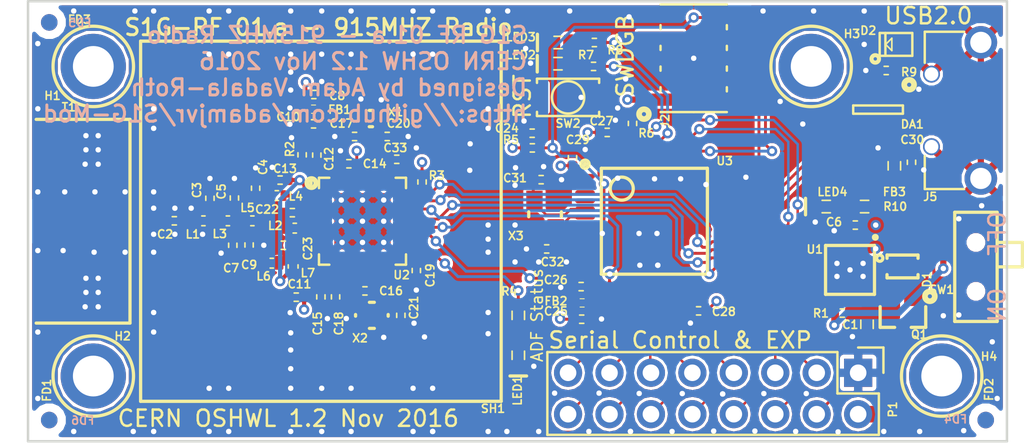
<source format=kicad_pcb>
(kicad_pcb (version 20160815) (host pcbnew "(2016-11-06 revision 9ab7cfe)-makepkg")
  (layers (0 F.Cu signal) (1 In1.Cu power hide) (2 In2.Cu power hide) (31 B.Cu signal) (34 B.Paste user) (35 F.Paste user) (36 B.SilkS user hide) (37 F.SilkS user) (38 B.Mask user) (39 F.Mask user) (44 Edge.Cuts user))
  (net 0 "")
  (net 1 GND)
  (net 2 /VIN)
  (net 3 /MCU_IRQ)
  (net 4 /GPIO1)
  (net 5 /SPI_MISO)
  (net 6 /GPIO2)
  (net 7 /SPI_SCLK)
  (net 8 /GPIO4)
  (net 9 /SPI_MOSI)
  (net 10 /ON_OFF)
  (net 11 /SPI_CS)
  (net 12 "Net-(R4-Pad1)")
  (net 13 "Net-(LED1-Pad1)")
  (net 14 "Net-(R2-Pad2)")
  (net 15 +3V3)
  (net 16 "Net-(C13-Pad2)")
  (net 17 "Net-(L6-Pad2)")
  (net 18 "Net-(C5-Pad1)")
  (net 19 "Net-(C3-Pad1)")
  (net 20 "Net-(C2-Pad2)")
  (net 21 "Net-(C21-Pad1)")
  (net 22 "Net-(C16-Pad1)")
  (net 23 "Net-(C2-Pad1)")
  (net 24 "Net-(C12-Pad2)")
  (net 25 "Net-(C15-Pad1)")
  (net 26 "Net-(C18-Pad1)")
  (net 27 "Net-(C19-Pad1)")
  (net 28 "Net-(C20-Pad1)")
  (net 29 /VREF)
  (net 30 "Net-(U2-Pad11)")
  (net 31 "Net-(U2-Pad30)")
  (net 32 "Net-(U2-Pad31)")
  (net 33 "Net-(U2-Pad8)")
  (net 34 "Net-(C22-Pad2)")
  (net 35 "Net-(C4-Pad2)")
  (net 36 "Net-(C23-Pad2)")
  (net 37 "Net-(U1-Pad2)")
  (net 38 "Net-(U1-Pad3)")
  (net 39 "Net-(U1-Pad6)")
  (net 40 "Net-(U1-Pad7)")
  (net 41 "/MCU - STM32L052K8T6/NRST")
  (net 42 "Net-(U3-Pad4)")
  (net 43 "Net-(U3-Pad2)")
  (net 44 "Net-(C26-Pad1)")
  (net 45 "Net-(U3-Pad10)")
  (net 46 "Net-(U3-Pad11)")
  (net 47 "/MCU - STM32L052K8T6/SWDIO")
  (net 48 "Net-(U3-Pad36)")
  (net 49 "/MCU - STM32L052K8T6/USB_DM")
  (net 50 "/MCU - STM32L052K8T6/USB_DP")
  (net 51 "/MCU - STM32L052K8T6/USART1_RX")
  (net 52 "/MCU - STM32L052K8T6/SPI2_SCLK")
  (net 53 "/MCU - STM32L052K8T6/SPI2_MISO")
  (net 54 "/MCU - STM32L052K8T6/SPI2_MOSI")
  (net 55 "/MCU - STM32L052K8T6/USART1_TX")
  (net 56 "/MCU - STM32L052K8T6/SPI2_NSS")
  (net 57 "Net-(R8-Pad2)")
  (net 58 "Net-(R7-Pad2)")
  (net 59 "Net-(R6-Pad2)")
  (net 60 "Net-(U3-Pad46)")
  (net 61 "Net-(U3-Pad45)")
  (net 62 "Net-(U3-Pad40)")
  (net 63 "Net-(U3-Pad41)")
  (net 64 "/MCU - STM32L052K8T6/SWCLK")
  (net 65 /PSU_IN)
  (net 66 "Net-(D2-Pad1)")
  (net 67 "Net-(DA1-Pad1)")
  (net 68 "Net-(LED3-Pad1)")
  (net 69 "Net-(LED2-Pad1)")
  (net 70 "Net-(C30-Pad2)")
  (net 71 /VBUS)
  (net 72 "Net-(H1-Pad1)")
  (net 73 "Net-(H2-Pad1)")
  (net 74 "Net-(H3-Pad1)")
  (net 75 "Net-(H4-Pad1)")
  (net 76 "Net-(FD3-Pad1)")
  (net 77 "Net-(FD2-Pad1)")
  (net 78 "Net-(FD1-Pad1)")
  (net 79 "Net-(SW1-Pad3)")
  (net 80 "Net-(J2-Pad6)")
  (net 81 "Net-(J2-Pad7)")
  (net 82 "Net-(J2-Pad8)")
  (net 83 "Net-(C32-Pad1)")
  (net 84 "Net-(C31-Pad1)")
  (net 85 "Net-(U3-Pad3)")
  (net 86 "Net-(C22-Pad1)")
  (net 87 "Net-(C9-Pad1)")
  (net 88 "/MCU - STM32L052K8T6/GPIO_PB1")
  (net 89 "/MCU - STM32L052K8T6/GPIO_PB0")
  (net 90 "/MCU - STM32L052K8T6/GPIO_PB10")
  (net 91 "/MCU - STM32L052K8T6/GPIO_PB2")
  (net 92 "/MCU - STM32L052K8T6/GPIO_PA8")
  (net 93 "/MCU - STM32L052K8T6/GPIO_PB11")
  (net 94 "Net-(C33-Pad1)")
  (net 95 "Net-(C17-Pad2)")
  (net 96 "/MCU - STM32L052K8T6/GPIO_PA15")
  (net 97 "/MCU - STM32L052K8T6/GPIO_PB3")
  (net 98 "Net-(FD6-Pad1)")
  (net 99 "Net-(FD5-Pad1)")
  (net 100 "Net-(FD4-Pad1)")
  (net 101 "Net-(LED4-Pad1)")
  (module PCB_Footprints:LED0603 (layer F.Cu) (at 105.425 50.6 180)
    (fp_text reference LED4 (at -0.375 0.9 180) (layer F.SilkS) (effects (font (size 0.5 0.5) (thickness 0.1))))
    (fp_text value LTST-C193KRKT-5A)
    (pad 1 smd roundrect (at -0.68 0 180) (size 0.74 1) (layers F.Cu F.Paste F.Mask) (net 101 "Net-(LED4-Pad1)"))
    (pad 2 smd roundrect (at 0.68 0 180) (size 0.74 1) (layers F.Cu F.Paste F.Mask) (net 1 GND))
  )
  (module PCB_Footprints:R0603 (layer F.Cu) (at 107.775 50.6 180)
    (fp_text reference R10 (at -1.875 0 180) (layer F.SilkS) (effects (font (size 0.5 0.5) (thickness 0.1))))
    (fp_text value RC1608J202CS)
    (pad 1 smd roundrect (at -0.68 0 180) (size 0.74 1) (layers F.Cu F.Paste F.Mask) (net 15 +3V3))
    (pad 2 smd roundrect (at 0.68 0 180) (size 0.74 1) (layers F.Cu F.Paste F.Mask) (net 101 "Net-(LED4-Pad1)"))
  )
  (module PCB_Footprints:FIDUCIAL (layer B.Cu) (at 115.2 63.7)
    (fp_text reference FD4 (at -1.85 -0.05) (layer B.SilkS) (effects (font (size 0.5 0.5) (thickness 0.1)) (justify mirror)))
    (fp_text value FIDUCIAL)
    (pad 1 smd circle (at 0 0) (size 1.016 1.016) (layers B.Cu B.Mask) (net 100 "Net-(FD4-Pad1)"))
  )
  (module PCB_Footprints:FIDUCIAL (layer B.Cu) (at 57.8 39.3)
    (fp_text reference FD5 (at 1.875 0.025) (layer B.SilkS) (effects (font (size 0.5 0.5) (thickness 0.1)) (justify mirror)))
    (fp_text value FIDUCIAL)
    (pad 1 smd circle (at 0 0) (size 1.016 1.016) (layers B.Cu B.Mask) (net 99 "Net-(FD5-Pad1)"))
  )
  (module PCB_Footprints:FIDUCIAL (layer B.Cu) (at 57.8 63.7)
    (fp_text reference FD6 (at 2.05 0.025) (layer B.SilkS) (effects (font (size 0.5 0.5) (thickness 0.1)) (justify mirror)))
    (fp_text value FIDUCIAL)
    (pad 1 smd circle (at 0 0) (size 1.016 1.016) (layers B.Cu B.Mask) (net 98 "Net-(FD6-Pad1)"))
  )
  (module PCB_Footprints:61301621121 (layer F.Cu) (at 107.38 60.8 270)
    (fp_text reference P1 (at 2.25 -2.12 270) (layer F.SilkS) (effects (font (size 0.5 0.5) (thickness 0.1))))
    (fp_text value 61301621121)
    (pad 16 thru_hole oval (at 2.54 17.78 270) (size 1.7272 1.7272) (drill 1.016) (layers *.Cu *.Mask) (net 52 "/MCU - STM32L052K8T6/SPI2_SCLK"))
    (pad 15 thru_hole oval (at 0 17.78 270) (size 1.7272 1.7272) (drill 1.016) (layers *.Cu *.Mask) (net 56 "/MCU - STM32L052K8T6/SPI2_NSS"))
    (pad 14 thru_hole oval (at 2.54 15.24 270) (size 1.7272 1.7272) (drill 1.016) (layers *.Cu *.Mask) (net 54 "/MCU - STM32L052K8T6/SPI2_MOSI"))
    (pad 13 thru_hole oval (at 0 15.24 270) (size 1.7272 1.7272) (drill 1.016) (layers *.Cu *.Mask) (net 53 "/MCU - STM32L052K8T6/SPI2_MISO"))
    (pad 12 thru_hole oval (at 2.54 12.7 270) (size 1.7272 1.7272) (drill 1.016) (layers *.Cu *.Mask) (net 88 "/MCU - STM32L052K8T6/GPIO_PB1"))
    (pad 11 thru_hole oval (at 0 12.7 270) (size 1.7272 1.7272) (drill 1.016) (layers *.Cu *.Mask) (net 89 "/MCU - STM32L052K8T6/GPIO_PB0"))
    (pad 10 thru_hole oval (at 2.54 10.16 270) (size 1.7272 1.7272) (drill 1.016) (layers *.Cu *.Mask) (net 90 "/MCU - STM32L052K8T6/GPIO_PB10"))
    (pad 9 thru_hole oval (at 0 10.16 270) (size 1.7272 1.7272) (drill 1.016) (layers *.Cu *.Mask) (net 91 "/MCU - STM32L052K8T6/GPIO_PB2"))
    (pad 8 thru_hole oval (at 2.54 7.62 270) (size 1.7272 1.7272) (drill 1.016) (layers *.Cu *.Mask) (net 92 "/MCU - STM32L052K8T6/GPIO_PA8"))
    (pad 7 thru_hole oval (at 0 7.62 270) (size 1.7272 1.7272) (drill 1.016) (layers *.Cu *.Mask) (net 93 "/MCU - STM32L052K8T6/GPIO_PB11"))
    (pad 6 thru_hole oval (at 2.54 5.08 270) (size 1.7272 1.7272) (drill 1.016) (layers *.Cu *.Mask) (net 51 "/MCU - STM32L052K8T6/USART1_RX"))
    (pad 5 thru_hole oval (at 0 5.08 270) (size 1.7272 1.7272) (drill 1.016) (layers *.Cu *.Mask) (net 55 "/MCU - STM32L052K8T6/USART1_TX"))
    (pad 4 thru_hole oval (at 2.54 2.54 270) (size 1.7272 1.7272) (drill 1.016) (layers *.Cu *.Mask) (net 97 "/MCU - STM32L052K8T6/GPIO_PB3"))
    (pad 3 thru_hole oval (at 0 2.54 270) (size 1.7272 1.7272) (drill 1.016) (layers *.Cu *.Mask) (net 96 "/MCU - STM32L052K8T6/GPIO_PA15"))
    (pad 2 thru_hole oval (at 2.54 0 270) (size 1.7272 1.7272) (drill 1.016) (layers *.Cu *.Mask) (net 65 /PSU_IN))
    (pad 1 thru_hole rect (at 0 0 270) (size 1.7272 1.7272) (drill 1.016) (layers *.Cu *.Mask) (net 1 GND))
  )
  (module PCB_Footprints:ABS05-32.768KHZ-9-T (layer F.Cu) (at 77.515 45.2)
    (fp_text reference X1 (at 1.5 -0.4) (layer F.SilkS) (effects (font (size 0.5 0.5) (thickness 0.1))))
    (fp_text value ABS05-32.768KHZ-9-T)
    (pad 1 smd rect (at -0.55 0) (size 0.5 1) (layers F.Cu F.Paste F.Mask) (net 95 "Net-(C17-Pad2)"))
    (pad 2 smd rect (at 0.55 0) (size 0.5 1) (layers F.Cu F.Paste F.Mask) (net 28 "Net-(C20-Pad1)"))
  )
  (module PCB_Footprints:C0402 (layer F.Cu) (at 79.1 47.7)
    (fp_text reference C33 (at -0.083 -0.7) (layer F.SilkS) (effects (font (size 0.5 0.5) (thickness 0.1))))
    (fp_text value CL10B224JO8NNNC)
    (pad 1 smd roundrect (at -0.483 0) (size 0.559 0.61) (layers F.Cu F.Paste F.Mask) (net 94 "Net-(C33-Pad1)"))
    (pad 2 smd roundrect (at 0.483 0) (size 0.559 0.61) (layers F.Cu F.Paste F.Mask) (net 1 GND))
  )
  (module PCB_Footprints:0732511150 (layer F.Cu) (at 62.25 51.5)
    (fp_text reference T1 (at -3.25 -7) (layer F.SilkS) (effects (font (size 0.5 0.5) (thickness 0.1))))
    (fp_text value 0732511150)
    (pad 2 thru_hole circle (at -2.25 5.25 180) (size 0.635 0.635) (drill 0.3302) (layers *.Cu *.Mask) (net 1 GND))
    (pad 2 thru_hole circle (at -2.2 4.3675 180) (size 0.635 0.635) (drill 0.3302) (layers *.Cu *.Mask) (net 1 GND))
    (pad 2 thru_hole circle (at -1.45 4.3675 180) (size 0.635 0.635) (drill 0.3302) (layers *.Cu *.Mask) (net 1 GND))
    (pad 2 thru_hole circle (at -1.45 3.5 180) (size 0.635 0.635) (drill 0.3302) (layers *.Cu *.Mask) (net 1 GND))
    (pad 2 thru_hole circle (at -2.2 3.5 180) (size 0.635 0.635) (drill 0.3302) (layers *.Cu *.Mask) (net 1 GND))
    (pad 2 thru_hole circle (at -1.45 5.25 180) (size 0.635 0.635) (drill 0.3302) (layers *.Cu *.Mask) (net 1 GND))
    (pad 2 thru_hole circle (at -2.25 -3.5 180) (size 0.635 0.635) (drill 0.3302) (layers *.Cu *.Mask) (net 1 GND))
    (pad 2 thru_hole circle (at -1.45 -3.5 180) (size 0.635 0.635) (drill 0.3302) (layers *.Cu *.Mask) (net 1 GND))
    (pad 2 thru_hole circle (at -1.45 -5.25 180) (size 0.635 0.635) (drill 0.3302) (layers *.Cu *.Mask) (net 1 GND))
    (pad 2 thru_hole circle (at -2.2 -5.25 180) (size 0.635 0.635) (drill 0.3302) (layers *.Cu *.Mask) (net 1 GND))
    (pad 2 thru_hole circle (at -1.45 -4.3825 180) (size 0.635 0.635) (drill 0.3302) (layers *.Cu *.Mask) (net 1 GND))
    (pad 2 thru_hole circle (at -2.2 -4.3825 180) (size 0.635 0.635) (drill 0.3302) (layers *.Cu *.Mask) (net 1 GND))
    (pad 2 smd rect (at -2.75 4.3825 180) (size 5.08 2.415) (layers B.Cu F.Paste B.Mask) (net 1 GND))
    (pad 2 smd rect (at -2.75 -4.3825 180) (size 5.08 2.415) (layers B.Cu F.Paste B.Mask) (net 1 GND))
    (pad 1 smd rect (at -2.75 0 180) (size 5.08 2.29) (layers F.Cu F.Paste F.Mask) (net 23 "Net-(C2-Pad1)"))
    (pad 2 smd rect (at -2.75 4.3825 180) (size 5.08 2.415) (layers F.Cu F.Paste F.Mask) (net 1 GND))
    (pad 2 smd rect (at -2.75 -4.3825 180) (size 5.08 2.415) (layers F.Cu F.Paste F.Mask) (net 1 GND))
  )
  (module PCB_Footprints:36103205 (layer F.Cu) (at 74.45 51.5)
    (fp_text reference SH1 (at 10.55 11.5) (layer F.SilkS) (effects (font (size 0.5 0.5) (thickness 0.1))))
    (fp_text value 36103205)
    (pad 1 smd oval (at -9.1 10.25 180) (size 3.3 1) (layers F.Cu B.Paste F.Mask) (net 1 GND))
    (pad 1 smd oval (at -10.25 9.1 90) (size 3.3 1) (layers F.Cu F.Paste F.Mask) (net 1 GND))
    (pad 1 smd oval (at -10.25 -9.1 90) (size 3.3 1) (layers F.Cu F.Paste F.Mask) (net 1 GND))
    (pad 1 smd oval (at -9.1 -10.25) (size 3.3 1) (layers F.Cu F.Paste F.Mask) (net 1 GND))
    (pad 1 smd oval (at 9.1 -10.25) (size 3.3 1) (layers F.Cu F.Paste F.Mask) (net 1 GND))
    (pad 1 smd oval (at 10.25 -9.1 270) (size 3.3 1) (layers F.Cu F.Paste F.Mask) (net 1 GND))
    (pad 1 smd oval (at 9.1 10.25) (size 3.3 1) (layers F.Cu F.Paste F.Mask) (net 1 GND))
    (pad 1 smd oval (at 10.25 9.1 270) (size 3.3 1) (layers F.Cu F.Paste F.Mask) (net 1 GND))
    (pad 1 smd oval (at -10.25 3.75 90) (size 2.6 1) (layers F.Cu F.Paste F.Mask) (net 1 GND))
    (pad 1 smd oval (at 10.25 3.75 270) (size 2.6 1) (layers F.Cu F.Paste F.Mask) (net 1 GND))
    (pad 1 smd oval (at 10.25 -3.75 270) (size 2.6 1) (layers F.Cu F.Paste F.Mask) (net 1 GND))
    (pad 1 smd oval (at -10.25 -3.75 90) (size 2.6 1) (layers F.Cu F.Paste F.Mask) (net 1 GND))
    (pad 1 smd oval (at 3.75 10.25 180) (size 2.6 1) (layers F.Cu F.Paste F.Mask) (net 1 GND))
    (pad 1 smd oval (at -3.75 10.25 180) (size 2.6 1) (layers F.Cu F.Paste F.Mask) (net 1 GND))
    (pad 1 smd oval (at 3.75 -10.25) (size 2.6 1) (layers F.Cu F.Paste F.Mask) (net 1 GND))
    (pad 1 smd oval (at -3.75 -10.25) (size 2.6 1) (layers F.Cu F.Paste F.Mask) (net 1 GND))
  )
  (module PCB_Footprints:STM32L052C8T6 (layer F.Cu) (at 94.89 51.5)
    (fp_text reference U3 (at 4.31 -3.7) (layer F.SilkS) (effects (font (size 0.5 0.5) (thickness 0.1))))
    (fp_text value STM32L052C8T6)
    (pad 37 smd oval (at 2.75 -4.25 90) (size 1.2 0.3) (layers F.Cu F.Paste F.Mask) (net 64 "/MCU - STM32L052K8T6/SWCLK"))
    (pad 38 smd oval (at 2.25 -4.25 90) (size 1.2 0.3) (layers F.Cu F.Paste F.Mask) (net 96 "/MCU - STM32L052K8T6/GPIO_PA15"))
    (pad 41 smd oval (at 0.75 -4.25 90) (size 1.2 0.3) (layers F.Cu F.Paste F.Mask) (net 63 "Net-(U3-Pad41)"))
    (pad 42 smd oval (at 0.25 -4.25 90) (size 1.2 0.3) (layers F.Cu F.Paste F.Mask) (net 57 "Net-(R8-Pad2)"))
    (pad 40 smd oval (at 1.25 -4.25 90) (size 1.2 0.3) (layers F.Cu F.Paste F.Mask) (net 62 "Net-(U3-Pad40)"))
    (pad 39 smd oval (at 1.75 -4.25 90) (size 1.2 0.3) (layers F.Cu F.Paste F.Mask) (net 97 "/MCU - STM32L052K8T6/GPIO_PB3"))
    (pad 45 smd oval (at -1.25 -4.25 90) (size 1.2 0.3) (layers F.Cu F.Paste F.Mask) (net 61 "Net-(U3-Pad45)"))
    (pad 43 smd oval (at -0.25 -4.25 90) (size 1.2 0.3) (layers F.Cu F.Paste F.Mask) (net 58 "Net-(R7-Pad2)"))
    (pad 46 smd oval (at -1.75 -4.25 90) (size 1.2 0.3) (layers F.Cu F.Paste F.Mask) (net 60 "Net-(U3-Pad46)"))
    (pad 44 smd oval (at -0.75 -4.25 90) (size 1.2 0.3) (layers F.Cu F.Paste F.Mask) (net 59 "Net-(R6-Pad2)"))
    (pad 47 smd oval (at -2.25 -4.25 90) (size 1.2 0.3) (layers F.Cu F.Paste F.Mask) (net 1 GND))
    (pad 48 smd oval (at -2.75 -4.25 90) (size 1.2 0.3) (layers F.Cu F.Paste F.Mask) (net 15 +3V3))
    (pad 19 smd oval (at 0.25 4.25 90) (size 1.2 0.3) (layers F.Cu F.Paste F.Mask) (net 88 "/MCU - STM32L052K8T6/GPIO_PB1"))
    (pad 22 smd oval (at 1.75 4.25 90) (size 1.2 0.3) (layers F.Cu F.Paste F.Mask) (net 93 "/MCU - STM32L052K8T6/GPIO_PB11"))
    (pad 23 smd oval (at 2.25 4.25 90) (size 1.2 0.3) (layers F.Cu F.Paste F.Mask) (net 1 GND))
    (pad 24 smd oval (at 2.75 4.25 90) (size 1.2 0.3) (layers F.Cu F.Paste F.Mask) (net 15 +3V3))
    (pad 20 smd oval (at 0.75 4.25 90) (size 1.2 0.3) (layers F.Cu F.Paste F.Mask) (net 91 "/MCU - STM32L052K8T6/GPIO_PB2"))
    (pad 21 smd oval (at 1.25 4.25 90) (size 1.2 0.3) (layers F.Cu F.Paste F.Mask) (net 90 "/MCU - STM32L052K8T6/GPIO_PB10"))
    (pad 18 smd oval (at -0.25 4.25 90) (size 1.2 0.3) (layers F.Cu F.Paste F.Mask) (net 89 "/MCU - STM32L052K8T6/GPIO_PB0"))
    (pad 16 smd oval (at -1.25 4.25 90) (size 1.2 0.3) (layers F.Cu F.Paste F.Mask) (net 53 "/MCU - STM32L052K8T6/SPI2_MISO"))
    (pad 15 smd oval (at -1.75 4.25 90) (size 1.2 0.3) (layers F.Cu F.Paste F.Mask) (net 52 "/MCU - STM32L052K8T6/SPI2_SCLK"))
    (pad 17 smd oval (at -0.75 4.25 90) (size 1.2 0.3) (layers F.Cu F.Paste F.Mask) (net 54 "/MCU - STM32L052K8T6/SPI2_MOSI"))
    (pad 13 smd oval (at -2.75 4.25 90) (size 1.2 0.3) (layers F.Cu F.Paste F.Mask) (net 3 /MCU_IRQ))
    (pad 14 smd oval (at -2.25 4.25 90) (size 1.2 0.3) (layers F.Cu F.Paste F.Mask) (net 56 "/MCU - STM32L052K8T6/SPI2_NSS"))
    (pad 25 smd oval (at 4.25 2.75) (size 1.2 0.3) (layers F.Cu F.Paste F.Mask) (net 11 /SPI_CS))
    (pad 30 smd oval (at 4.25 0.25) (size 1.2 0.3) (layers F.Cu F.Paste F.Mask) (net 55 "/MCU - STM32L052K8T6/USART1_TX"))
    (pad 29 smd oval (at 4.25 0.75) (size 1.2 0.3) (layers F.Cu F.Paste F.Mask) (net 92 "/MCU - STM32L052K8T6/GPIO_PA8"))
    (pad 28 smd oval (at 4.25 1.25) (size 1.2 0.3) (layers F.Cu F.Paste F.Mask) (net 9 /SPI_MOSI))
    (pad 27 smd oval (at 4.25 1.75) (size 1.2 0.3) (layers F.Cu F.Paste F.Mask) (net 5 /SPI_MISO))
    (pad 26 smd oval (at 4.25 2.25) (size 1.2 0.3) (layers F.Cu F.Paste F.Mask) (net 7 /SPI_SCLK))
    (pad 31 smd oval (at 4.25 -0.25) (size 1.2 0.3) (layers F.Cu F.Paste F.Mask) (net 51 "/MCU - STM32L052K8T6/USART1_RX"))
    (pad 33 smd oval (at 4.25 -1.25) (size 1.2 0.3) (layers F.Cu F.Paste F.Mask) (net 50 "/MCU - STM32L052K8T6/USB_DP"))
    (pad 32 smd oval (at 4.25 -0.75) (size 1.2 0.3) (layers F.Cu F.Paste F.Mask) (net 49 "/MCU - STM32L052K8T6/USB_DM"))
    (pad 35 smd oval (at 4.25 -2.25) (size 1.2 0.3) (layers F.Cu F.Paste F.Mask) (net 1 GND))
    (pad 36 smd oval (at 4.25 -2.75) (size 1.2 0.3) (layers F.Cu F.Paste F.Mask) (net 48 "Net-(U3-Pad36)"))
    (pad 34 smd oval (at 4.25 -1.75) (size 1.2 0.3) (layers F.Cu F.Paste F.Mask) (net 47 "/MCU - STM32L052K8T6/SWDIO"))
    (pad 12 smd oval (at -4.25 2.75) (size 1.2 0.3) (layers F.Cu F.Paste F.Mask) (net 6 /GPIO2))
    (pad 11 smd oval (at -4.25 2.25) (size 1.2 0.3) (layers F.Cu F.Paste F.Mask) (net 46 "Net-(U3-Pad11)"))
    (pad 10 smd oval (at -4.25 1.75) (size 1.2 0.3) (layers F.Cu F.Paste F.Mask) (net 45 "Net-(U3-Pad10)"))
    (pad 9 smd oval (at -4.25 1.25) (size 1.2 0.3) (layers F.Cu F.Paste F.Mask) (net 44 "Net-(C26-Pad1)"))
    (pad 8 smd oval (at -4.25 0.75) (size 1.2 0.3) (layers F.Cu F.Paste F.Mask) (net 1 GND))
    (pad 1 smd oval (at -4.25 -2.75) (size 1.2 0.3) (layers F.Cu F.Paste F.Mask) (net 15 +3V3))
    (pad 2 smd oval (at -4.25 -2.25) (size 1.2 0.3) (layers F.Cu F.Paste F.Mask) (net 43 "Net-(U3-Pad2)"))
    (pad 3 smd oval (at -4.25 -1.75) (size 1.2 0.3) (layers F.Cu F.Paste F.Mask) (net 85 "Net-(U3-Pad3)"))
    (pad 4 smd oval (at -4.25 -1.25) (size 1.2 0.3) (layers F.Cu F.Paste F.Mask) (net 42 "Net-(U3-Pad4)"))
    (pad 5 smd oval (at -4.25 -0.75) (size 1.2 0.3) (layers F.Cu F.Paste F.Mask) (net 84 "Net-(C31-Pad1)"))
    (pad 7 smd oval (at -4.25 0.25) (size 1.2 0.3) (layers F.Cu F.Paste F.Mask) (net 41 "/MCU - STM32L052K8T6/NRST"))
    (pad 6 smd oval (at -4.25 -0.25) (size 1.2 0.3) (layers F.Cu F.Paste F.Mask) (net 83 "Net-(C32-Pad1)"))
  )
  (module PCB_Footprints:AP7361-33FGE-7 (layer F.Cu) (at 106.881889 54.486277 270)
    (fp_text reference U1 (at -1.261277 2.156889) (layer F.SilkS) (effects (font (size 0.5 0.5) (thickness 0.1))))
    (fp_text value AP7361-33FGE-7)
    (pad 9 thru_hole circle (at 0.4 0.8 270) (size 0.635 0.635) (drill 0.3302) (layers *.Cu *.Mask) (net 1 GND))
    (pad 9 thru_hole circle (at -0.4 0.8 270) (size 0.635 0.635) (drill 0.3302) (layers *.Cu *.Mask) (net 1 GND))
    (pad 9 thru_hole circle (at 0.4 -0.8 270) (size 0.635 0.635) (drill 0.3302) (layers *.Cu *.Mask) (net 1 GND))
    (pad 9 thru_hole circle (at -0.4 -0.8 270) (size 0.635 0.635) (drill 0.3302) (layers *.Cu *.Mask) (net 1 GND))
    (pad 9 thru_hole circle (at 0 0 270) (size 0.635 0.635) (drill 0.3302) (layers *.Cu *.Mask) (net 1 GND))
    (pad 5 smd oval (at 1.5 0.975 270) (size 1 0.4) (layers F.Cu F.Paste F.Mask) (net 10 /ON_OFF))
    (pad 7 smd oval (at 1.5 -0.325 270) (size 1 0.4) (layers F.Cu F.Paste F.Mask) (net 40 "Net-(U1-Pad7)"))
    (pad 8 smd oval (at 1.5 -0.975 270) (size 1 0.4) (layers F.Cu F.Paste F.Mask) (net 2 /VIN))
    (pad 6 smd oval (at 1.5 0.325 270) (size 1 0.4) (layers F.Cu F.Paste F.Mask) (net 39 "Net-(U1-Pad6)"))
    (pad 4 smd oval (at -1.5 0.975 270) (size 1 0.4) (layers F.Cu F.Paste F.Mask) (net 1 GND))
    (pad 1 smd oval (at -1.5 -0.975 270) (size 1 0.4) (layers F.Cu F.Paste F.Mask) (net 15 +3V3))
    (pad 3 smd oval (at -1.5 0.325 270) (size 1 0.4) (layers F.Cu F.Paste F.Mask) (net 38 "Net-(U1-Pad3)"))
    (pad 2 smd oval (at -1.5 -0.325 270) (size 1 0.4) (layers F.Cu F.Paste F.Mask) (net 37 "Net-(U1-Pad2)"))
    (pad 9 smd rect (at 0 0 270) (size 1.5 2.25) (layers F.Cu F.Paste F.Mask) (net 1 GND))
  )
  (module PCB_Footprints:ADF7023BCPZ (layer F.Cu) (at 77 51.5)
    (fp_text reference U2 (at 2.4 3.3) (layer F.SilkS) (effects (font (size 0.5 0.5) (thickness 0.1))))
    (fp_text value ADF7023BCPZ)
    (pad 33 thru_hole circle (at -1.25 1.3) (size 0.635 0.635) (drill 0.3302) (layers *.Cu *.Mask) (net 1 GND))
    (pad 33 thru_hole circle (at 1.3 1.3) (size 0.635 0.635) (drill 0.3302) (layers *.Cu *.Mask) (net 1 GND))
    (pad 33 thru_hole circle (at 1.3 -1.3) (size 0.635 0.635) (drill 0.3302) (layers *.Cu *.Mask) (net 1 GND))
    (pad 33 thru_hole circle (at -1.3 -1.3) (size 0.635 0.635) (drill 0.3302) (layers *.Cu *.Mask) (net 1 GND))
    (pad 33 thru_hole circle (at -1.3 0) (size 0.635 0.635) (drill 0.3302) (layers *.Cu *.Mask) (net 1 GND))
    (pad 33 thru_hole circle (at 1.3 0) (size 0.635 0.635) (drill 0.3302) (layers *.Cu *.Mask) (net 1 GND))
    (pad 33 thru_hole circle (at 0 1.3) (size 0.635 0.635) (drill 0.3302) (layers *.Cu *.Mask) (net 1 GND))
    (pad 33 thru_hole circle (at 0 -1.3) (size 0.635 0.635) (drill 0.3302) (layers *.Cu *.Mask) (net 1 GND))
    (pad 33 thru_hole circle (at 0 0) (size 0.635 0.635) (drill 0.3302) (layers *.Cu *.Mask) (net 1 GND))
    (pad 33 smd rect (at 0 0) (size 3.45 3.45) (layers F.Cu F.Paste F.Mask) (net 1 GND))
    (pad 8 smd oval (at -2.425 1.75) (size 0.8 0.25) (layers F.Cu F.Paste F.Mask) (net 33 "Net-(U2-Pad8)"))
    (pad 7 smd oval (at -2.425 1.25) (size 0.8 0.25) (layers F.Cu F.Paste F.Mask) (net 15 +3V3))
    (pad 6 smd oval (at -2.425 0.75) (size 0.8 0.25) (layers F.Cu F.Paste F.Mask) (net 17 "Net-(L6-Pad2)"))
    (pad 5 smd oval (at -2.425 0.25) (size 0.8 0.25) (layers F.Cu F.Paste F.Mask) (net 36 "Net-(C23-Pad2)"))
    (pad 4 smd oval (at -2.425 -0.25) (size 0.8 0.25) (layers F.Cu F.Paste F.Mask) (net 34 "Net-(C22-Pad2)"))
    (pad 3 smd oval (at -2.425 -0.75) (size 0.8 0.25) (layers F.Cu F.Paste F.Mask) (net 16 "Net-(C13-Pad2)"))
    (pad 2 smd oval (at -2.425 -1.25) (size 0.8 0.25) (layers F.Cu F.Paste F.Mask) (net 14 "Net-(R2-Pad2)"))
    (pad 1 smd oval (at -2.425 -1.75) (size 0.8 0.25) (layers F.Cu F.Paste F.Mask) (net 24 "Net-(C12-Pad2)"))
    (pad 32 smd oval (at -1.75 -2.425) (size 0.25 0.8) (layers F.Cu F.Paste F.Mask) (net 29 /VREF))
    (pad 31 smd oval (at -1.25 -2.425) (size 0.25 0.8) (layers F.Cu F.Paste F.Mask) (net 32 "Net-(U2-Pad31)"))
    (pad 30 smd oval (at -0.75 -2.425) (size 0.25 0.8) (layers F.Cu F.Paste F.Mask) (net 31 "Net-(U2-Pad30)"))
    (pad 29 smd oval (at -0.25 -2.425) (size 0.25 0.8) (layers F.Cu F.Paste F.Mask) (net 15 +3V3))
    (pad 28 smd oval (at 0.25 -2.425) (size 0.25 0.8) (layers F.Cu F.Paste F.Mask) (net 95 "Net-(C17-Pad2)"))
    (pad 27 smd oval (at 0.75 -2.425) (size 0.25 0.8) (layers F.Cu F.Paste F.Mask) (net 28 "Net-(C20-Pad1)"))
    (pad 26 smd oval (at 1.25 -2.425) (size 0.25 0.8) (layers F.Cu F.Paste F.Mask) (net 94 "Net-(C33-Pad1)"))
    (pad 25 smd oval (at 1.75 -2.425) (size 0.25 0.8) (layers F.Cu F.Paste F.Mask) (net 8 /GPIO4))
    (pad 24 smd oval (at 2.425 -1.75) (size 0.8 0.25) (layers F.Cu F.Paste F.Mask) (net 11 /SPI_CS))
    (pad 23 smd oval (at 2.425 -1.25) (size 0.8 0.25) (layers F.Cu F.Paste F.Mask) (net 9 /SPI_MOSI))
    (pad 22 smd oval (at 2.425 -0.75) (size 0.8 0.25) (layers F.Cu F.Paste F.Mask) (net 7 /SPI_SCLK))
    (pad 21 smd oval (at 2.425 -0.25) (size 0.8 0.25) (layers F.Cu F.Paste F.Mask) (net 5 /SPI_MISO))
    (pad 20 smd oval (at 2.425 0.25) (size 0.8 0.25) (layers F.Cu F.Paste F.Mask) (net 3 /MCU_IRQ))
    (pad 19 smd oval (at 2.425 0.75) (size 0.8 0.25) (layers F.Cu F.Paste F.Mask) (net 6 /GPIO2))
    (pad 18 smd oval (at 2.425 1.25) (size 0.8 0.25) (layers F.Cu F.Paste F.Mask) (net 4 /GPIO1))
    (pad 17 smd oval (at 2.425 1.75) (size 0.8 0.25) (layers F.Cu F.Paste F.Mask) (net 12 "Net-(R4-Pad1)"))
    (pad 16 smd oval (at 1.75 2.425) (size 0.25 0.8) (layers F.Cu F.Paste F.Mask) (net 27 "Net-(C19-Pad1)"))
    (pad 15 smd oval (at 1.25 2.425) (size 0.25 0.8) (layers F.Cu F.Paste F.Mask) (net 27 "Net-(C19-Pad1)"))
    (pad 14 smd oval (at 0.75 2.425) (size 0.25 0.8) (layers F.Cu F.Paste F.Mask) (net 21 "Net-(C21-Pad1)"))
    (pad 13 smd oval (at 0.25 2.425) (size 0.25 0.8) (layers F.Cu F.Paste F.Mask) (net 22 "Net-(C16-Pad1)"))
    (pad 12 smd oval (at -0.25 2.425) (size 0.25 0.8) (layers F.Cu F.Paste F.Mask) (net 26 "Net-(C18-Pad1)"))
    (pad 11 smd oval (at -0.75 2.425) (size 0.25 0.8) (layers F.Cu F.Paste F.Mask) (net 30 "Net-(U2-Pad11)"))
    (pad 10 smd oval (at -1.25 2.425) (size 0.25 0.8) (layers F.Cu F.Paste F.Mask) (net 25 "Net-(C15-Pad1)"))
    (pad 9 smd oval (at -1.75 2.425) (size 0.25 0.8) (layers F.Cu F.Paste F.Mask) (net 25 "Net-(C15-Pad1)"))
  )
  (module PCB_Footprints:ABM10-166-12.000MHZ-T3 (layer F.Cu) (at 88.19 51.075 270)
    (fp_text reference X3 (at 1.325 1.79) (layer F.SilkS) (effects (font (size 0.5 0.5) (thickness 0.1))))
    (fp_text value ABM10-166-12.000MHZ-T3)
    (pad 4 smd rect (at -0.875 -0.65 90) (size 1.15 1) (layers F.Cu F.Paste F.Mask) (net 1 GND))
    (pad 3 smd rect (at 0.875 -0.65 90) (size 1.15 1) (layers F.Cu F.Paste F.Mask) (net 83 "Net-(C32-Pad1)"))
    (pad 2 smd rect (at 0.875 0.65 90) (size 1.15 1) (layers F.Cu F.Paste F.Mask) (net 1 GND))
    (pad 1 smd rect (at -0.875 0.65 90) (size 1.15 1) (layers F.Cu F.Paste F.Mask) (net 84 "Net-(C31-Pad1)"))
  )
  (module PCB_Footprints:C0402 (layer F.Cu) (at 87.95 48.95)
    (fp_text reference C31 (at -1.6 -0.1) (layer F.SilkS) (effects (font (size 0.5 0.5) (thickness 0.1))))
    (fp_text value GRM0225C1E8R0WA03L)
    (pad 2 smd roundrect (at 0.483 0) (size 0.559 0.61) (layers F.Cu F.Paste F.Mask) (net 1 GND))
    (pad 1 smd roundrect (at -0.483 0) (size 0.559 0.61) (layers F.Cu F.Paste F.Mask) (net 84 "Net-(C31-Pad1)"))
  )
  (module PCB_Footprints:C0402 (layer F.Cu) (at 88.29 53.2 180)
    (fp_text reference C32 (at -0.36 -0.8 180) (layer F.SilkS) (effects (font (size 0.5 0.5) (thickness 0.1))))
    (fp_text value GRM0225C1E8R0WA03L)
    (pad 1 smd roundrect (at -0.483 0 180) (size 0.559 0.61) (layers F.Cu F.Paste F.Mask) (net 83 "Net-(C32-Pad1)"))
    (pad 2 smd roundrect (at 0.483 0 180) (size 0.559 0.61) (layers F.Cu F.Paste F.Mask) (net 1 GND))
  )
  (module PCB_Footprints:B3U-1000P (layer F.Cu) (at 89.6 43.9 180)
    (fp_text reference SW2 (at 0 -1.6) (layer F.SilkS) (effects (font (size 0.5 0.5) (thickness 0.1))))
    (fp_text value B3U-1000P)
    (pad 2 smd rect (at 1.7 0 180) (size 0.8 1.7) (layers F.Cu F.Paste F.Mask) (net 41 "/MCU - STM32L052K8T6/NRST"))
    (pad 1 smd rect (at -1.7 0 180) (size 0.8 1.7) (layers F.Cu F.Paste F.Mask) (net 1 GND))
  )
  (module PCB_Footprints:0475890001 (layer F.Cu) (at 112.225 44.7 270)
    (fp_text reference J5 (at 5.3 0.425) (layer F.SilkS) (effects (font (size 0.5 0.5) (thickness 0.1))))
    (fp_text value 0475890001-MicroUSBPort)
    (pad 11 thru_hole circle (at 4.175 -2.675 270) (size 2 2) (drill 1.3) (layers *.Cu *.Mask) (net 66 "Net-(D2-Pad1)"))
    (pad 10 thru_hole circle (at -4.175 -2.675 270) (size 2 2) (drill 1.3) (layers *.Cu *.Mask) (net 66 "Net-(D2-Pad1)"))
    (pad 9 smd rect (at 1.15 -2.675 270) (size 1.8 1.9) (layers F.Cu F.Paste F.Mask) (net 66 "Net-(D2-Pad1)"))
    (pad 7 thru_hole circle (at 2.225 0.35 270) (size 1.041 1.041) (drill 0.838) (layers *.Cu *.Mask) (net 66 "Net-(D2-Pad1)"))
    (pad 1 smd rect (at 1.3 0 270) (size 0.4 1.35) (layers F.Cu F.Paste F.Mask) (net 70 "Net-(C30-Pad2)"))
    (pad 2 smd rect (at 0.65 0 270) (size 0.4 1.35) (layers F.Cu F.Paste F.Mask) (net 49 "/MCU - STM32L052K8T6/USB_DM"))
    (pad 3 smd rect (at 0 0 270) (size 0.4 1.35) (layers F.Cu F.Paste F.Mask) (net 50 "/MCU - STM32L052K8T6/USB_DP"))
    (pad 4 smd rect (at -0.65 0 270) (size 0.4 1.35) (layers F.Cu F.Paste F.Mask) (net 67 "Net-(DA1-Pad1)"))
    (pad 8 smd rect (at -1.15 -2.675 270) (size 1.8 1.9) (layers F.Cu F.Paste F.Mask) (net 66 "Net-(D2-Pad1)"))
    (pad 5 smd rect (at -1.3 0 270) (size 0.4 1.35) (layers F.Cu F.Paste F.Mask) (net 1 GND))
    (pad 6 thru_hole circle (at -2.225 0.35 270) (size 1.041 1.041) (drill 0.838) (layers *.Cu *.Mask) (net 66 "Net-(D2-Pad1)"))
  )
  (module PCB_Footprints:20021121-00010C4LF (layer F.Cu) (at 97.3 41.5 270)
    (fp_text reference J2 (at 3.85 1.75 270) (layer F.SilkS) (effects (font (size 0.5 0.5) (thickness 0.1))))
    (fp_text value 20021121-00010C4LF)
    (pad 1 smd rect (at 2.54 2.03 270) (size 0.75 2.8) (layers F.Cu F.Paste F.Mask) (net 15 +3V3))
    (pad 2 smd rect (at 2.54 -2.03 270) (size 0.75 2.8) (layers F.Cu F.Paste F.Mask) (net 47 "/MCU - STM32L052K8T6/SWDIO"))
    (pad 3 smd rect (at 1.27 2.03 270) (size 0.75 2.8) (layers F.Cu F.Paste F.Mask) (net 1 GND))
    (pad 4 smd rect (at 1.27 -2.03 270) (size 0.75 2.8) (layers F.Cu F.Paste F.Mask) (net 64 "/MCU - STM32L052K8T6/SWCLK"))
    (pad 5 smd rect (at 0 2.03 270) (size 0.75 2.8) (layers F.Cu F.Paste F.Mask) (net 1 GND))
    (pad 6 smd rect (at 0 -2.03 270) (size 0.75 2.8) (layers F.Cu F.Paste F.Mask) (net 80 "Net-(J2-Pad6)"))
    (pad 7 smd rect (at -1.27 2.03 270) (size 0.75 2.8) (layers F.Cu F.Paste F.Mask) (net 81 "Net-(J2-Pad7)"))
    (pad 8 smd rect (at -1.27 -2.03 270) (size 0.75 2.8) (layers F.Cu F.Paste F.Mask) (net 82 "Net-(J2-Pad8)"))
    (pad 9 smd rect (at -2.54 2.03 270) (size 0.75 2.8) (layers F.Cu F.Paste F.Mask) (net 1 GND))
    (pad 10 smd rect (at -2.54 -2.03 270) (size 0.75 2.8) (layers F.Cu F.Paste F.Mask) (net 41 "/MCU - STM32L052K8T6/NRST"))
  )
  (module PCB_Footprints:BAT20JFILM (layer F.Cu) (at 110.1 54.275)
    (fp_text reference D1 (at 1.5 0.8 90) (layer F.SilkS) (effects (font (size 0.5 0.5) (thickness 0.1))))
    (fp_text value BAT20JFILM)
    (pad 1 smd rect (at 0.8 0) (size 1.3 0.4) (layers F.Cu F.Paste F.Mask) (net 71 /VBUS))
    (pad 2 smd rect (at -0.8 0) (size 1.3 0.4) (layers F.Cu F.Paste F.Mask) (net 2 /VIN))
  )
  (module PCB_Footprints:BLM15HG601SN1D (layer F.Cu) (at 90.463 56.512)
    (fp_text reference FB2 (at -1.607 -0.112) (layer F.SilkS) (effects (font (size 0.5 0.5) (thickness 0.1))))
    (fp_text value BLM15HG601SN1D)
    (pad 1 smd roundrect (at -0.455 0) (size 0.59 0.62) (layers F.Cu F.Paste F.Mask) (net 15 +3V3))
    (pad 2 smd roundrect (at 0.455 0) (size 0.59 0.62) (layers F.Cu F.Paste F.Mask) (net 44 "Net-(C26-Pad1)"))
  )
  (module PCB_Footprints:C0402 (layer F.Cu) (at 110.65 47.883 90)
    (fp_text reference C30 (at 1.383 0.05 180) (layer F.SilkS) (effects (font (size 0.5 0.5) (thickness 0.1))))
    (fp_text value CL05B104JP5NNNC)
    (pad 2 smd roundrect (at 0.483 0 90) (size 0.559 0.61) (layers F.Cu F.Paste F.Mask) (net 70 "Net-(C30-Pad2)"))
    (pad 1 smd roundrect (at -0.483 0 90) (size 0.559 0.61) (layers F.Cu F.Paste F.Mask) (net 1 GND))
  )
  (module PCB_Footprints:C0402 (layer F.Cu) (at 89.872 47.603 90)
    (fp_text reference C29 (at 1.103 0.328 180) (layer F.SilkS) (effects (font (size 0.5 0.5) (thickness 0.1))))
    (fp_text value CL05B104JP5NNNC)
    (pad 1 smd roundrect (at -0.483 0 90) (size 0.559 0.61) (layers F.Cu F.Paste F.Mask) (net 15 +3V3))
    (pad 2 smd roundrect (at 0.483 0 90) (size 0.559 0.61) (layers F.Cu F.Paste F.Mask) (net 1 GND))
  )
  (module PCB_Footprints:C0402 (layer F.Cu) (at 97.6 57 180)
    (fp_text reference C28 (at -1.55 -0.05 180) (layer F.SilkS) (effects (font (size 0.5 0.5) (thickness 0.1))))
    (fp_text value CL05B104JP5NNNC)
    (pad 2 smd roundrect (at 0.483 0 180) (size 0.559 0.61) (layers F.Cu F.Paste F.Mask) (net 1 GND))
    (pad 1 smd roundrect (at -0.483 0 180) (size 0.559 0.61) (layers F.Cu F.Paste F.Mask) (net 15 +3V3))
  )
  (module PCB_Footprints:C0402 (layer F.Cu) (at 92 46.05)
    (fp_text reference C27 (at -0.35 -0.7) (layer F.SilkS) (effects (font (size 0.5 0.5) (thickness 0.1))))
    (fp_text value CL05B104JP5NNNC)
    (pad 1 smd roundrect (at -0.483 0) (size 0.559 0.61) (layers F.Cu F.Paste F.Mask) (net 15 +3V3))
    (pad 2 smd roundrect (at 0.483 0) (size 0.559 0.61) (layers F.Cu F.Paste F.Mask) (net 1 GND))
  )
  (module PCB_Footprints:C0402 (layer F.Cu) (at 90.401 55.512 180)
    (fp_text reference C26 (at 1.551 0.412 180) (layer F.SilkS) (effects (font (size 0.5 0.5) (thickness 0.1))))
    (fp_text value CL05B104JP5NNNC)
    (pad 2 smd roundrect (at 0.483 0 180) (size 0.559 0.61) (layers F.Cu F.Paste F.Mask) (net 1 GND))
    (pad 1 smd roundrect (at -0.483 0 180) (size 0.559 0.61) (layers F.Cu F.Paste F.Mask) (net 44 "Net-(C26-Pad1)"))
  )
  (module PCB_Footprints:C0402 (layer F.Cu) (at 90.435 57.512)
    (fp_text reference C25 (at -1.579 -0.486) (layer F.SilkS) (effects (font (size 0.5 0.5) (thickness 0.1))))
    (fp_text value CL05B104JP5NNNC)
    (pad 1 smd roundrect (at -0.483 0) (size 0.559 0.61) (layers F.Cu F.Paste F.Mask) (net 15 +3V3))
    (pad 2 smd roundrect (at 0.483 0) (size 0.559 0.61) (layers F.Cu F.Paste F.Mask) (net 1 GND))
  )
  (module PCB_Footprints:C0402 (layer F.Cu) (at 87.4 46.1 180)
    (fp_text reference C24 (at 1.55 0.3 180) (layer F.SilkS) (effects (font (size 0.5 0.5) (thickness 0.1))))
    (fp_text value CL05B104JP5NNNC)
    (pad 1 smd roundrect (at -0.483 0 180) (size 0.559 0.61) (layers F.Cu F.Paste F.Mask) (net 41 "/MCU - STM32L052K8T6/NRST"))
    (pad 2 smd roundrect (at 0.483 0 180) (size 0.559 0.61) (layers F.Cu F.Paste F.Mask) (net 1 GND))
  )
  (module PCB_Footprints:CUS-12TB (layer F.Cu) (at 114.6 54.3 90)
    (fp_text reference SW1 (at -1.4 -2.1) (layer F.SilkS) (effects (font (size 0.5 0.5) (thickness 0.1))))
    (fp_text value CUS-12TB)
    (pad 2 smd roundrect (at 0.75 -2 90) (size 0.65 1.1) (layers F.Cu F.Paste F.Mask) (net 10 /ON_OFF))
    (pad 3 smd roundrect (at 2.25 -2 90) (size 0.65 1.1) (layers F.Cu F.Paste F.Mask) (net 79 "Net-(SW1-Pad3)"))
    (pad 1 smd roundrect (at -2.25 -2 90) (size 0.65 1.1) (layers F.Cu F.Paste F.Mask) (net 1 GND))
    (pad 4 smd roundrect (at -3.75 -1.05 180) (size 0.6 0.7) (layers F.Cu F.Paste F.Mask) (net 1 GND))
    (pad 4 smd roundrect (at -3.75 1.05 180) (size 0.6 0.7) (layers F.Cu F.Paste F.Mask) (net 1 GND))
    (pad 4 smd roundrect (at 3.75 -1.05 180) (size 0.6 0.7) (layers F.Cu F.Paste F.Mask) (net 1 GND))
    (pad 4 smd roundrect (at 3.75 1.05 180) (size 0.6 0.7) (layers F.Cu F.Paste F.Mask) (net 1 GND))
    (pad "" np_thru_hole circle (at -1.5 0 180) (size 0.8 0.8) (drill 0.8) (layers *.Cu *.Mask))
    (pad "" np_thru_hole circle (at 1.5 0 180) (size 0.8 0.8) (drill 0.8) (layers *.Cu *.Mask))
  )
  (module PCB_Footprints:DMG2307L-7 (layer F.Cu) (at 110.125 57.25 270)
    (fp_text reference Q1 (at 1.2 -1) (layer F.SilkS) (effects (font (size 0.5 0.5) (thickness 0.1))))
    (fp_text value DMG2307L-7)
    (pad 3 smd rect (at 1.175 0 270) (size 0.95 0.55) (layers F.Cu F.Paste F.Mask) (net 65 /PSU_IN))
    (pad 1 smd rect (at -1.175 -0.915 270) (size 0.95 0.55) (layers F.Cu F.Paste F.Mask) (net 71 /VBUS))
    (pad 2 smd rect (at -1.175 0.915 270) (size 0.95 0.55) (layers F.Cu F.Paste F.Mask) (net 2 /VIN))
  )
  (module PCB_Footprints:ESDA6V1BC6 (layer F.Cu) (at 108.6 44.65 270)
    (fp_text reference DA1 (at 0.9 -2.1) (layer F.SilkS) (effects (font (size 0.5 0.5) (thickness 0.1))))
    (fp_text value ESDA6V1BC6)
    (pad 4 smd rect (at 1.2 0.95 270) (size 1.1 0.6) (layers F.Cu F.Paste F.Mask) (net 49 "/MCU - STM32L052K8T6/USB_DM"))
    (pad 5 smd rect (at 1.2 0 270) (size 1.1 0.6) (layers F.Cu F.Paste F.Mask) (net 1 GND))
    (pad 6 smd rect (at 1.2 -0.95 270) (size 1.1 0.6) (layers F.Cu F.Paste F.Mask) (net 70 "Net-(C30-Pad2)"))
    (pad 1 smd rect (at -1.2 -0.95 270) (size 1.1 0.6) (layers F.Cu F.Paste F.Mask) (net 67 "Net-(DA1-Pad1)"))
    (pad 2 smd rect (at -1.2 0 270) (size 1.1 0.6) (layers F.Cu F.Paste F.Mask) (net 1 GND))
    (pad 3 smd rect (at -1.2 0.95 270) (size 1.1 0.6) (layers F.Cu F.Paste F.Mask) (net 50 "/MCU - STM32L052K8T6/USB_DP"))
  )
  (module PCB_Footprints:FIDUCIAL (layer F.Cu) (at 57.8 63.7)
    (fp_text reference FD1 (at -0.15 -1.825 90) (layer F.SilkS) (effects (font (size 0.5 0.5) (thickness 0.1))))
    (fp_text value FIDUCIAL)
    (pad 1 smd circle (at 0 0) (size 1.016 1.016) (layers F.Cu F.Mask) (net 78 "Net-(FD1-Pad1)"))
  )
  (module PCB_Footprints:FIDUCIAL (layer F.Cu) (at 115.2 63.7)
    (fp_text reference FD2 (at 0.2 -1.875 90) (layer F.SilkS) (effects (font (size 0.5 0.5) (thickness 0.1))))
    (fp_text value FIDUCIAL)
    (pad 1 smd circle (at 0 0) (size 1.016 1.016) (layers F.Cu F.Mask) (net 77 "Net-(FD2-Pad1)"))
  )
  (module PCB_Footprints:FIDUCIAL (layer F.Cu) (at 57.8 39.3)
    (fp_text reference FD3 (at 1.85 -0.175 180) (layer F.SilkS) (effects (font (size 0.5 0.5) (thickness 0.1))))
    (fp_text value FIDUCIAL)
    (pad 1 smd circle (at 0 0) (size 1.016 1.016) (layers F.Cu F.Mask) (net 76 "Net-(FD3-Pad1)"))
  )
  (module PCB_Footprints:LED0603 (layer F.Cu) (at 88.982 41.834 180)
    (fp_text reference LED2 (at 2.282 0.534 180) (layer F.SilkS) (effects (font (size 0.5 0.5) (thickness 0.1))))
    (fp_text value LTST-C193TBKT-5A)
    (pad 2 smd roundrect (at 0.68 0 180) (size 0.74 1) (layers F.Cu F.Paste F.Mask) (net 1 GND))
    (pad 1 smd roundrect (at -0.68 0 180) (size 0.74 1) (layers F.Cu F.Paste F.Mask) (net 69 "Net-(LED2-Pad1)"))
  )
  (module PCB_Footprints:LED0603 (layer F.Cu) (at 88.992 40.534 180)
    (fp_text reference LED3 (at 2.292 0.334 180) (layer F.SilkS) (effects (font (size 0.5 0.5) (thickness 0.1))))
    (fp_text value LTST-C191KGKT)
    (pad 1 smd roundrect (at -0.68 0 180) (size 0.74 1) (layers F.Cu F.Paste F.Mask) (net 68 "Net-(LED3-Pad1)"))
    (pad 2 smd roundrect (at 0.68 0 180) (size 0.74 1) (layers F.Cu F.Paste F.Mask) (net 1 GND))
  )
  (module PCB_Footprints:M2.5_HOLE (layer F.Cu) (at 112.5 61)
    (fp_text reference H4 (at 2.9 -1.2) (layer F.SilkS) (effects (font (size 0.5 0.5) (thickness 0.1))))
    (fp_text value M2.5_Hole)
    (pad 1 thru_hole circle (at 0 0) (size 4 4) (drill 2.5) (layers *.Cu *.Mask) (net 75 "Net-(H4-Pad1)"))
  )
  (module PCB_Footprints:M2.5_HOLE (layer F.Cu) (at 104.5 42)
    (fp_text reference H3 (at 2.5 -2) (layer F.SilkS) (effects (font (size 0.5 0.5) (thickness 0.1))))
    (fp_text value M2.5_Hole)
    (pad 1 thru_hole circle (at 0 0) (size 4 4) (drill 2.5) (layers *.Cu *.Mask) (net 74 "Net-(H3-Pad1)"))
  )
  (module PCB_Footprints:M2.5_HOLE (layer F.Cu) (at 60.5 61)
    (fp_text reference H2 (at 1.8 -2.45) (layer F.SilkS) (effects (font (size 0.5 0.5) (thickness 0.1))))
    (fp_text value M2.5_Hole)
    (pad 1 thru_hole circle (at 0 0) (size 4 4) (drill 2.5) (layers *.Cu *.Mask) (net 73 "Net-(H2-Pad1)"))
  )
  (module PCB_Footprints:M2.5_HOLE (layer F.Cu) (at 60.5 42)
    (fp_text reference H1 (at -2.5 1.8) (layer F.SilkS) (effects (font (size 0.5 0.5) (thickness 0.1))))
    (fp_text value M2.5_Hole)
    (pad 1 thru_hole circle (at 0 0) (size 4 4) (drill 2.5) (layers *.Cu *.Mask) (net 72 "Net-(H1-Pad1)"))
  )
  (module PCB_Footprints:MI0603K300R-10 (layer F.Cu) (at 109.6 48.1 90)
    (fp_text reference FB3 (at -1.6 0) (layer F.SilkS) (effects (font (size 0.5 0.5) (thickness 0.1))))
    (fp_text value MI0603K300R-10)
    (pad 2 smd roundrect (at 0.7 0 90) (size 0.8 0.95) (layers F.Cu F.Paste F.Mask) (net 70 "Net-(C30-Pad2)"))
    (pad 1 smd roundrect (at -0.7 0 90) (size 0.8 0.95) (layers F.Cu F.Paste F.Mask) (net 71 /VBUS))
  )
  (module PCB_Footprints:R0402 (layer F.Cu) (at 87.41 47)
    (fp_text reference R5 (at -1.31 -0.5) (layer F.SilkS) (effects (font (size 0.5 0.5) (thickness 0.1))))
    (fp_text value RC1005F102CS)
    (pad 2 smd roundrect (at 0.483 0) (size 0.559 0.61) (layers F.Cu F.Paste F.Mask) (net 41 "/MCU - STM32L052K8T6/NRST"))
    (pad 1 smd roundrect (at -0.483 0) (size 0.559 0.61) (layers F.Cu F.Paste F.Mask) (net 15 +3V3))
  )
  (module PCB_Footprints:R0402 (layer F.Cu) (at 93.55 45.5 270)
    (fp_text reference R6 (at 0.6 -0.85) (layer F.SilkS) (effects (font (size 0.5 0.5) (thickness 0.1))))
    (fp_text value RC1005F103CS)
    (pad 1 smd roundrect (at -0.483 0 270) (size 0.559 0.61) (layers F.Cu F.Paste F.Mask) (net 1 GND))
    (pad 2 smd roundrect (at 0.483 0 270) (size 0.559 0.61) (layers F.Cu F.Paste F.Mask) (net 59 "Net-(R6-Pad2)"))
  )
  (module PCB_Footprints:R0402 (layer F.Cu) (at 91.162 42)
    (fp_text reference R7 (at -0.462 -0.7) (layer F.SilkS) (effects (font (size 0.5 0.5) (thickness 0.1))))
    (fp_text value RC1005F102CS)
    (pad 2 smd roundrect (at 0.483 0) (size 0.559 0.61) (layers F.Cu F.Paste F.Mask) (net 58 "Net-(R7-Pad2)"))
    (pad 1 smd roundrect (at -0.483 0) (size 0.559 0.61) (layers F.Cu F.Paste F.Mask) (net 69 "Net-(LED2-Pad1)"))
  )
  (module PCB_Footprints:R0402 (layer F.Cu) (at 91.212 40.534)
    (fp_text reference R8 (at 1.288 0.466) (layer F.SilkS) (effects (font (size 0.5 0.5) (thickness 0.1))))
    (fp_text value RC1005F102CS)
    (pad 1 smd roundrect (at -0.483 0) (size 0.559 0.61) (layers F.Cu F.Paste F.Mask) (net 68 "Net-(LED3-Pad1)"))
    (pad 2 smd roundrect (at 0.483 0) (size 0.559 0.61) (layers F.Cu F.Paste F.Mask) (net 57 "Net-(R8-Pad2)"))
  )
  (module PCB_Footprints:R0402 (layer F.Cu) (at 109.1 42.25 180)
    (fp_text reference R9 (at -1.4 -0.1 180) (layer F.SilkS) (effects (font (size 0.5 0.5) (thickness 0.1))))
    (fp_text value RC1005J473CS)
    (pad 2 smd roundrect (at 0.483 0 180) (size 0.559 0.61) (layers F.Cu F.Paste F.Mask) (net 1 GND))
    (pad 1 smd roundrect (at -0.483 0 180) (size 0.559 0.61) (layers F.Cu F.Paste F.Mask) (net 67 "Net-(DA1-Pad1)"))
  )
  (module PCB_Footprints:RSB39VTE-17 (layer F.Cu) (at 109.7 40.65)
    (fp_text reference D2 (at -1.7 -0.85) (layer F.SilkS) (effects (font (size 0.5 0.5) (thickness 0.1))))
    (fp_text value RSB39VTE-17)
    (pad 1 smd rect (at 1.1 0 90) (size 0.61 0.61) (layers F.Cu F.Paste F.Mask) (net 66 "Net-(D2-Pad1)"))
    (pad 2 smd rect (at -1.1 0 90) (size 0.61 0.61) (layers F.Cu F.Paste F.Mask) (net 1 GND))
  )
  (module PCB_Footprints:R0402 (layer F.Cu) (at 73.3 47.425 270)
    (fp_text reference R2 (at -0.35 0.75 270) (layer F.SilkS) (effects (font (size 0.5 0.5) (thickness 0.1))))
    (fp_text value ERA-2AEB363X)
    (pad 2 smd roundrect (at 0.483 0 270) (size 0.559 0.61) (layers F.Cu F.Paste F.Mask) (net 14 "Net-(R2-Pad2)"))
    (pad 1 smd roundrect (at -0.483 0 270) (size 0.559 0.61) (layers F.Cu F.Paste F.Mask) (net 1 GND))
  )
  (module PCB_Footprints:ABM11-140-26.000MHZ-T3 (layer F.Cu) (at 77.575 57.275)
    (fp_text reference X2 (at -0.725 1.4) (layer F.SilkS) (effects (font (size 0.5 0.5) (thickness 0.1))))
    (fp_text value ABM11-140-26.000MHZ-T3)
    (pad 4 smd rect (at -0.725 -0.575) (size 0.75 0.65) (layers F.Cu F.Paste F.Mask) (net 1 GND))
    (pad 3 smd rect (at 0.725 -0.575) (size 0.75 0.65) (layers F.Cu F.Paste F.Mask) (net 21 "Net-(C21-Pad1)"))
    (pad 1 smd rect (at -0.725 0.575) (size 0.75 0.65) (layers F.Cu F.Paste F.Mask) (net 22 "Net-(C16-Pad1)"))
    (pad 2 smd rect (at 0.725 0.575) (size 0.75 0.65) (layers F.Cu F.Paste F.Mask) (net 1 GND))
  )
  (module PCB_Footprints:C0402 (layer F.Cu) (at 107.206889 51.736277 180)
    (fp_text reference C6 (at 1.306889 0.186277) (layer F.SilkS) (effects (font (size 0.5 0.5) (thickness 0.1))))
    (fp_text value CL05B104JP5NNNC)
    (pad 2 smd roundrect (at 0.483 0 180) (size 0.559 0.61) (layers F.Cu F.Paste F.Mask) (net 1 GND))
    (pad 1 smd roundrect (at -0.483 0 180) (size 0.559 0.61) (layers F.Cu F.Paste F.Mask) (net 15 +3V3))
  )
  (module PCB_Footprints:C0402 (layer F.Cu) (at 72.7 50.975)
    (fp_text reference C22 (at -1.55 -0.2) (layer F.SilkS) (effects (font (size 0.5 0.5) (thickness 0.1))))
    (fp_text value GRM1555C2A2R7CA01D)
    (pad 2 smd roundrect (at 0.483 0) (size 0.559 0.61) (layers F.Cu F.Paste F.Mask) (net 34 "Net-(C22-Pad2)"))
    (pad 1 smd roundrect (at -0.483 0) (size 0.559 0.61) (layers F.Cu F.Paste F.Mask) (net 86 "Net-(C22-Pad1)"))
  )
  (module PCB_Footprints:C0402 (layer F.Cu) (at 72.15 52.975)
    (fp_text reference C23 (at 1.5 0.2 90) (layer F.SilkS) (effects (font (size 0.5 0.5) (thickness 0.1))))
    (fp_text value GRM1555C1E1R2BA01D)
    (pad 1 smd roundrect (at -0.483 0) (size 0.559 0.61) (layers F.Cu F.Paste F.Mask) (net 1 GND))
    (pad 2 smd roundrect (at 0.483 0) (size 0.559 0.61) (layers F.Cu F.Paste F.Mask) (net 36 "Net-(C23-Pad2)"))
  )
  (module PCB_Footprints:BLM15HG601SN1D (layer F.Cu) (at 74 44.625)
    (fp_text reference FB1 (at 1.6 0.025) (layer F.SilkS) (effects (font (size 0.5 0.5) (thickness 0.1))))
    (fp_text value BLM15HG601SN1D)
    (pad 2 smd roundrect (at 0.455 0) (size 0.59 0.62) (layers F.Cu F.Paste F.Mask) (net 29 /VREF))
    (pad 1 smd roundrect (at -0.455 0) (size 0.59 0.62) (layers F.Cu F.Paste F.Mask) (net 15 +3V3))
  )
  (module PCB_Footprints:C0402 (layer F.Cu) (at 74 45.525)
    (fp_text reference C10 (at -1.55 -0.425) (layer F.SilkS) (effects (font (size 0.5 0.5) (thickness 0.1))))
    (fp_text value CL05B104JP5NNNC)
    (pad 2 smd roundrect (at 0.483 0) (size 0.559 0.61) (layers F.Cu F.Paste F.Mask) (net 29 /VREF))
    (pad 1 smd roundrect (at -0.483 0) (size 0.559 0.61) (layers F.Cu F.Paste F.Mask) (net 1 GND))
  )
  (module PCB_Footprints:C0402 (layer F.Cu) (at 71.95 48.975)
    (fp_text reference C13 (at 0.3 -0.7) (layer F.SilkS) (effects (font (size 0.5 0.5) (thickness 0.1))))
    (fp_text value CL10B224JO8NNNC)
    (pad 2 smd roundrect (at 0.483 0) (size 0.559 0.61) (layers F.Cu F.Paste F.Mask) (net 16 "Net-(C13-Pad2)"))
    (pad 1 smd roundrect (at -0.483 0) (size 0.559 0.61) (layers F.Cu F.Paste F.Mask) (net 1 GND))
  )
  (module PCB_Footprints:C0402 (layer F.Cu) (at 76.167 47.975)
    (fp_text reference C14 (at 1.583 0) (layer F.SilkS) (effects (font (size 0.5 0.5) (thickness 0.1))))
    (fp_text value CL05B104JP5NNNC)
    (pad 2 smd roundrect (at 0.483 0) (size 0.559 0.61) (layers F.Cu F.Paste F.Mask) (net 15 +3V3))
    (pad 1 smd roundrect (at -0.483 0) (size 0.559 0.61) (layers F.Cu F.Paste F.Mask) (net 1 GND))
  )
  (module PCB_Footprints:C0402 (layer F.Cu) (at 78.515 46.3)
    (fp_text reference C20 (at 0.7 -0.8) (layer F.SilkS) (effects (font (size 0.5 0.5) (thickness 0.1))))
    (fp_text value CL05C090CB5NNNC)
    (pad 2 smd roundrect (at 0.483 0) (size 0.559 0.61) (layers F.Cu F.Paste F.Mask) (net 1 GND))
    (pad 1 smd roundrect (at -0.483 0) (size 0.559 0.61) (layers F.Cu F.Paste F.Mask) (net 28 "Net-(C20-Pad1)"))
  )
  (module PCB_Footprints:C0402 (layer F.Cu) (at 80.3 54.525 270)
    (fp_text reference C19 (at 0.3 -0.85 90) (layer F.SilkS) (effects (font (size 0.5 0.5) (thickness 0.1))))
    (fp_text value CL10B224JO8NNNC)
    (pad 2 smd roundrect (at 0.483 0 270) (size 0.559 0.61) (layers F.Cu F.Paste F.Mask) (net 1 GND))
    (pad 1 smd roundrect (at -0.483 0 270) (size 0.559 0.61) (layers F.Cu F.Paste F.Mask) (net 27 "Net-(C19-Pad1)"))
  )
  (module PCB_Footprints:C0402 (layer F.Cu) (at 75.35 56.142 270)
    (fp_text reference C18 (at 1.633 -0.2 270) (layer F.SilkS) (effects (font (size 0.5 0.5) (thickness 0.1))))
    (fp_text value GRM155R71H152KA01D)
    (pad 2 smd roundrect (at 0.483 0 270) (size 0.559 0.61) (layers F.Cu F.Paste F.Mask) (net 1 GND))
    (pad 1 smd roundrect (at -0.483 0 270) (size 0.559 0.61) (layers F.Cu F.Paste F.Mask) (net 26 "Net-(C18-Pad1)"))
  )
  (module PCB_Footprints:C0402 (layer F.Cu) (at 76.515 46.3)
    (fp_text reference C17 (at -0.8 -0.8) (layer F.SilkS) (effects (font (size 0.5 0.5) (thickness 0.1))))
    (fp_text value CL05C090CB5NNNC)
    (pad 2 smd roundrect (at 0.483 0) (size 0.559 0.61) (layers F.Cu F.Paste F.Mask) (net 95 "Net-(C17-Pad2)"))
    (pad 1 smd roundrect (at -0.483 0) (size 0.559 0.61) (layers F.Cu F.Paste F.Mask) (net 1 GND))
  )
  (module PCB_Footprints:C0402 (layer F.Cu) (at 74.45 56.142 270)
    (fp_text reference C15 (at 1.633 0.2 270) (layer F.SilkS) (effects (font (size 0.5 0.5) (thickness 0.1))))
    (fp_text value CL10B224JO8NNNC)
    (pad 2 smd roundrect (at 0.483 0 270) (size 0.559 0.61) (layers F.Cu F.Paste F.Mask) (net 1 GND))
    (pad 1 smd roundrect (at -0.483 0 270) (size 0.559 0.61) (layers F.Cu F.Paste F.Mask) (net 25 "Net-(C15-Pad1)"))
  )
  (module PCB_Footprints:C0402 (layer F.Cu) (at 69.05 52.975 270)
    (fp_text reference C7 (at 1.4 0.1 180) (layer F.SilkS) (effects (font (size 0.5 0.5) (thickness 0.1))))
    (fp_text value GJM1555C1H1R0BB01D)
    (pad 2 smd roundrect (at 0.483 0 270) (size 0.559 0.61) (layers F.Cu F.Paste F.Mask) (net 1 GND))
    (pad 1 smd roundrect (at -0.483 0 270) (size 0.559 0.61) (layers F.Cu F.Paste F.Mask) (net 86 "Net-(C22-Pad1)"))
  )
  (module PCB_Footprints:C0402 (layer F.Cu) (at 74.2 47.442 270)
    (fp_text reference C12 (at 0.233 -0.75 270) (layer F.SilkS) (effects (font (size 0.5 0.5) (thickness 0.1))))
    (fp_text value CL10B224JO8NNNC)
    (pad 2 smd roundrect (at 0.483 0 270) (size 0.559 0.61) (layers F.Cu F.Paste F.Mask) (net 24 "Net-(C12-Pad2)"))
    (pad 1 smd roundrect (at -0.483 0 270) (size 0.559 0.61) (layers F.Cu F.Paste F.Mask) (net 1 GND))
  )
  (module PCB_Footprints:C0402 (layer F.Cu) (at 77.15 55.775 180)
    (fp_text reference C16 (at -1.6 0) (layer F.SilkS) (effects (font (size 0.5 0.5) (thickness 0.1))))
    (fp_text value GRM0225C1E8R0WA03L)
    (pad 2 smd roundrect (at 0.483 0 180) (size 0.559 0.61) (layers F.Cu F.Paste F.Mask) (net 1 GND))
    (pad 1 smd roundrect (at -0.483 0 180) (size 0.559 0.61) (layers F.Cu F.Paste F.Mask) (net 22 "Net-(C16-Pad1)"))
  )
  (module PCB_Footprints:C0402 (layer F.Cu) (at 65.467 51.475)
    (fp_text reference C2 (at -0.567 0.825) (layer F.SilkS) (effects (font (size 0.5 0.5) (thickness 0.1))))
    (fp_text value CBR04C560F1GAC)
    (pad 2 smd roundrect (at 0.483 0) (size 0.559 0.61) (layers F.Cu F.Paste F.Mask) (net 20 "Net-(C2-Pad2)"))
    (pad 1 smd roundrect (at -0.483 0) (size 0.559 0.61) (layers F.Cu F.Paste F.Mask) (net 23 "Net-(C2-Pad1)"))
  )
  (module PCB_Footprints:C0402 (layer F.Cu) (at 67.65 50.092 90)
    (fp_text reference C3 (at 0.5 -0.8 -90) (layer F.SilkS) (effects (font (size 0.5 0.5) (thickness 0.1))))
    (fp_text value GJM1555C1H2R2WB01D)
    (pad 2 smd roundrect (at 0.483 0 90) (size 0.559 0.61) (layers F.Cu F.Paste F.Mask) (net 1 GND))
    (pad 1 smd roundrect (at -0.483 0 90) (size 0.559 0.61) (layers F.Cu F.Paste F.Mask) (net 19 "Net-(C3-Pad1)"))
  )
  (module PCB_Footprints:C0402 (layer F.Cu) (at 70.45 49.475 270)
    (fp_text reference C4 (at -1.3 -0.45 270) (layer F.SilkS) (effects (font (size 0.5 0.5) (thickness 0.1))))
    (fp_text value GRM1555C1H101GA01D)
    (pad 2 smd roundrect (at 0.483 0 270) (size 0.559 0.61) (layers F.Cu F.Paste F.Mask) (net 35 "Net-(C4-Pad2)"))
    (pad 1 smd roundrect (at -0.483 0 270) (size 0.559 0.61) (layers F.Cu F.Paste F.Mask) (net 1 GND))
  )
  (module PCB_Footprints:C0402 (layer F.Cu) (at 69.15 50.075 90)
    (fp_text reference C5 (at 0.4 -0.8 -90) (layer F.SilkS) (effects (font (size 0.5 0.5) (thickness 0.1))))
    (fp_text value GJM1555C1H2R2WB01D)
    (pad 2 smd roundrect (at 0.483 0 90) (size 0.559 0.61) (layers F.Cu F.Paste F.Mask) (net 1 GND))
    (pad 1 smd roundrect (at -0.483 0 90) (size 0.559 0.61) (layers F.Cu F.Paste F.Mask) (net 18 "Net-(C5-Pad1)"))
  )
  (module PCB_Footprints:C0402 (layer F.Cu) (at 74.017 43.725 180)
    (fp_text reference C8 (at -1.433 -0.075 180) (layer F.SilkS) (effects (font (size 0.5 0.5) (thickness 0.1))))
    (fp_text value CL05B104JP5NNNC)
    (pad 2 smd roundrect (at 0.483 0 180) (size 0.559 0.61) (layers F.Cu F.Paste F.Mask) (net 15 +3V3))
    (pad 1 smd roundrect (at -0.483 0 180) (size 0.559 0.61) (layers F.Cu F.Paste F.Mask) (net 1 GND))
  )
  (module PCB_Footprints:C0402 (layer F.Cu) (at 70.05 52.958 90)
    (fp_text reference C9 (at -1.217 0 180) (layer F.SilkS) (effects (font (size 0.5 0.5) (thickness 0.1))))
    (fp_text value CBR04C470F3GAC)
    (pad 2 smd roundrect (at 0.483 0 90) (size 0.559 0.61) (layers F.Cu F.Paste F.Mask) (net 86 "Net-(C22-Pad1)"))
    (pad 1 smd roundrect (at -0.483 0 90) (size 0.559 0.61) (layers F.Cu F.Paste F.Mask) (net 87 "Net-(C9-Pad1)"))
  )
  (module PCB_Footprints:C0402 (layer F.Cu) (at 72.94 56.16 180)
    (fp_text reference C11 (at -0.2 0.8 180) (layer F.SilkS) (effects (font (size 0.5 0.5) (thickness 0.1))))
    (fp_text value CL05B104JP5NNNC)
    (pad 2 smd roundrect (at 0.483001 0 180) (size 0.559 0.61) (layers F.Cu F.Paste F.Mask) (net 1 GND))
    (pad 1 smd roundrect (at -0.483001 0 180) (size 0.559 0.61) (layers F.Cu F.Paste F.Mask) (net 15 +3V3))
  )
  (module PCB_Footprints:C0402 (layer F.Cu) (at 79.35 57.275 270)
    (fp_text reference C21 (at -0.475 -0.8 90) (layer F.SilkS) (effects (font (size 0.5 0.5) (thickness 0.1))))
    (fp_text value GRM0225C1E8R0WA03L)
    (pad 2 smd roundrect (at 0.483 0 270) (size 0.559 0.61) (layers F.Cu F.Paste F.Mask) (net 1 GND))
    (pad 1 smd roundrect (at -0.483 0 270) (size 0.559 0.61) (layers F.Cu F.Paste F.Mask) (net 21 "Net-(C21-Pad1)"))
  )
  (module PCB_Footprints:C0603 (layer F.Cu) (at 107.925 57.825 270)
    (fp_text reference C1 (at 0.025 1.025 360) (layer F.SilkS) (effects (font (size 0.5 0.5) (thickness 0.1))))
    (fp_text value CL10A106KQ8NNNC)
    (pad 2 smd roundrect (at 0.68 0 270) (size 0.74 1) (layers F.Cu F.Paste F.Mask) (net 1 GND))
    (pad 1 smd roundrect (at -0.68 0 270) (size 0.74 1) (layers F.Cu F.Paste F.Mask) (net 2 /VIN))
  )
  (module PCB_Footprints:L0402 (layer F.Cu) (at 67.25 51.475)
    (fp_text reference L1 (at -0.65 0.825) (layer F.SilkS) (effects (font (size 0.5 0.5) (thickness 0.1))))
    (fp_text value 0402CS-12NXJL)
    (pad 2 smd roundrect (at 0.41 0) (size 0.36 0.66) (layers F.Cu F.Paste F.Mask) (net 19 "Net-(C3-Pad1)"))
    (pad 1 smd roundrect (at -0.41 0) (size 0.36 0.66) (layers F.Cu F.Paste F.Mask) (net 20 "Net-(C2-Pad2)"))
  )
  (module PCB_Footprints:L0402 (layer F.Cu) (at 72.85 51.925)
    (fp_text reference L2 (at -1.2 -0.15) (layer F.SilkS) (effects (font (size 0.5 0.5) (thickness 0.1))))
    (fp_text value 0402CS-12NXJL)
    (pad 2 smd roundrect (at 0.41 0) (size 0.36 0.66) (layers F.Cu F.Paste F.Mask) (net 36 "Net-(C23-Pad2)"))
    (pad 1 smd roundrect (at -0.41 0) (size 0.36 0.66) (layers F.Cu F.Paste F.Mask) (net 86 "Net-(C22-Pad1)"))
  )
  (module PCB_Footprints:L0402 (layer F.Cu) (at 68.75 51.475)
    (fp_text reference L3 (at -0.5 0.8 180) (layer F.SilkS) (effects (font (size 0.5 0.5) (thickness 0.1))))
    (fp_text value 0402CS-24NXJL)
    (pad 2 smd roundrect (at 0.41 0) (size 0.36 0.66) (layers F.Cu F.Paste F.Mask) (net 18 "Net-(C5-Pad1)"))
    (pad 1 smd roundrect (at -0.41 0) (size 0.36 0.66) (layers F.Cu F.Paste F.Mask) (net 19 "Net-(C3-Pad1)"))
  )
  (module PCB_Footprints:L0402 (layer F.Cu) (at 71.75 49.925)
    (fp_text reference L4 (at 1.16 0.05) (layer F.SilkS) (effects (font (size 0.5 0.5) (thickness 0.1))))
    (fp_text value 0402CS-6N2XJL)
    (pad 2 smd roundrect (at 0.41 0) (size 0.36 0.66) (layers F.Cu F.Paste F.Mask) (net 34 "Net-(C22-Pad2)"))
    (pad 1 smd roundrect (at -0.41 0) (size 0.36 0.66) (layers F.Cu F.Paste F.Mask) (net 35 "Net-(C4-Pad2)"))
  )
  (module PCB_Footprints:L0402 (layer F.Cu) (at 70.25 51.475)
    (fp_text reference L5 (at -0.3 -0.8 180) (layer F.SilkS) (effects (font (size 0.5 0.5) (thickness 0.1))))
    (fp_text value 0402CS-12NXJL)
    (pad 2 smd roundrect (at 0.41 0) (size 0.36 0.66) (layers F.Cu F.Paste F.Mask) (net 86 "Net-(C22-Pad1)"))
    (pad 1 smd roundrect (at -0.41 0) (size 0.36 0.66) (layers F.Cu F.Paste F.Mask) (net 18 "Net-(C5-Pad1)"))
  )
  (module PCB_Footprints:L0402 (layer F.Cu) (at 71.44 54.075)
    (fp_text reference L6 (at -0.5 0.8) (layer F.SilkS) (effects (font (size 0.5 0.5) (thickness 0.1))))
    (fp_text value 0402CS-1N8XJL)
    (pad 2 smd roundrect (at 0.41 0) (size 0.36 0.66) (layers F.Cu F.Paste F.Mask) (net 17 "Net-(L6-Pad2)"))
    (pad 1 smd roundrect (at -0.41 0) (size 0.36 0.66) (layers F.Cu F.Paste F.Mask) (net 87 "Net-(C9-Pad1)"))
  )
  (module PCB_Footprints:L0402 (layer F.Cu) (at 72.75 54.275 270)
    (fp_text reference L7 (at 0.4 -0.9) (layer F.SilkS) (effects (font (size 0.5 0.5) (thickness 0.1))))
    (fp_text value 0402CS-47NXJL)
    (pad 2 smd roundrect (at 0.41 0 270) (size 0.36 0.66) (layers F.Cu F.Paste F.Mask) (net 16 "Net-(C13-Pad2)"))
    (pad 1 smd roundrect (at -0.41 0 270) (size 0.36 0.66) (layers F.Cu F.Paste F.Mask) (net 17 "Net-(L6-Pad2)"))
  )
  (module PCB_Footprints:LED0603 (layer F.Cu) (at 86.55 59.725 270)
    (fp_text reference LED1 (at 2.175 0.05 270) (layer F.SilkS) (effects (font (size 0.5 0.5) (thickness 0.1))))
    (fp_text value LTST-C193TBKT-5A)
    (pad 2 smd roundrect (at 0.68 0 270) (size 0.74 1) (layers F.Cu F.Paste F.Mask) (net 1 GND))
    (pad 1 smd roundrect (at -0.68 0 270) (size 0.74 1) (layers F.Cu F.Paste F.Mask) (net 13 "Net-(LED1-Pad1)"))
  )
  (module PCB_Footprints:R0402 (layer F.Cu) (at 106.406889 57.136277)
    (fp_text reference R1 (at -1.306889 0.013723) (layer F.SilkS) (effects (font (size 0.5 0.5) (thickness 0.1))))
    (fp_text value RC1005F103CS)
    (pad 1 smd roundrect (at -0.483 0) (size 0.559 0.61) (layers F.Cu F.Paste F.Mask) (net 10 /ON_OFF))
    (pad 2 smd roundrect (at 0.483 0) (size 0.559 0.61) (layers F.Cu F.Paste F.Mask) (net 2 /VIN))
  )
  (module PCB_Footprints:R0402 (layer F.Cu) (at 80.65 49.092 270)
    (fp_text reference R3 (at -0.4 -0.9) (layer F.SilkS) (effects (font (size 0.5 0.5) (thickness 0.1))))
    (fp_text value RC1005F103CS)
    (pad 1 smd roundrect (at -0.483 0 270) (size 0.559 0.61) (layers F.Cu F.Paste F.Mask) (net 15 +3V3))
    (pad 2 smd roundrect (at 0.483 0 270) (size 0.559 0.61) (layers F.Cu F.Paste F.Mask) (net 11 /SPI_CS))
  )
  (module PCB_Footprints:R0603 (layer F.Cu) (at 86.55 57.275 270)
    (fp_text reference R4 (at -1.475 0.55) (layer F.SilkS) (effects (font (size 0.5 0.5) (thickness 0.1))))
    (fp_text value RC1608J202CS)
    (pad 2 smd roundrect (at 0.68 0 270) (size 0.74 1) (layers F.Cu F.Paste F.Mask) (net 13 "Net-(LED1-Pad1)"))
    (pad 1 smd roundrect (at -0.68 0 270) (size 0.74 1) (layers F.Cu F.Paste F.Mask) (net 12 "Net-(R4-Pad1)"))
  )
  (gr_text RST (at 86.8 45.3 90) (layer F.SilkS) (effects (font (size 1 1)) (justify left)))
  (gr_text OFF (at 115.9 50.8 90) (layer B.SilkS) (effects (font (size 1 1)) (justify left mirror)))
  (gr_text ON (at 115.9 55.5 90) (layer B.SilkS) (effects (font (size 1 1)) (justify left mirror)))
  (gr_text "ADF Status" (at 87.7 60.2 90) (layer F.SilkS) (effects (font (size 0.7 0.7) (thickness 0.1)) (justify left)))
  (gr_text SWDGB (at 93.1 44 90) (layer F.SilkS) (effects (font (size 1 1)) (justify left)))
  (gr_text USB2.0 (at 108.9 38.9) (layer F.SilkS) (effects (font (size 1 1)) (justify left)))
  (gr_text "Serial Control & EXP" (at 88.3 58.8) (layer F.SilkS) (effects (font (size 1 1)) (justify left)))
  (gr_text "S1G RF 01.a - 915MHZ Radio\nCERN OSHW 1.2 Nov 2016\nDesigned by Adam Vadala-Roth\nhttps://github.com/adamjvr/S1G-Mod\n\n" (at 87.2 43.3) (layer B.SilkS) (effects (font (size 1 1) (thickness 0.18)) (justify left mirror)))
  (gr_text "CERN OSHWL 1.2 Nov 2016" (at 61.9 63.6) (layer F.SilkS) (effects (font (size 1 1)) (justify left)))
  (gr_text "S1G-RF 01.a - 915MHZ Radio\n" (at 62.3 39.6) (layer F.SilkS) (effects (font (size 1 1) (thickness 0.18)) (justify left)))
  (gr_line (start 56.5 38) (end 56.5 65) (layer Edge.Cuts) (width 0.15))
  (gr_line (start 116.5 38) (end 116.5 65) (layer Edge.Cuts) (width 0.15))
  (gr_line (start 56.5 38) (end 116.5 38) (layer Edge.Cuts) (width 0.15))
  (gr_line (start 56.5 65) (end 116.5 65) (layer Edge.Cuts) (width 0.15))
  (segment (start 79.083 46.692) (end 79.075 46.7) (width 0.1778) (layer F.Cu) (net 0))
  (segment (start 101.6 62.075) (end 99.1 62.075) (width 0.1778) (layer B.Cu) (net 1))
  (segment (start 99.1 62.075) (end 99.075 62.1) (width 0.1778) (layer B.Cu) (net 1))
  (segment (start 104.2 62.075) (end 101.6 62.075) (width 0.1778) (layer B.Cu) (net 1))
  (via (at 101.6 62.075) (size 0.635) (drill 0.3302) (layers F.Cu B.Cu) (net 1))
  (segment (start 103.668868 45.218868) (end 103.986367 45.536367) (width 0.1778) (layer B.Cu) (net 1))
  (segment (start 102.917501 44.467501) (end 103.668868 45.218868) (width 0.1778) (layer B.Cu) (net 1))
  (via (at 103.986367 45.536367) (size 0.635) (drill 0.3302) (layers F.Cu B.Cu) (net 1))
  (segment (start 102.6 44.150002) (end 102.917501 44.467501) (width 0.1778) (layer B.Cu) (net 1))
  (segment (start 72.566999 57.106999) (end 72.57 57.11) (width 0.1524) (layer F.Cu) (net 1))
  (segment (start 72.566999 57.058001) (end 72.566999 57.106999) (width 0.1524) (layer F.Cu) (net 1))
  (segment (start 72.57 57.12) (end 72.57 57.11) (width 0.1778) (layer F.Cu) (net 1))
  (segment (start 72.6 57.15) (end 72.57 57.12) (width 0.1778) (layer F.Cu) (net 1))
  (segment (start 72.6 58.35) (end 72.6 57.15) (width 0.1778) (layer F.Cu) (net 1))
  (via (at 72.57 57.11) (size 0.635) (drill 0.3302) (layers F.Cu B.Cu) (net 1))
  (segment (start 107.105 58.505) (end 107.03 58.58) (width 0.381) (layer F.Cu) (net 1))
  (segment (start 107.925 58.505) (end 107.105 58.505) (width 0.381) (layer F.Cu) (net 1))
  (via (at 107.03 58.58) (size 0.635) (drill 0.3302) (layers F.Cu B.Cu) (net 1))
  (segment (start 105.91 52.08) (end 105.91 52.983166) (width 0.381) (layer F.Cu) (net 1))
  (segment (start 105.91 52.983166) (end 105.906889 52.986277) (width 0.381) (layer F.Cu) (net 1))
  (via (at 105.91 52.08) (size 0.635) (drill 0.3302) (layers F.Cu B.Cu) (net 1))
  (segment (start 106.723889 51.736277) (end 106.253723 51.736277) (width 0.381) (layer F.Cu) (net 1))
  (segment (start 106.253723 51.736277) (end 105.91 52.08) (width 0.381) (layer F.Cu) (net 1))
  (via (at 105.91 52.08) (size 0.635) (drill 0.3302) (layers F.Cu B.Cu) (net 1))
  (segment (start 104.745 50.6) (end 104.745 51.545) (width 0.381) (layer F.Cu) (net 1))
  (segment (start 104.745 51.545) (end 104.75 51.55) (width 0.381) (layer F.Cu) (net 1))
  (via (at 104.75 51.55) (size 0.635) (drill 0.3302) (layers F.Cu B.Cu) (net 1))
  (segment (start 106.15 64.55) (end 108.8 64.55) (width 0.1778) (layer F.Cu) (net 1))
  (segment (start 104.225 64.55) (end 106.15 64.55) (width 0.1778) (layer F.Cu) (net 1))
  (segment (start 106.15 64.55) (end 106.15 64.425) (width 0.1778) (layer F.Cu) (net 1))
  (via (at 106.15 64.425) (size 0.635) (drill 0.3302) (layers F.Cu B.Cu) (net 1))
  (segment (start 91.5 62.05) (end 88.775 62.05) (width 0.1778) (layer B.Cu) (net 1))
  (via (at 88.775 62.05) (size 0.635) (drill 0.3302) (layers F.Cu B.Cu) (net 1))
  (segment (start 93.959213 62.068942) (end 91.518942 62.068942) (width 0.1778) (layer B.Cu) (net 1))
  (segment (start 91.518942 62.068942) (end 91.5 62.05) (width 0.1778) (layer B.Cu) (net 1))
  (via (at 91.5 62.05) (size 0.635) (drill 0.3302) (layers F.Cu B.Cu) (net 1))
  (segment (start 96.6 62.075) (end 93.965271 62.075) (width 0.1778) (layer B.Cu) (net 1))
  (segment (start 93.965271 62.075) (end 93.959213 62.068942) (width 0.1778) (layer B.Cu) (net 1))
  (via (at 93.959213 62.068942) (size 0.635) (drill 0.3302) (layers F.Cu B.Cu) (net 1))
  (segment (start 99.075 62.1) (end 96.625 62.1) (width 0.1778) (layer B.Cu) (net 1))
  (segment (start 96.625 62.1) (end 96.6 62.075) (width 0.1778) (layer B.Cu) (net 1))
  (via (at 96.6 62.075) (size 0.635) (drill 0.3302) (layers F.Cu B.Cu) (net 1))
  (via (at 99.075 62.1) (size 0.635) (drill 0.3302) (layers F.Cu B.Cu) (net 1))
  (via (at 99.075 62.1) (size 0.635) (drill 0.3302) (layers F.Cu B.Cu) (net 1))
  (segment (start 103.55 62.9) (end 104.2 62.25) (width 0.1778) (layer F.Cu) (net 1))
  (segment (start 104.2 62.25) (end 104.2 62.075) (width 0.1778) (layer F.Cu) (net 1))
  (via (at 104.2 62.075) (size 0.635) (drill 0.3302) (layers F.Cu B.Cu) (net 1))
  (segment (start 103.55 64.4) (end 103.55 62.9) (width 0.1778) (layer F.Cu) (net 1))
  (segment (start 104.225 64.55) (end 103.7 64.55) (width 0.1778) (layer F.Cu) (net 1))
  (segment (start 103.7 64.55) (end 103.55 64.4) (width 0.1778) (layer F.Cu) (net 1))
  (via (at 103.55 64.4) (size 0.635) (drill 0.3302) (layers F.Cu B.Cu) (net 1))
  (segment (start 101.05 64.55) (end 104.225 64.55) (width 0.1778) (layer F.Cu) (net 1))
  (segment (start 98.425 64.55) (end 101.05 64.55) (width 0.1778) (layer F.Cu) (net 1))
  (segment (start 101.05 64.55) (end 101.05 64.375) (width 0.1778) (layer F.Cu) (net 1))
  (via (at 101.05 64.375) (size 0.635) (drill 0.3302) (layers F.Cu B.Cu) (net 1))
  (segment (start 96.1 64.55) (end 98.425 64.55) (width 0.1778) (layer F.Cu) (net 1))
  (segment (start 98.425 64.55) (end 98.425 64.475) (width 0.1778) (layer F.Cu) (net 1))
  (segment (start 98.425 64.475) (end 98.525 64.375) (width 0.1778) (layer F.Cu) (net 1))
  (via (at 98.525 64.375) (size 0.635) (drill 0.3302) (layers F.Cu B.Cu) (net 1))
  (segment (start 93.15 64.55) (end 96.1 64.55) (width 0.1778) (layer F.Cu) (net 1))
  (segment (start 96.1 64.55) (end 96.1 64.525) (width 0.1778) (layer F.Cu) (net 1))
  (segment (start 96.1 64.525) (end 95.975 64.4) (width 0.1778) (layer F.Cu) (net 1))
  (via (at 95.975 64.4) (size 0.635) (drill 0.3302) (layers F.Cu B.Cu) (net 1))
  (via (at 93.425 64.4) (size 0.635) (drill 0.3302) (layers F.Cu B.Cu) (net 1))
  (segment (start 91.375 64.55) (end 93.15 64.55) (width 0.1778) (layer F.Cu) (net 1))
  (segment (start 93.15 64.55) (end 93.275 64.55) (width 0.1778) (layer F.Cu) (net 1))
  (segment (start 93.275 64.55) (end 93.425 64.4) (width 0.1778) (layer F.Cu) (net 1))
  (via (at 93.425 64.4) (size 0.635) (drill 0.3302) (layers F.Cu B.Cu) (net 1))
  (segment (start 89.174746 64.55) (end 91.375 64.55) (width 0.1778) (layer F.Cu) (net 1))
  (segment (start 90.875 64.4) (end 91.324012 64.4) (width 0.1778) (layer F.Cu) (net 1))
  (segment (start 91.324012 64.4) (end 91.375 64.450988) (width 0.1778) (layer F.Cu) (net 1))
  (segment (start 91.375 64.450988) (end 91.375 64.55) (width 0.1778) (layer F.Cu) (net 1))
  (segment (start 89.024746 64.4) (end 89.069647 64.444901) (width 0.1778) (layer F.Cu) (net 1))
  (segment (start 89.069647 64.444901) (end 90.830099 64.444901) (width 0.1778) (layer F.Cu) (net 1))
  (segment (start 90.830099 64.444901) (end 90.875 64.4) (width 0.1778) (layer F.Cu) (net 1))
  (via (at 90.875 64.4) (size 0.635) (drill 0.3302) (layers F.Cu B.Cu) (net 1))
  (segment (start 115.6 58.9) (end 115.6 62.075) (width 0.1778) (layer F.Cu) (net 1))
  (segment (start 115.6 62.075) (end 115.9 62.375) (width 0.1778) (layer F.Cu) (net 1))
  (via (at 115.9 62.375) (size 0.635) (drill 0.3302) (layers F.Cu B.Cu) (net 1))
  (segment (start 57.1 44.6) (end 57.1 40.6) (width 0.1778) (layer B.Cu) (net 1))
  (via (at 57.1 40.6) (size 0.635) (drill 0.3302) (layers F.Cu B.Cu) (net 1))
  (segment (start 57.1 58.3) (end 57.1 62.375) (width 0.1778) (layer F.Cu) (net 1))
  (via (at 57.1 62.375) (size 0.635) (drill 0.3302) (layers F.Cu B.Cu) (net 1))
  (segment (start 83.6 46.75) (end 83.6 48.35) (width 0.1778) (layer F.Cu) (net 1))
  (segment (start 83.6 48.35) (end 83.575 48.375) (width 0.1778) (layer F.Cu) (net 1))
  (via (at 83.575 48.375) (size 0.635) (drill 0.3302) (layers F.Cu B.Cu) (net 1))
  (segment (start 84.7 45.8) (end 84.55 45.8) (width 0.1778) (layer B.Cu) (net 1))
  (segment (start 84.55 45.8) (end 83.6 46.75) (width 0.1778) (layer B.Cu) (net 1))
  (via (at 83.6 46.75) (size 0.635) (drill 0.3302) (layers F.Cu B.Cu) (net 1))
  (segment (start 101.55 43.100002) (end 102.282501 43.832503) (width 0.1778) (layer F.Cu) (net 1))
  (segment (start 101.55 38.6) (end 101.55 43.100002) (width 0.1778) (layer F.Cu) (net 1))
  (segment (start 102.282501 43.832503) (end 102.6 44.150002) (width 0.1778) (layer F.Cu) (net 1))
  (via (at 102.6 44.150002) (size 0.635) (drill 0.3302) (layers F.Cu B.Cu) (net 1))
  (segment (start 108.6 47) (end 108.6 45.85) (width 0.1778) (layer F.Cu) (net 1))
  (segment (start 108.95 64.4) (end 111.15 64.4) (width 0.1778) (layer B.Cu) (net 1))
  (segment (start 111.15 64.4) (end 113.8 64.4) (width 0.1778) (layer B.Cu) (net 1))
  (segment (start 113.85 64.35) (end 111.2 64.35) (width 0.1778) (layer F.Cu) (net 1))
  (segment (start 111.2 64.35) (end 111.15 64.4) (width 0.1778) (layer F.Cu) (net 1))
  (via (at 111.15 64.4) (size 0.635) (drill 0.3302) (layers F.Cu B.Cu) (net 1))
  (segment (start 113.8 64.4) (end 113.85 64.35) (width 0.1778) (layer B.Cu) (net 1))
  (via (at 113.85 64.35) (size 0.635) (drill 0.3302) (layers F.Cu B.Cu) (net 1))
  (segment (start 108.8 64.55) (end 108.95 64.4) (width 0.1778) (layer F.Cu) (net 1))
  (via (at 108.95 64.4) (size 0.635) (drill 0.3302) (layers F.Cu B.Cu) (net 1))
  (segment (start 87.8 64.4) (end 89.024746 64.4) (width 0.1778) (layer F.Cu) (net 1))
  (segment (start 89.024746 64.4) (end 89.174746 64.55) (width 0.1778) (layer F.Cu) (net 1))
  (segment (start 78.15 44.05) (end 76.95 44.05) (width 0.1778) (layer B.Cu) (net 1))
  (segment (start 76.95 44.05) (end 76.9 44) (width 0.1778) (layer B.Cu) (net 1))
  (via (at 76.9 44) (size 0.635) (drill 0.3302) (layers F.Cu B.Cu) (net 1))
  (segment (start 78.998 46.3) (end 78.998 44.898) (width 0.1778) (layer F.Cu) (net 1))
  (segment (start 78.998 44.898) (end 78.15 44.05) (width 0.1778) (layer F.Cu) (net 1))
  (via (at 78.15 44.05) (size 0.635) (drill 0.3302) (layers F.Cu B.Cu) (net 1))
  (segment (start 57.1 53.3) (end 58.65 53.3) (width 0.1778) (layer F.Cu) (net 1))
  (segment (start 60.55 53.4) (end 58.75 53.4) (width 0.1778) (layer F.Cu) (net 1))
  (segment (start 58.75 53.4) (end 58.65 53.3) (width 0.1778) (layer F.Cu) (net 1))
  (via (at 58.65 53.3) (size 0.635) (drill 0.3302) (layers F.Cu B.Cu) (net 1))
  (segment (start 64.2 53.4) (end 62.45 53.4) (width 0.1778) (layer F.Cu) (net 1))
  (segment (start 60.55 53.4) (end 62.45 53.4) (width 0.1778) (layer F.Cu) (net 1))
  (via (at 62.45 53.4) (size 0.635) (drill 0.3302) (layers F.Cu B.Cu) (net 1))
  (via (at 60.55 53.4) (size 0.635) (drill 0.3302) (layers F.Cu B.Cu) (net 1))
  (segment (start 60.6 49.7) (end 58.75 49.7) (width 0.1778) (layer B.Cu) (net 1))
  (segment (start 58.75 49.7) (end 57.1 49.7) (width 0.1778) (layer B.Cu) (net 1))
  (segment (start 60.6 49.7) (end 58.75 49.7) (width 0.1778) (layer F.Cu) (net 1))
  (via (at 58.75 49.7) (size 0.635) (drill 0.3302) (layers F.Cu B.Cu) (net 1))
  (segment (start 64.2 49.7) (end 62.45 49.7) (width 0.1778) (layer F.Cu) (net 1))
  (segment (start 60.6 49.7) (end 62.45 49.7) (width 0.1778) (layer F.Cu) (net 1))
  (via (at 62.45 49.7) (size 0.635) (drill 0.3302) (layers F.Cu B.Cu) (net 1))
  (segment (start 64.2 49.7) (end 60.6 49.7) (width 0.1778) (layer B.Cu) (net 1))
  (via (at 60.6 49.7) (size 0.635) (drill 0.3302) (layers F.Cu B.Cu) (net 1))
  (segment (start 72.55 44.55) (end 72.55 43.5) (width 0.1778) (layer F.Cu) (net 1))
  (segment (start 72.55 45.55) (end 72.55 44.55) (width 0.1778) (layer F.Cu) (net 1))
  (via (at 72.55 44.55) (size 0.635) (drill 0.3302) (layers F.Cu B.Cu) (net 1))
  (segment (start 72.6 41.25) (end 72.6 42.35) (width 0.1778) (layer F.Cu) (net 1))
  (segment (start 72.6 43.45) (end 72.6 42.35) (width 0.1778) (layer F.Cu) (net 1))
  (via (at 72.6 42.35) (size 0.635) (drill 0.3302) (layers F.Cu B.Cu) (net 1))
  (segment (start 72.55 43.5) (end 72.6 43.45) (width 0.1778) (layer F.Cu) (net 1))
  (via (at 72.6 43.45) (size 0.635) (drill 0.3302) (layers F.Cu B.Cu) (net 1))
  (segment (start 72.575 45.525) (end 72.55 45.55) (width 0.254) (layer F.Cu) (net 1))
  (segment (start 73.517 45.525) (end 72.575 45.525) (width 0.254) (layer F.Cu) (net 1))
  (via (at 72.55 45.55) (size 0.635) (drill 0.3302) (layers F.Cu B.Cu) (net 1))
  (segment (start 72.6 61.75) (end 72.6 60.55) (width 0.1778) (layer F.Cu) (net 1))
  (segment (start 72.6 59.4) (end 72.6 60.55) (width 0.1778) (layer F.Cu) (net 1))
  (via (at 72.6 60.55) (size 0.635) (drill 0.3302) (layers F.Cu B.Cu) (net 1))
  (segment (start 72.6 59.4) (end 72.6 58.35) (width 0.1778) (layer F.Cu) (net 1))
  (via (at 72.6 58.35) (size 0.635) (drill 0.3302) (layers F.Cu B.Cu) (net 1))
  (via (at 72.6 59.4) (size 0.635) (drill 0.3302) (layers F.Cu B.Cu) (net 1))
  (segment (start 104.65 38.6) (end 101.55 38.6) (width 0.1778) (layer F.Cu) (net 1))
  (via (at 101.55 38.6) (size 0.635) (drill 0.3302) (layers F.Cu B.Cu) (net 1))
  (segment (start 107.75 38.6) (end 104.65 38.6) (width 0.1778) (layer B.Cu) (net 1))
  (via (at 104.65 38.6) (size 0.635) (drill 0.3302) (layers F.Cu B.Cu) (net 1))
  (segment (start 107.75 40.65) (end 107.75 38.6) (width 0.1778) (layer F.Cu) (net 1))
  (via (at 107.75 38.6) (size 0.635) (drill 0.3302) (layers F.Cu B.Cu) (net 1))
  (segment (start 85.85 64.4) (end 87.8 64.4) (width 0.1778) (layer B.Cu) (net 1))
  (via (at 87.8 64.4) (size 0.635) (drill 0.3302) (layers F.Cu B.Cu) (net 1))
  (segment (start 84.7 64.4) (end 85.85 64.4) (width 0.1778) (layer F.Cu) (net 1))
  (via (at 85.85 64.4) (size 0.635) (drill 0.3302) (layers F.Cu B.Cu) (net 1))
  (segment (start 84.7 58.4) (end 84.7 64.4) (width 0.1778) (layer B.Cu) (net 1))
  (via (at 84.7 64.4) (size 0.635) (drill 0.3302) (layers F.Cu B.Cu) (net 1))
  (segment (start 85.9 38.6) (end 89.7 38.6) (width 0.1778) (layer B.Cu) (net 1))
  (via (at 89.7 38.6) (size 0.635) (drill 0.3302) (layers F.Cu B.Cu) (net 1))
  (segment (start 84.7 38.6) (end 85.9 38.6) (width 0.1778) (layer F.Cu) (net 1))
  (via (at 85.9 38.6) (size 0.635) (drill 0.3302) (layers F.Cu B.Cu) (net 1))
  (segment (start 84.7 44.6) (end 84.7 38.6) (width 0.1778) (layer B.Cu) (net 1))
  (via (at 84.7 38.6) (size 0.635) (drill 0.3302) (layers F.Cu B.Cu) (net 1))
  (segment (start 63.05 38.6) (end 59.3 38.6) (width 0.1778) (layer B.Cu) (net 1))
  (via (at 59.3 38.6) (size 0.635) (drill 0.3302) (layers F.Cu B.Cu) (net 1))
  (segment (start 64.2 38.6) (end 63.05 38.6) (width 0.1778) (layer F.Cu) (net 1))
  (via (at 63.05 38.6) (size 0.635) (drill 0.3302) (layers F.Cu B.Cu) (net 1))
  (segment (start 64.2 44.6) (end 64.2 38.6) (width 0.1778) (layer B.Cu) (net 1))
  (via (at 64.2 38.6) (size 0.635) (drill 0.3302) (layers F.Cu B.Cu) (net 1))
  (segment (start 62.95 64.4) (end 59.3 64.4) (width 0.1778) (layer F.Cu) (net 1))
  (via (at 59.3 64.4) (size 0.635) (drill 0.3302) (layers F.Cu B.Cu) (net 1))
  (segment (start 64.2 64.4) (end 62.95 64.4) (width 0.1778) (layer F.Cu) (net 1))
  (via (at 62.95 64.4) (size 0.635) (drill 0.3302) (layers F.Cu B.Cu) (net 1))
  (segment (start 64.2 58.3) (end 64.2 64.4) (width 0.1778) (layer B.Cu) (net 1))
  (via (at 64.2 64.4) (size 0.635) (drill 0.3302) (layers F.Cu B.Cu) (net 1))
  (segment (start 81.3 41.25) (end 81.3 38.6) (width 0.1778) (layer F.Cu) (net 1))
  (via (at 81.3 38.6) (size 0.635) (drill 0.3302) (layers F.Cu B.Cu) (net 1))
  (segment (start 80.1 41.25) (end 80.1 38.6) (width 0.1778) (layer B.Cu) (net 1))
  (via (at 80.1 38.6) (size 0.635) (drill 0.3302) (layers F.Cu B.Cu) (net 1))
  (segment (start 76.3 41.25) (end 76.3 38.6) (width 0.1778) (layer F.Cu) (net 1))
  (via (at 76.3 38.6) (size 0.635) (drill 0.3302) (layers F.Cu B.Cu) (net 1))
  (segment (start 74.5 41.25) (end 74.5 38.6) (width 0.1778) (layer B.Cu) (net 1))
  (via (at 74.5 38.6) (size 0.635) (drill 0.3302) (layers F.Cu B.Cu) (net 1))
  (segment (start 72.6 41.25) (end 72.6 38.6) (width 0.1778) (layer F.Cu) (net 1))
  (via (at 72.6 38.6) (size 0.635) (drill 0.3302) (layers F.Cu B.Cu) (net 1))
  (segment (start 68.8 41.25) (end 68.8 38.6) (width 0.1778) (layer B.Cu) (net 1))
  (via (at 68.8 38.6) (size 0.635) (drill 0.3302) (layers F.Cu B.Cu) (net 1))
  (segment (start 67.6 41.25) (end 67.6 38.6) (width 0.1778) (layer F.Cu) (net 1))
  (via (at 67.6 38.6) (size 0.635) (drill 0.3302) (layers F.Cu B.Cu) (net 1))
  (segment (start 64.2 44.6) (end 57.1 44.6) (width 0.1778) (layer F.Cu) (net 1))
  (via (at 57.1 44.6) (size 0.635) (drill 0.3302) (layers F.Cu B.Cu) (net 1))
  (via (at 57.1 49.7) (size 0.635) (drill 0.3302) (layers F.Cu B.Cu) (net 1))
  (via (at 57.1 53.3) (size 0.635) (drill 0.3302) (layers F.Cu B.Cu) (net 1))
  (segment (start 64.2 58.3) (end 57.1 58.3) (width 0.1778) (layer B.Cu) (net 1))
  (via (at 57.1 58.3) (size 0.635) (drill 0.3302) (layers F.Cu B.Cu) (net 1))
  (segment (start 67.6 61.75) (end 67.6 64.4) (width 0.1778) (layer F.Cu) (net 1))
  (via (at 67.6 64.4) (size 0.635) (drill 0.3302) (layers F.Cu B.Cu) (net 1))
  (segment (start 68.8 61.75) (end 68.8 64.4) (width 0.1778) (layer B.Cu) (net 1))
  (via (at 68.8 64.4) (size 0.635) (drill 0.3302) (layers F.Cu B.Cu) (net 1))
  (segment (start 72.6 61.75) (end 72.6 64.4) (width 0.1778) (layer F.Cu) (net 1))
  (via (at 72.6 64.4) (size 0.635) (drill 0.3302) (layers F.Cu B.Cu) (net 1))
  (segment (start 74.5 61.75) (end 74.5 64.4) (width 0.1778) (layer B.Cu) (net 1))
  (via (at 74.5 64.4) (size 0.635) (drill 0.3302) (layers F.Cu B.Cu) (net 1))
  (segment (start 76.3 61.75) (end 76.3 64.4) (width 0.1778) (layer F.Cu) (net 1))
  (via (at 76.3 64.4) (size 0.635) (drill 0.3302) (layers F.Cu B.Cu) (net 1))
  (segment (start 80.1 61.75) (end 80.1 64.4) (width 0.1778) (layer F.Cu) (net 1))
  (via (at 80.1 64.4) (size 0.635) (drill 0.3302) (layers F.Cu B.Cu) (net 1))
  (via (at 81.3 64.4) (size 0.635) (drill 0.3302) (layers F.Cu B.Cu) (net 1))
  (segment (start 81.3 61.75) (end 81.3 64.4) (width 0.1778) (layer F.Cu) (net 1))
  (via (at 81.3 64.4) (size 0.635) (drill 0.3302) (layers F.Cu B.Cu) (net 1))
  (segment (start 76.032 46.3) (end 75.3 46.3) (width 0.1778) (layer F.Cu) (net 1))
  (via (at 75.3 46.3) (size 0.635) (drill 0.3302) (layers F.Cu B.Cu) (net 1))
  (segment (start 78.998 46.3) (end 79.8 46.3) (width 0.1778) (layer F.Cu) (net 1))
  (via (at 79.8 46.3) (size 0.635) (drill 0.3302) (layers F.Cu B.Cu) (net 1))
  (segment (start 79.583 47.7) (end 79.6 47.7) (width 0.254) (layer F.Cu) (net 1))
  (segment (start 79.6 47.7) (end 80.3 47) (width 0.254) (layer F.Cu) (net 1))
  (via (at 80.3 47) (size 0.635) (drill 0.3302) (layers F.Cu B.Cu) (net 1))
  (segment (start 115.65 58.05) (end 115.65 58.85) (width 0.381) (layer F.Cu) (net 1))
  (segment (start 115.65 58.85) (end 115.6 58.9) (width 0.381) (layer F.Cu) (net 1))
  (via (at 115.6 58.9) (size 0.635) (drill 0.3302) (layers F.Cu B.Cu) (net 1))
  (via (at 93.34 38.96) (size 0.635) (drill 0.3302) (layers F.Cu B.Cu) (net 1))
  (segment (start 95.27 38.96) (end 93.34 38.96) (width 0.381) (layer F.Cu) (net 1))
  (segment (start 90.63 47.12) (end 90.65 47.1) (width 0.1778) (layer F.Cu) (net 1))
  (via (at 90.65 47.1) (size 0.635) (drill 0.3302) (layers F.Cu B.Cu) (net 1))
  (segment (start 89.872 47.12) (end 90.63 47.12) (width 0.1778) (layer F.Cu) (net 1))
  (segment (start 99.14 49.25) (end 100.05 49.25) (width 0.1778) (layer F.Cu) (net 1))
  (segment (start 100.05 49.25) (end 100.5 48.8) (width 0.1778) (layer F.Cu) (net 1))
  (via (at 100.5 48.8) (size 0.635) (drill 0.3302) (layers F.Cu B.Cu) (net 1))
  (segment (start 94.9 48.9) (end 96.5 48.9) (width 0.1778) (layer F.Cu) (net 1))
  (via (at 96.5 48.9) (size 0.635) (drill 0.3302) (layers F.Cu B.Cu) (net 1))
  (segment (start 92.64 48.86) (end 94.86 48.86) (width 0.1778) (layer F.Cu) (net 1))
  (segment (start 94.86 48.86) (end 94.9 48.9) (width 0.1778) (layer F.Cu) (net 1))
  (via (at 94.9 48.9) (size 0.635) (drill 0.3302) (layers F.Cu B.Cu) (net 1))
  (via (at 92.64 48.86) (size 0.635) (drill 0.3302) (layers F.Cu B.Cu) (net 1))
  (segment (start 92.64 47.25) (end 92.64 48.86) (width 0.1778) (layer F.Cu) (net 1))
  (segment (start 95.1 54.2) (end 94 54.2) (width 0.1778) (layer F.Cu) (net 1))
  (via (at 94 54.2) (size 0.635) (drill 0.3302) (layers F.Cu B.Cu) (net 1))
  (via (at 95.1 54.2) (size 0.635) (drill 0.3302) (layers F.Cu B.Cu) (net 1))
  (segment (start 95.1 52.749012) (end 95.1 54.2) (width 0.1778) (layer F.Cu) (net 1))
  (via (at 95.1 54.2) (size 0.635) (drill 0.3302) (layers F.Cu B.Cu) (net 1))
  (segment (start 95.05 52.25) (end 95.05 52.699012) (width 0.1778) (layer F.Cu) (net 1))
  (segment (start 95.05 52.699012) (end 95.1 52.749012) (width 0.1778) (layer F.Cu) (net 1))
  (via (at 95.05 52.25) (size 0.635) (drill 0.3302) (layers F.Cu B.Cu) (net 1))
  (segment (start 93.95 52.25) (end 95.05 52.25) (width 0.1778) (layer F.Cu) (net 1))
  (segment (start 93.95 52.25) (end 94.399012 52.25) (width 0.1778) (layer F.Cu) (net 1))
  (segment (start 94.399012 52.25) (end 94.449012 52.3) (width 0.1778) (layer F.Cu) (net 1))
  (via (at 93.95 52.25) (size 0.635) (drill 0.3302) (layers F.Cu B.Cu) (net 1))
  (segment (start 91.7 52.25) (end 93.95 52.25) (width 0.1778) (layer F.Cu) (net 1))
  (segment (start 66.5 50.7) (end 66.5 50.699988) (width 0.1778) (layer F.Cu) (net 1))
  (via (at 66.5 50.699988) (size 0.635) (drill 0.3302) (layers F.Cu B.Cu) (net 1))
  (segment (start 65.5 50.7) (end 66.5 50.7) (width 0.1778) (layer F.Cu) (net 1))
  (segment (start 64.2 50.7) (end 65.5 50.7) (width 0.1778) (layer F.Cu) (net 1))
  (via (at 65.5 50.7) (size 0.635) (drill 0.3302) (layers F.Cu B.Cu) (net 1))
  (segment (start 65.5 52.3) (end 67.2 52.3) (width 0.1778) (layer F.Cu) (net 1))
  (via (at 67.2 52.3) (size 0.635) (drill 0.3302) (layers F.Cu B.Cu) (net 1))
  (segment (start 64.2 52.3) (end 65.5 52.3) (width 0.1778) (layer F.Cu) (net 1))
  (via (at 65.5 52.3) (size 0.635) (drill 0.3302) (layers F.Cu B.Cu) (net 1))
  (segment (start 84.7 53.4) (end 84.7 52.6) (width 0.1778) (layer F.Cu) (net 1))
  (segment (start 84.7 51.733241) (end 84.7 52.6) (width 0.1778) (layer F.Cu) (net 1))
  (via (at 84.7 52.6) (size 0.635) (drill 0.3302) (layers F.Cu B.Cu) (net 1))
  (segment (start 84.7 47.75) (end 84.7 51.733241) (width 0.1524) (layer F.Cu) (net 1))
  (via (at 84.7 51.733241) (size 0.635) (drill 0.3302) (layers F.Cu B.Cu) (net 1))
  (via (at 84.7 53.4) (size 0.635) (drill 0.3302) (layers F.Cu B.Cu) (net 1))
  (segment (start 84.7 55.25) (end 84.7 53.4) (width 0.1778) (layer F.Cu) (net 1))
  (segment (start 84.7 57.1) (end 84.7 55.25) (width 0.1524) (layer F.Cu) (net 1))
  (segment (start 84.7 58.4) (end 84.7 57.1) (width 0.1778) (layer F.Cu) (net 1))
  (via (at 84.7 57.1) (size 0.635) (drill 0.3302) (layers F.Cu B.Cu) (net 1))
  (segment (start 84.7 60.6) (end 84.7 58.4) (width 0.1778) (layer F.Cu) (net 1))
  (via (at 84.7 58.4) (size 0.635) (drill 0.3302) (layers F.Cu B.Cu) (net 1))
  (segment (start 81.3 61.75) (end 83.55 61.75) (width 0.1524) (layer F.Cu) (net 1))
  (segment (start 80.1 61.75) (end 81.3 61.75) (width 0.1778) (layer F.Cu) (net 1))
  (via (at 81.3 61.75) (size 0.635) (drill 0.3302) (layers F.Cu B.Cu) (net 1))
  (segment (start 78.2 61.75) (end 80.1 61.75) (width 0.1778) (layer F.Cu) (net 1))
  (via (at 80.1 61.75) (size 0.635) (drill 0.3302) (layers F.Cu B.Cu) (net 1))
  (segment (start 74.5 61.75) (end 76.3 61.75) (width 0.1524) (layer F.Cu) (net 1))
  (segment (start 72.6 61.75) (end 74.5 61.75) (width 0.1524) (layer F.Cu) (net 1))
  (via (at 74.5 61.75) (size 0.635) (drill 0.3302) (layers F.Cu B.Cu) (net 1))
  (segment (start 78.2 61.75) (end 76.3 61.75) (width 0.1524) (layer F.Cu) (net 1))
  (via (at 76.3 61.75) (size 0.635) (drill 0.3302) (layers F.Cu B.Cu) (net 1))
  (segment (start 70.7 61.75) (end 72.6 61.75) (width 0.1524) (layer F.Cu) (net 1))
  (via (at 72.6 61.75) (size 0.635) (drill 0.3302) (layers F.Cu B.Cu) (net 1))
  (segment (start 68.8 61.75) (end 70.7 61.75) (width 0.1524) (layer F.Cu) (net 1))
  (segment (start 67.6 61.75) (end 68.8 61.75) (width 0.1524) (layer F.Cu) (net 1))
  (via (at 68.8 61.75) (size 0.635) (drill 0.3302) (layers F.Cu B.Cu) (net 1))
  (segment (start 65.35 61.75) (end 67.6 61.75) (width 0.1524) (layer F.Cu) (net 1))
  (via (at 67.6 61.75) (size 0.635) (drill 0.3302) (layers F.Cu B.Cu) (net 1))
  (segment (start 64.2 57.1) (end 64.2 58.3) (width 0.1524) (layer F.Cu) (net 1))
  (segment (start 64.2 55.25) (end 64.2 57.1) (width 0.1524) (layer F.Cu) (net 1))
  (via (at 64.2 57.1) (size 0.635) (drill 0.3302) (layers F.Cu B.Cu) (net 1))
  (segment (start 64.2 60.6) (end 64.2 58.3) (width 0.1524) (layer F.Cu) (net 1))
  (via (at 64.2 58.3) (size 0.635) (drill 0.3302) (layers F.Cu B.Cu) (net 1))
  (segment (start 64.2 55.25) (end 64.2 53.4) (width 0.1524) (layer F.Cu) (net 1))
  (segment (start 64.2 52.3) (end 64.2 53.4) (width 0.1524) (layer F.Cu) (net 1))
  (via (at 64.2 53.4) (size 0.635) (drill 0.3302) (layers F.Cu B.Cu) (net 1))
  (via (at 64.2 52.3) (size 0.635) (drill 0.3302) (layers F.Cu B.Cu) (net 1))
  (segment (start 64.2 49.7) (end 64.2 50.7) (width 0.1778) (layer F.Cu) (net 1))
  (via (at 64.2 50.7) (size 0.635) (drill 0.3302) (layers F.Cu B.Cu) (net 1))
  (segment (start 64.2 47.75) (end 64.2 49.7) (width 0.1778) (layer F.Cu) (net 1))
  (via (at 64.2 49.7) (size 0.635) (drill 0.3302) (layers F.Cu B.Cu) (net 1))
  (segment (start 64.2 44.2278) (end 64.2 44.6) (width 0.1778) (layer F.Cu) (net 1))
  (segment (start 64.2 45.8) (end 64.2 44.6) (width 0.1778) (layer F.Cu) (net 1))
  (via (at 64.2 44.6) (size 0.635) (drill 0.3302) (layers F.Cu B.Cu) (net 1))
  (segment (start 64.2 47.75) (end 64.2 45.8) (width 0.1778) (layer F.Cu) (net 1))
  (via (at 64.2 45.8) (size 0.635) (drill 0.3302) (layers F.Cu B.Cu) (net 1))
  (segment (start 64.2 42.4) (end 64.2 44.2278) (width 0.1778) (layer F.Cu) (net 1))
  (segment (start 84.7 44.6) (end 84.7 45.8) (width 0.1778) (layer F.Cu) (net 1))
  (segment (start 84.7 42.4) (end 84.7 44.2278) (width 0.1778) (layer F.Cu) (net 1))
  (segment (start 84.7 44.2278) (end 84.7 44.6) (width 0.1778) (layer F.Cu) (net 1))
  (via (at 84.7 44.6) (size 0.635) (drill 0.3302) (layers F.Cu B.Cu) (net 1))
  (segment (start 84.7 47.75) (end 84.7 45.8) (width 0.1778) (layer F.Cu) (net 1))
  (via (at 84.7 45.8) (size 0.635) (drill 0.3302) (layers F.Cu B.Cu) (net 1))
  (segment (start 81.3 41.25) (end 83.55 41.25) (width 0.1778) (layer F.Cu) (net 1))
  (segment (start 80.1 41.25) (end 81.3 41.25) (width 0.1778) (layer F.Cu) (net 1))
  (via (at 81.3 41.25) (size 0.635) (drill 0.3302) (layers F.Cu B.Cu) (net 1))
  (segment (start 78.2 41.25) (end 80.1 41.25) (width 0.1778) (layer F.Cu) (net 1))
  (via (at 80.1 41.25) (size 0.635) (drill 0.3302) (layers F.Cu B.Cu) (net 1))
  (segment (start 72.6 41.25) (end 74.5 41.25) (width 0.1778) (layer F.Cu) (net 1))
  (segment (start 76.3 41.25) (end 74.5 41.25) (width 0.1778) (layer F.Cu) (net 1))
  (via (at 74.5 41.25) (size 0.635) (drill 0.3302) (layers F.Cu B.Cu) (net 1))
  (segment (start 78.2 41.25) (end 76.3 41.25) (width 0.1778) (layer F.Cu) (net 1))
  (via (at 76.3 41.25) (size 0.635) (drill 0.3302) (layers F.Cu B.Cu) (net 1))
  (segment (start 70.7 41.25) (end 72.6 41.25) (width 0.1778) (layer F.Cu) (net 1))
  (via (at 72.6 41.25) (size 0.635) (drill 0.3302) (layers F.Cu B.Cu) (net 1))
  (segment (start 69.2222 41.25) (end 68.8 41.25) (width 0.1778) (layer F.Cu) (net 1))
  (segment (start 67.6 41.25) (end 68.8 41.25) (width 0.1778) (layer F.Cu) (net 1))
  (via (at 68.8 41.25) (size 0.635) (drill 0.3302) (layers F.Cu B.Cu) (net 1))
  (segment (start 65.35 41.25) (end 67.6 41.25) (width 0.1778) (layer F.Cu) (net 1))
  (via (at 67.6 41.25) (size 0.635) (drill 0.3302) (layers F.Cu B.Cu) (net 1))
  (segment (start 70.7 41.25) (end 69.2222 41.25) (width 0.1778) (layer F.Cu) (net 1))
  (segment (start 93.55 45.017) (end 93.106991 45.017) (width 0.1778) (layer F.Cu) (net 1))
  (segment (start 93.106991 45.017) (end 92.640595 44.550604) (width 0.1778) (layer F.Cu) (net 1))
  (via (at 92.640595 44.550604) (size 0.635) (drill 0.3302) (layers F.Cu B.Cu) (net 1))
  (via (at 93.13 42.77) (size 0.635) (drill 0.3302) (layers F.Cu B.Cu) (net 1))
  (segment (start 95.27 42.77) (end 93.13 42.77) (width 0.381) (layer F.Cu) (net 1))
  (segment (start 95.27 41.5) (end 97.3 41.5) (width 0.381) (layer F.Cu) (net 1))
  (via (at 97.3 41.5) (size 0.635) (drill 0.3302) (layers F.Cu B.Cu) (net 1))
  (segment (start 88.302 41.834) (end 87.334 41.834) (width 0.1778) (layer F.Cu) (net 1))
  (segment (start 87.334 41.834) (end 87.3 41.8) (width 0.1778) (layer F.Cu) (net 1))
  (via (at 87.3 41.8) (size 0.635) (drill 0.3302) (layers F.Cu B.Cu) (net 1))
  (segment (start 88.312 40.534) (end 87.366 40.534) (width 0.1778) (layer F.Cu) (net 1))
  (segment (start 87.366 40.534) (end 87 40.9) (width 0.1778) (layer F.Cu) (net 1))
  (via (at 87 40.9) (size 0.635) (drill 0.3302) (layers F.Cu B.Cu) (net 1))
  (via (at 114.95 50.55) (size 0.635) (drill 0.3302) (layers F.Cu B.Cu) (net 1))
  (segment (start 115.65 50.55) (end 114.95 50.55) (width 0.381) (layer F.Cu) (net 1))
  (via (at 113.55 51.35) (size 0.635) (drill 0.3302) (layers F.Cu B.Cu) (net 1))
  (segment (start 113.55 50.55) (end 113.55 51.35) (width 0.381) (layer F.Cu) (net 1))
  (via (at 113.55 57.25) (size 0.635) (drill 0.3302) (layers F.Cu B.Cu) (net 1))
  (segment (start 113.55 58.05) (end 113.55 57.25) (width 0.381) (layer F.Cu) (net 1))
  (segment (start 112.6 56.55) (end 112.6 57.3) (width 0.381) (layer F.Cu) (net 1))
  (via (at 112.6 57.3) (size 0.635) (drill 0.3302) (layers F.Cu B.Cu) (net 1))
  (segment (start 112.225 43.4) (end 111.1 43.4) (width 0.381) (layer F.Cu) (net 1))
  (via (at 111.1 43.4) (size 0.635) (drill 0.3302) (layers F.Cu B.Cu) (net 1))
  (via (at 107.75 40.65) (size 0.635) (drill 0.3302) (layers F.Cu B.Cu) (net 1))
  (segment (start 107.914 40.65) (end 107.75 40.65) (width 0.381) (layer F.Cu) (net 1))
  (segment (start 108.6 40.65) (end 107.914 40.65) (width 0.381) (layer F.Cu) (net 1))
  (via (at 107.85 42.25) (size 0.635) (drill 0.3302) (layers F.Cu B.Cu) (net 1))
  (segment (start 108.2375 42.25) (end 107.85 42.25) (width 0.381) (layer F.Cu) (net 1))
  (segment (start 108.617 42.25) (end 108.2375 42.25) (width 0.381) (layer F.Cu) (net 1))
  (segment (start 108.6 43.45) (end 108.6 42.267) (width 0.381) (layer F.Cu) (net 1))
  (segment (start 108.6 42.267) (end 108.617 42.25) (width 0.381) (layer F.Cu) (net 1))
  (segment (start 86.55 60.405) (end 87.495 60.405) (width 0.1778) (layer F.Cu) (net 1))
  (segment (start 87.495 60.405) (end 87.5 60.4) (width 0.1778) (layer F.Cu) (net 1))
  (via (at 87.5 60.4) (size 0.635) (drill 0.3302) (layers F.Cu B.Cu) (net 1))
  (segment (start 91.3 43.9) (end 90.4 43.9) (width 0.1778) (layer F.Cu) (net 1))
  (via (at 90.4 43.9) (size 0.635) (drill 0.3302) (layers F.Cu B.Cu) (net 1))
  (segment (start 78.3 58.625) (end 80.775 58.625) (width 0.1778) (layer F.Cu) (net 1))
  (segment (start 80.775 58.625) (end 80.8 58.6) (width 0.1778) (layer F.Cu) (net 1))
  (via (at 80.8 58.6) (size 0.635) (drill 0.3302) (layers F.Cu B.Cu) (net 1))
  (via (at 80.158 57.758) (size 0.635) (drill 0.3302) (layers F.Cu B.Cu) (net 1))
  (segment (start 79.35 57.758) (end 80.158 57.758) (width 0.1778) (layer F.Cu) (net 1))
  (segment (start 86.35 54) (end 87.8 54) (width 0.1778) (layer F.Cu) (net 1))
  (segment (start 87.8 54) (end 89.5 54) (width 0.1778) (layer F.Cu) (net 1))
  (segment (start 87.807 53.2) (end 87.807 53.993) (width 0.1778) (layer F.Cu) (net 1))
  (segment (start 87.807 53.993) (end 87.8 54) (width 0.1778) (layer F.Cu) (net 1))
  (via (at 87.8 54) (size 0.635) (drill 0.3302) (layers F.Cu B.Cu) (net 1))
  (via (at 89.5 54) (size 0.635) (drill 0.3302) (layers F.Cu B.Cu) (net 1))
  (segment (start 88.433 48.95) (end 88.433 48.483) (width 0.1778) (layer F.Cu) (net 1))
  (segment (start 88.433 48.483) (end 88.1 48.15) (width 0.1778) (layer F.Cu) (net 1))
  (via (at 88.1 48.15) (size 0.635) (drill 0.3302) (layers F.Cu B.Cu) (net 1))
  (segment (start 86.35 48.244909) (end 86.379971 48.214938) (width 0.1778) (layer F.Cu) (net 1))
  (segment (start 86.35 49.294801) (end 86.35 48.244909) (width 0.1778) (layer F.Cu) (net 1))
  (via (at 86.379971 48.214938) (size 0.635) (drill 0.3302) (layers F.Cu B.Cu) (net 1))
  (segment (start 86.35 51.733241) (end 86.35 49.294801) (width 0.1778) (layer F.Cu) (net 1))
  (via (at 86.35 49.294801) (size 0.635) (drill 0.3302) (layers F.Cu B.Cu) (net 1))
  (segment (start 86.35 54) (end 86.35 51.733241) (width 0.1778) (layer F.Cu) (net 1))
  (via (at 86.35 51.733241) (size 0.635) (drill 0.3302) (layers F.Cu B.Cu) (net 1))
  (segment (start 87.05 53.2) (end 87.05 53.3) (width 0.1778) (layer F.Cu) (net 1))
  (segment (start 87.05 53.3) (end 86.35 54) (width 0.1778) (layer F.Cu) (net 1))
  (via (at 86.35 54) (size 0.635) (drill 0.3302) (layers F.Cu B.Cu) (net 1))
  (via (at 89.15 55.55881) (size 0.635) (drill 0.3302) (layers F.Cu B.Cu) (net 1))
  (segment (start 89.918 55.512) (end 89.19681 55.512) (width 0.1778) (layer F.Cu) (net 1))
  (segment (start 89.19681 55.512) (end 89.15 55.55881) (width 0.1778) (layer F.Cu) (net 1))
  (segment (start 99.14 49.25) (end 98.05 49.25) (width 0.1778) (layer F.Cu) (net 1))
  (via (at 98.05 49.25) (size 0.635) (drill 0.3302) (layers F.Cu B.Cu) (net 1))
  (segment (start 92.64 47.25) (end 92.64 46.207) (width 0.1778) (layer F.Cu) (net 1))
  (segment (start 92.64 46.207) (end 92.483 46.05) (width 0.1778) (layer F.Cu) (net 1))
  (segment (start 92.483 46.05) (end 92.483 45.317) (width 0.1778) (layer F.Cu) (net 1))
  (segment (start 92.483 45.317) (end 92.5 45.3) (width 0.1778) (layer F.Cu) (net 1))
  (via (at 92.5 45.3) (size 0.635) (drill 0.3302) (layers F.Cu B.Cu) (net 1))
  (segment (start 86.917 46.1) (end 86.917 45.367) (width 0.1778) (layer F.Cu) (net 1))
  (segment (start 86.917 45.367) (end 86.9 45.35) (width 0.1778) (layer F.Cu) (net 1))
  (via (at 86.9 45.35) (size 0.635) (drill 0.3302) (layers F.Cu B.Cu) (net 1))
  (segment (start 90.64 52.25) (end 91.7 52.25) (width 0.1778) (layer F.Cu) (net 1))
  (via (at 91.7 52.25) (size 0.635) (drill 0.3302) (layers F.Cu B.Cu) (net 1))
  (segment (start 110.65 48.366) (end 111.384 48.366) (width 0.381) (layer F.Cu) (net 1))
  (segment (start 111.384 48.366) (end 111.4 48.35) (width 0.381) (layer F.Cu) (net 1))
  (via (at 111.4 48.35) (size 0.635) (drill 0.3302) (layers F.Cu B.Cu) (net 1))
  (via (at 108.6 47) (size 0.635) (drill 0.3302) (layers F.Cu B.Cu) (net 1))
  (segment (start 97.117 57) (end 97.117 57.733) (width 0.1778) (layer F.Cu) (net 1))
  (segment (start 97.117 57.733) (end 97.1 57.75) (width 0.1778) (layer F.Cu) (net 1))
  (via (at 97.1 57.75) (size 0.635) (drill 0.3302) (layers F.Cu B.Cu) (net 1))
  (segment (start 97.117 57) (end 97.117 55.773) (width 0.1778) (layer F.Cu) (net 1))
  (segment (start 97.117 55.773) (end 97.14 55.75) (width 0.1778) (layer F.Cu) (net 1))
  (segment (start 80.3 55.008) (end 80.3 55.725) (width 0.1778) (layer F.Cu) (net 1))
  (via (at 80.3 55.725) (size 0.635) (drill 0.3302) (layers F.Cu B.Cu) (net 1))
  (segment (start 89.2 48.95) (end 89.2 49.84) (width 0.254) (layer F.Cu) (net 1))
  (segment (start 89.2 49.84) (end 88.84 50.2) (width 0.254) (layer F.Cu) (net 1))
  (segment (start 88.433 48.95) (end 88.55 49.067) (width 0.254) (layer F.Cu) (net 1))
  (segment (start 88.55 49.067) (end 88.55 49.91) (width 0.254) (layer F.Cu) (net 1))
  (segment (start 88.55 49.91) (end 88.84 50.2) (width 0.254) (layer F.Cu) (net 1))
  (via (at 89.2 48.95) (size 0.635) (drill 0.3302) (layers F.Cu B.Cu) (net 1))
  (segment (start 88.433 48.95) (end 89.2 48.95) (width 0.254) (layer F.Cu) (net 1))
  (segment (start 87.54 51.95) (end 87.09 52.4) (width 0.254) (layer F.Cu) (net 1))
  (segment (start 87.807 53.2) (end 87.05 53.2) (width 0.254) (layer F.Cu) (net 1))
  (via (at 87.05 53.2) (size 0.635) (drill 0.3302) (layers F.Cu B.Cu) (net 1))
  (segment (start 87.807 53.2) (end 87.807 52.217) (width 0.254) (layer F.Cu) (net 1))
  (segment (start 87.807 52.217) (end 87.54 51.95) (width 0.254) (layer F.Cu) (net 1))
  (segment (start 90.918 57.512) (end 91.63751 57.512) (width 0.1778) (layer F.Cu) (net 1))
  (segment (start 91.63751 57.512) (end 91.65 57.49951) (width 0.1778) (layer F.Cu) (net 1))
  (via (at 91.65 57.49951) (size 0.635) (drill 0.3302) (layers F.Cu B.Cu) (net 1))
  (segment (start 70.45 48.6125) (end 70.45 48.225) (width 0.254) (layer F.Cu) (net 1))
  (via (at 70.45 48.225) (size 0.635) (drill 0.3302) (layers F.Cu B.Cu) (net 1))
  (segment (start 70.45 48.992) (end 70.45 48.6125) (width 0.254) (layer F.Cu) (net 1))
  (segment (start 69.15 49.592) (end 69.15 48.875) (width 0.254) (layer F.Cu) (net 1))
  (via (at 69.15 48.875) (size 0.635) (drill 0.3302) (layers F.Cu B.Cu) (net 1))
  (segment (start 67.65 49.2295) (end 67.65 48.875) (width 0.254) (layer F.Cu) (net 1))
  (via (at 67.65 48.875) (size 0.635) (drill 0.3302) (layers F.Cu B.Cu) (net 1))
  (segment (start 67.65 49.609) (end 67.65 49.2295) (width 0.254) (layer F.Cu) (net 1))
  (via (at 68.333 53.458) (size 0.635) (drill 0.3302) (layers F.Cu B.Cu) (net 1))
  (segment (start 69.05 53.458) (end 68.333 53.458) (width 0.254) (layer F.Cu) (net 1))
  (via (at 70.95 52.975) (size 0.635) (drill 0.3302) (layers F.Cu B.Cu) (net 1))
  (segment (start 71.667 52.975) (end 70.95 52.975) (width 0.254) (layer F.Cu) (net 1))
  (via (at 71.467 48.192) (size 0.635) (drill 0.3302) (layers F.Cu B.Cu) (net 1))
  (segment (start 71.467 48.975) (end 71.467 48.192) (width 0.254) (layer F.Cu) (net 1))
  (via (at 78.3 58.625) (size 0.635) (drill 0.3302) (layers F.Cu B.Cu) (net 1))
  (segment (start 78.3 57.85) (end 78.3 58.625) (width 0.254) (layer F.Cu) (net 1))
  (segment (start 73.3 46.942) (end 73.217 46.942) (width 0.254) (layer F.Cu) (net 1))
  (segment (start 73.217 46.942) (end 72.65 46.375) (width 0.254) (layer F.Cu) (net 1))
  (via (at 72.65 46.375) (size 0.635) (drill 0.3302) (layers F.Cu B.Cu) (net 1))
  (segment (start 74.2 46.959) (end 73.317 46.959) (width 0.254) (layer F.Cu) (net 1))
  (segment (start 73.317 46.959) (end 73.3 46.942) (width 0.254) (layer F.Cu) (net 1))
  (segment (start 74.85 57.475) (end 75.35 56.975) (width 0.254) (layer F.Cu) (net 1))
  (segment (start 75.35 56.975) (end 75.35 56.625) (width 0.254) (layer F.Cu) (net 1))
  (segment (start 74.45 56.625) (end 74.45 57.075) (width 0.254) (layer F.Cu) (net 1))
  (segment (start 74.45 57.075) (end 74.85 57.475) (width 0.254) (layer F.Cu) (net 1))
  (via (at 74.85 57.475) (size 0.635) (drill 0.3302) (layers F.Cu B.Cu) (net 1))
  (segment (start 72.566999 56.275) (end 72.566999 57.058001) (width 0.254) (layer F.Cu) (net 1))
  (segment (start 76.85 56.7) (end 76.778414 56.7) (width 0.1524) (layer F.Cu) (net 1))
  (segment (start 76.778414 56.7) (end 76.008317 57.470097) (width 0.1524) (layer F.Cu) (net 1))
  (via (at 76.008317 57.470097) (size 0.635) (drill 0.3302) (layers F.Cu B.Cu) (net 1))
  (segment (start 76.667 55.775) (end 76.667 56.517) (width 0.1524) (layer F.Cu) (net 1))
  (segment (start 76.667 56.517) (end 76.85 56.7) (width 0.1524) (layer F.Cu) (net 1))
  (segment (start 79.35 57.758) (end 78.392 57.758) (width 0.1524) (layer F.Cu) (net 1))
  (segment (start 78.392 57.758) (end 78.3 57.85) (width 0.1524) (layer F.Cu) (net 1))
  (via (at 74.5 42.925) (size 0.635) (drill 0.3302) (layers F.Cu B.Cu) (net 1))
  (segment (start 74.5 43.025) (end 74.5 42.925) (width 0.1778) (layer F.Cu) (net 1))
  (segment (start 74.5 43.725) (end 74.5 43.025) (width 0.1778) (layer F.Cu) (net 1))
  (segment (start 75.684 47.975) (end 75.684 47.209) (width 0.1778) (layer F.Cu) (net 1))
  (segment (start 75.684 47.209) (end 75.65 47.175) (width 0.1778) (layer F.Cu) (net 1))
  (via (at 75.65 47.175) (size 0.635) (drill 0.3302) (layers F.Cu B.Cu) (net 1))
  (segment (start 107.925 57.145) (end 106.898612 57.145) (width 0.381) (layer F.Cu) (net 2))
  (segment (start 106.898612 57.145) (end 106.889889 57.136277) (width 0.381) (layer F.Cu) (net 2))
  (segment (start 107.925 57.145) (end 107.925 56.054388) (width 0.381) (layer F.Cu) (net 2))
  (segment (start 107.925 56.054388) (end 107.856889 55.986277) (width 0.381) (layer F.Cu) (net 2))
  (segment (start 109.21 56.075) (end 107.945612 56.075) (width 0.381) (layer F.Cu) (net 2))
  (segment (start 107.945612 56.075) (end 107.856889 55.986277) (width 0.381) (layer F.Cu) (net 2))
  (segment (start 109.3 54.275) (end 109.3 55.985) (width 0.381) (layer F.Cu) (net 2))
  (segment (start 109.3 55.985) (end 109.21 56.075) (width 0.381) (layer F.Cu) (net 2))
  (segment (start 92.158 54.74) (end 92.65 54.248) (width 0.1778) (layer B.Cu) (net 3))
  (segment (start 92.65 54.248) (end 92.65 51.8) (width 0.1778) (layer B.Cu) (net 3))
  (segment (start 92.65 51.8) (end 92.024441 51.174441) (width 0.1778) (layer B.Cu) (net 3))
  (segment (start 92.024441 51.174441) (end 83.200559 51.174441) (width 0.1778) (layer B.Cu) (net 3))
  (segment (start 83.200559 51.174441) (end 82.513524 51.861476) (width 0.1778) (layer B.Cu) (net 3))
  (segment (start 82.513524 51.861476) (end 81.911465 51.861476) (width 0.1778) (layer B.Cu) (net 3))
  (segment (start 79.425 51.75) (end 81.025 51.75) (width 0.1778) (layer F.Cu) (net 3))
  (segment (start 81.025 51.75) (end 81.15 51.875) (width 0.1778) (layer F.Cu) (net 3))
  (segment (start 81.15 51.875) (end 81.897941 51.875) (width 0.1778) (layer F.Cu) (net 3))
  (segment (start 81.897941 51.875) (end 81.911465 51.861476) (width 0.1778) (layer F.Cu) (net 3))
  (via (at 81.911465 51.861476) (size 0.635) (drill 0.3302) (layers F.Cu B.Cu) (net 3))
  (segment (start 92.14 55.75) (end 92.14 54.758) (width 0.1778) (layer F.Cu) (net 3))
  (segment (start 92.14 54.758) (end 92.158 54.74) (width 0.1778) (layer F.Cu) (net 3))
  (via (at 92.158 54.74) (size 0.635) (drill 0.3302) (layers F.Cu B.Cu) (net 3))
  (segment (start 99.14 53.25) (end 98.416988 53.25) (width 0.1778) (layer F.Cu) (net 5))
  (segment (start 97.433012 53.47) (end 96.984 53.47) (width 0.1778) (layer F.Cu) (net 5))
  (segment (start 98.416988 53.25) (end 98.196988 53.47) (width 0.1778) (layer F.Cu) (net 5))
  (segment (start 98.196988 53.47) (end 97.433012 53.47) (width 0.1778) (layer F.Cu) (net 5))
  (segment (start 95.881009 50.514021) (end 96.6 51.233012) (width 0.1778) (layer B.Cu) (net 5))
  (segment (start 96.6 51.233012) (end 96.6 52.5) (width 0.1778) (layer B.Cu) (net 5))
  (segment (start 82.503586 50.514021) (end 95.881009 50.514021) (width 0.1778) (layer B.Cu) (net 5))
  (segment (start 96.6 52.333012) (end 96.6 52.5) (width 0.1778) (layer B.Cu) (net 5))
  (segment (start 96.6 52.5) (end 96.6 53.1) (width 0.1778) (layer B.Cu) (net 5))
  (segment (start 79.425 51.25) (end 80.75 51.25) (width 0.1778) (layer F.Cu) (net 5))
  (segment (start 80.75 51.25) (end 80.867611 51.367611) (width 0.1778) (layer F.Cu) (net 5))
  (segment (start 80.867611 51.367611) (end 81.649996 51.367611) (width 0.1778) (layer F.Cu) (net 5))
  (segment (start 81.649996 51.367611) (end 82.186087 50.83152) (width 0.1778) (layer F.Cu) (net 5))
  (segment (start 82.186087 50.83152) (end 82.503586 50.514021) (width 0.1778) (layer F.Cu) (net 5))
  (segment (start 96.6 53.1) (end 96.97 53.47) (width 0.1778) (layer B.Cu) (net 5))
  (segment (start 96.97 53.47) (end 96.984 53.47) (width 0.1778) (layer B.Cu) (net 5))
  (via (at 82.503586 50.514021) (size 0.635) (drill 0.3302) (layers F.Cu B.Cu) (net 5))
  (via (at 96.984 53.47) (size 0.635) (drill 0.3302) (layers F.Cu B.Cu) (net 5))
  (segment (start 90.64 54.25) (end 90.3 54.25) (width 0.1778) (layer F.Cu) (net 6))
  (segment (start 90.3 54.25) (end 89.55 55) (width 0.1778) (layer F.Cu) (net 6))
  (segment (start 89.55 55) (end 87.25 55) (width 0.1778) (layer F.Cu) (net 6))
  (segment (start 86.932501 54.682501) (end 87.25 55) (width 0.1778) (layer B.Cu) (net 6))
  (segment (start 86.819789 54.569789) (end 86.932501 54.682501) (width 0.1778) (layer B.Cu) (net 6))
  (segment (start 83.344789 54.569789) (end 86.819789 54.569789) (width 0.1778) (layer B.Cu) (net 6))
  (segment (start 81.5 52.725) (end 83.344789 54.569789) (width 0.1778) (layer B.Cu) (net 6))
  (via (at 87.25 55) (size 0.635) (drill 0.3302) (layers F.Cu B.Cu) (net 6))
  (segment (start 81.182501 52.407501) (end 81.5 52.725) (width 0.1778) (layer F.Cu) (net 6))
  (segment (start 81.025 52.25) (end 81.182501 52.407501) (width 0.1778) (layer F.Cu) (net 6))
  (segment (start 79.425 52.25) (end 81.025 52.25) (width 0.1778) (layer F.Cu) (net 6))
  (via (at 81.5 52.725) (size 0.635) (drill 0.3302) (layers F.Cu B.Cu) (net 6))
  (segment (start 98.383976 53.75) (end 98.105176 54.0288) (width 0.1778) (layer F.Cu) (net 7))
  (segment (start 99.14 53.75) (end 98.383976 53.75) (width 0.1778) (layer F.Cu) (net 7))
  (segment (start 98.105176 54.0288) (end 97.989789 54.0288) (width 0.1778) (layer F.Cu) (net 7))
  (segment (start 97.989789 54.0288) (end 97.540777 54.0288) (width 0.1778) (layer F.Cu) (net 7))
  (segment (start 97.540777 54.0288) (end 96.6788 54.0288) (width 0.1778) (layer B.Cu) (net 7))
  (segment (start 96.6788 54.0288) (end 96.25 53.6) (width 0.1778) (layer B.Cu) (net 7))
  (segment (start 96.25 51.35) (end 95.744233 50.844233) (width 0.1778) (layer B.Cu) (net 7))
  (segment (start 81.68819 51.275) (end 81.222 50.80881) (width 0.1778) (layer B.Cu) (net 7))
  (segment (start 96.25 53.6) (end 96.25 51.35) (width 0.1778) (layer B.Cu) (net 7))
  (segment (start 95.744233 50.844233) (end 84.900404 50.844233) (width 0.1778) (layer B.Cu) (net 7))
  (segment (start 84.900404 50.844233) (end 84.900402 50.844231) (width 0.1778) (layer B.Cu) (net 7))
  (segment (start 84.900402 50.844231) (end 83.000402 50.844231) (width 0.1778) (layer B.Cu) (net 7))
  (segment (start 83.000402 50.844231) (end 82.569633 51.275) (width 0.1778) (layer B.Cu) (net 7))
  (segment (start 82.569633 51.275) (end 81.68819 51.275) (width 0.1778) (layer B.Cu) (net 7))
  (segment (start 81.16319 50.75) (end 81.222 50.80881) (width 0.1778) (layer F.Cu) (net 7))
  (segment (start 79.425 50.75) (end 81.16319 50.75) (width 0.1778) (layer F.Cu) (net 7))
  (via (at 81.222 50.80881) (size 0.635) (drill 0.3302) (layers F.Cu B.Cu) (net 7))
  (via (at 97.540777 54.0288) (size 0.635) (drill 0.3302) (layers F.Cu B.Cu) (net 7))
  (segment (start 99.14 52.75) (end 98.45 52.75) (width 0.1778) (layer F.Cu) (net 9))
  (segment (start 98.45 52.75) (end 98.1 53.1) (width 0.1778) (layer F.Cu) (net 9))
  (segment (start 98.1 53.1) (end 97.855722 53.1) (width 0.1778) (layer F.Cu) (net 9))
  (segment (start 97.855722 53.1) (end 97.524266 52.768544) (width 0.1778) (layer F.Cu) (net 9))
  (segment (start 96.017789 50.183813) (end 97.5 51.666024) (width 0.1778) (layer B.Cu) (net 9))
  (segment (start 97.5 51.666024) (end 97.5 52.8) (width 0.1778) (layer B.Cu) (net 9))
  (segment (start 82.721729 49.888717) (end 83.016822 50.18381) (width 0.1778) (layer B.Cu) (net 9))
  (segment (start 82.096283 49.888717) (end 82.721729 49.888717) (width 0.1778) (layer B.Cu) (net 9))
  (segment (start 81.778784 50.206216) (end 82.096283 49.888717) (width 0.1778) (layer B.Cu) (net 9))
  (segment (start 83.016822 50.18381) (end 84.900404 50.183811) (width 0.1778) (layer B.Cu) (net 9))
  (segment (start 84.900404 50.183811) (end 96.017789 50.183813) (width 0.1778) (layer B.Cu) (net 9))
  (segment (start 97.54281 52.75) (end 97.524266 52.768544) (width 0.1778) (layer F.Cu) (net 9))
  (via (at 97.524266 52.768544) (size 0.635) (drill 0.3302) (layers F.Cu B.Cu) (net 9))
  (segment (start 79.425 50.25) (end 81.735 50.25) (width 0.1778) (layer F.Cu) (net 9))
  (segment (start 81.735 50.25) (end 81.778784 50.206216) (width 0.1778) (layer F.Cu) (net 9))
  (via (at 81.778784 50.206216) (size 0.635) (drill 0.3302) (layers F.Cu B.Cu) (net 9))
  (segment (start 105.92 57.88) (end 106.67 57.13) (width 0.381) (layer B.Cu) (net 10))
  (segment (start 106.67 57.13) (end 109.87 57.13) (width 0.381) (layer B.Cu) (net 10))
  (segment (start 109.87 57.13) (end 112.6 54.4) (width 0.381) (layer B.Cu) (net 10))
  (segment (start 105.923889 57.136277) (end 105.923889 57.876111) (width 0.381) (layer F.Cu) (net 10))
  (segment (start 105.923889 57.876111) (end 105.92 57.88) (width 0.381) (layer F.Cu) (net 10))
  (via (at 105.92 57.88) (size 0.635) (drill 0.3302) (layers F.Cu B.Cu) (net 10))
  (segment (start 112.6 53.55) (end 112.6 54.4) (width 0.381) (layer F.Cu) (net 10))
  (via (at 112.6 54.4) (size 0.635) (drill 0.3302) (layers F.Cu B.Cu) (net 10))
  (segment (start 105.906889 55.986277) (end 105.906889 57.119277) (width 0.254) (layer F.Cu) (net 10))
  (segment (start 82.179012 49.239) (end 81.73 49.239) (width 0.1778) (layer B.Cu) (net 11))
  (segment (start 98.254 54.74) (end 98.254 51.953038) (width 0.1778) (layer B.Cu) (net 11))
  (segment (start 98.254 51.953038) (end 96.154565 49.853603) (width 0.1778) (layer B.Cu) (net 11))
  (segment (start 96.153601 49.853601) (end 83.1536 49.8536) (width 0.1778) (layer B.Cu) (net 11))
  (segment (start 83.1536 49.8536) (end 82.539 49.239) (width 0.1778) (layer B.Cu) (net 11))
  (segment (start 82.539 49.239) (end 82.179012 49.239) (width 0.1778) (layer B.Cu) (net 11))
  (segment (start 96.154565 49.853603) (end 96.153601 49.853601) (width 0.1778) (layer B.Cu) (net 11))
  (segment (start 81.73 49.239) (end 81.222 49.747) (width 0.1778) (layer F.Cu) (net 11))
  (segment (start 81.222 49.747) (end 80.822 49.747) (width 0.1778) (layer F.Cu) (net 11))
  (segment (start 80.822 49.747) (end 80.65 49.575) (width 0.1778) (layer F.Cu) (net 11))
  (via (at 81.73 49.239) (size 0.635) (drill 0.3302) (layers F.Cu B.Cu) (net 11))
  (segment (start 99.14 54.25) (end 98.744 54.25) (width 0.1778) (layer F.Cu) (net 11))
  (segment (start 98.744 54.25) (end 98.254 54.74) (width 0.1778) (layer F.Cu) (net 11))
  (via (at 98.254 54.74) (size 0.635) (drill 0.3302) (layers F.Cu B.Cu) (net 11))
  (segment (start 79.425 49.75) (end 80.475 49.75) (width 0.1524) (layer F.Cu) (net 11))
  (segment (start 80.475 49.75) (end 80.65 49.575) (width 0.1524) (layer F.Cu) (net 11))
  (segment (start 79.425 53.25) (end 81.15 53.25) (width 0.1778) (layer F.Cu) (net 12))
  (segment (start 81.15 53.25) (end 81.995 54.095) (width 0.1778) (layer F.Cu) (net 12))
  (segment (start 81.995 54.095) (end 82.05 54.095) (width 0.1778) (layer F.Cu) (net 12))
  (segment (start 86.55 55.75) (end 85.7 54.9) (width 0.1778) (layer B.Cu) (net 12))
  (segment (start 85.7 54.9) (end 82.855 54.9) (width 0.1778) (layer B.Cu) (net 12))
  (segment (start 82.855 54.9) (end 82.367499 54.412499) (width 0.1778) (layer B.Cu) (net 12))
  (segment (start 82.367499 54.412499) (end 82.05 54.095) (width 0.1778) (layer B.Cu) (net 12))
  (via (at 82.05 54.095) (size 0.635) (drill 0.3302) (layers F.Cu B.Cu) (net 12))
  (via (at 86.55 55.75) (size 0.635) (drill 0.3302) (layers F.Cu B.Cu) (net 12))
  (segment (start 86.55 56.595) (end 86.55 55.75) (width 0.1778) (layer F.Cu) (net 12))
  (segment (start 86.55 57.955) (end 86.55 59.045) (width 0.1778) (layer F.Cu) (net 13))
  (segment (start 73.805611 49.780611) (end 74.275 50.25) (width 0.1524) (layer F.Cu) (net 14))
  (segment (start 73.805611 48.413611) (end 73.805611 49.780611) (width 0.1524) (layer F.Cu) (net 14))
  (segment (start 73.3 47.908) (end 73.805611 48.413611) (width 0.1524) (layer F.Cu) (net 14))
  (segment (start 74.275 50.25) (end 74.575 50.25) (width 0.1524) (layer F.Cu) (net 14))
  (segment (start 73.423001 56.16) (end 73.423001 56.916999) (width 0.254) (layer F.Cu) (net 15))
  (segment (start 73.423001 56.916999) (end 73.42 56.92) (width 0.254) (layer F.Cu) (net 15))
  (via (at 73.42 56.92) (size 0.635) (drill 0.3302) (layers F.Cu B.Cu) (net 15))
  (segment (start 74.575 52.75) (end 74.225 52.75) (width 0.254) (layer F.Cu) (net 15))
  (segment (start 74.225 52.75) (end 73.85 53.125) (width 0.254) (layer F.Cu) (net 15))
  (segment (start 73.85 53.125) (end 73.85 55.16) (width 0.254) (layer F.Cu) (net 15))
  (segment (start 73.85 55.16) (end 73.423001 55.586999) (width 0.254) (layer F.Cu) (net 15))
  (segment (start 73.423001 55.586999) (end 73.423001 56.16) (width 0.254) (layer F.Cu) (net 15))
  (segment (start 108.456889 53.186277) (end 108.056889 53.186277) (width 0.381) (layer F.Cu) (net 15))
  (segment (start 108.056889 53.186277) (end 107.856889 52.986277) (width 0.381) (layer F.Cu) (net 15))
  (segment (start 108.456889 51.736277) (end 108.456889 53.186277) (width 0.381) (layer F.Cu) (net 15))
  (segment (start 108.455 50.6) (end 108.455 51.734388) (width 0.381) (layer F.Cu) (net 15))
  (segment (start 108.455 51.734388) (end 108.456889 51.736277) (width 0.381) (layer F.Cu) (net 15))
  (segment (start 108.456889 51.736277) (end 107.689889 51.736277) (width 0.381) (layer F.Cu) (net 15))
  (via (at 93.24 44.04) (size 0.635) (drill 0.3302) (layers F.Cu B.Cu) (net 15))
  (segment (start 95.27 44.04) (end 93.24 44.04) (width 0.381) (layer F.Cu) (net 15))
  (segment (start 86.200008 47) (end 86.2 47.000008) (width 0.1778) (layer F.Cu) (net 15))
  (segment (start 86.927 47) (end 86.200008 47) (width 0.1778) (layer F.Cu) (net 15))
  (via (at 86.2 47.000008) (size 0.635) (drill 0.3302) (layers F.Cu B.Cu) (net 15))
  (segment (start 92.14 47.25) (end 92.14 46.673) (width 0.1778) (layer F.Cu) (net 15))
  (segment (start 92.14 46.673) (end 91.517 46.05) (width 0.1778) (layer F.Cu) (net 15))
  (segment (start 91.517 46.05) (end 90.8 46.05) (width 0.1778) (layer F.Cu) (net 15))
  (via (at 90.8 46.05) (size 0.635) (drill 0.3302) (layers F.Cu B.Cu) (net 15))
  (segment (start 98.083 57) (end 98.1 57) (width 0.1778) (layer F.Cu) (net 15))
  (segment (start 98.1 57) (end 98.7 56.4) (width 0.1778) (layer F.Cu) (net 15))
  (via (at 98.7 56.4) (size 0.635) (drill 0.3302) (layers F.Cu B.Cu) (net 15))
  (segment (start 98.083 57) (end 97.64 56.557) (width 0.1778) (layer F.Cu) (net 15))
  (segment (start 97.64 56.557) (end 97.64 55.75) (width 0.1778) (layer F.Cu) (net 15))
  (segment (start 90.64 48.75) (end 90.2 48.75) (width 0.1778) (layer F.Cu) (net 15))
  (segment (start 89.872 48.086) (end 89.164 48.086) (width 0.1778) (layer F.Cu) (net 15))
  (segment (start 90.2 48.75) (end 89.872 48.422) (width 0.1778) (layer F.Cu) (net 15))
  (segment (start 89.872 48.422) (end 89.872 48.086) (width 0.1778) (layer F.Cu) (net 15))
  (segment (start 89.164 48.086) (end 89.15 48.1) (width 0.1778) (layer F.Cu) (net 15))
  (via (at 89.15 48.1) (size 0.635) (drill 0.3302) (layers F.Cu B.Cu) (net 15))
  (segment (start 92.123 47.233) (end 92.14 47.25) (width 0.1778) (layer F.Cu) (net 15))
  (segment (start 89.952 57.512) (end 89.1388 57.512) (width 0.1778) (layer F.Cu) (net 15))
  (segment (start 89.1388 57.512) (end 89.11 57.4832) (width 0.1778) (layer F.Cu) (net 15))
  (via (at 89.11 57.4832) (size 0.635) (drill 0.3302) (layers F.Cu B.Cu) (net 15))
  (segment (start 90.008 56.512) (end 90.008 57.456) (width 0.1778) (layer F.Cu) (net 15))
  (segment (start 90.008 57.456) (end 89.952 57.512) (width 0.1778) (layer F.Cu) (net 15))
  (segment (start 80.65 48.609) (end 80.65 47.875) (width 0.1778) (layer F.Cu) (net 15))
  (via (at 80.65 47.875) (size 0.635) (drill 0.3302) (layers F.Cu B.Cu) (net 15))
  (segment (start 76.65 48.3972) (end 76.65 47.975) (width 0.1778) (layer F.Cu) (net 15))
  (segment (start 76.75 49.075) (end 76.75 48.4972) (width 0.1778) (layer F.Cu) (net 15))
  (segment (start 76.75 48.4972) (end 76.65 48.3972) (width 0.1778) (layer F.Cu) (net 15))
  (via (at 108.456889 53.186277) (size 0.635) (drill 0.3302) (layers F.Cu B.Cu) (net 15))
  (via (at 108.456889 51.736277) (size 0.635) (drill 0.3302) (layers F.Cu B.Cu) (net 15))
  (via (at 73.534 42.959) (size 0.635) (drill 0.3302) (layers F.Cu B.Cu) (net 15))
  (segment (start 73.534 43.725) (end 73.534 42.959) (width 0.1778) (layer F.Cu) (net 15))
  (segment (start 73.534 43.725) (end 73.534 44.614) (width 0.1778) (layer F.Cu) (net 15))
  (segment (start 73.534 44.614) (end 73.545 44.625) (width 0.1778) (layer F.Cu) (net 15))
  (segment (start 76.65 47.975) (end 76.65 47.175) (width 0.1778) (layer F.Cu) (net 15))
  (via (at 76.65 47.175) (size 0.635) (drill 0.3302) (layers F.Cu B.Cu) (net 15))
  (segment (start 71.95 50.174996) (end 73.149996 48.975) (width 0.254) (layer B.Cu) (net 16))
  (segment (start 74.575 50.75) (end 74.228078 50.75) (width 0.254) (layer F.Cu) (net 16))
  (segment (start 74.228078 50.75) (end 73.45 49.971922) (width 0.254) (layer F.Cu) (net 16))
  (segment (start 73.45 49.971922) (end 73.45 49.275) (width 0.254) (layer F.Cu) (net 16))
  (segment (start 73.45 49.275) (end 73.15 48.975) (width 0.254) (layer F.Cu) (net 16))
  (segment (start 73.15 48.975) (end 73.149996 48.975) (width 0.254) (layer F.Cu) (net 16))
  (segment (start 72.533 48.975) (end 73.149996 48.975) (width 0.254) (layer F.Cu) (net 16))
  (via (at 73.149996 48.975) (size 0.635) (drill 0.3302) (layers F.Cu B.Cu) (net 16))
  (segment (start 71.95 55.175) (end 71.95 50.174996) (width 0.254) (layer B.Cu) (net 16))
  (via (at 71.95 55.175) (size 0.635) (drill 0.3302) (layers F.Cu B.Cu) (net 16))
  (segment (start 72.65 54.685) (end 72.44 54.685) (width 0.254) (layer F.Cu) (net 16))
  (segment (start 72.44 54.685) (end 71.95 55.175) (width 0.254) (layer F.Cu) (net 16))
  (segment (start 73.25 53.575) (end 72.96 53.865) (width 0.254) (layer F.Cu) (net 17))
  (segment (start 73.25 53.15025) (end 73.25 53.575) (width 0.254) (layer F.Cu) (net 17))
  (segment (start 74.575 52.25) (end 74.14975 52.25) (width 0.254) (layer F.Cu) (net 17))
  (segment (start 74.14975 52.25) (end 73.918341 52.481409) (width 0.254) (layer F.Cu) (net 17))
  (segment (start 73.918341 52.481409) (end 73.918341 52.481909) (width 0.254) (layer F.Cu) (net 17))
  (segment (start 73.918341 52.481909) (end 73.25 53.15025) (width 0.254) (layer F.Cu) (net 17))
  (segment (start 69.725 51.475) (end 69.16 51.475) (width 0.508) (layer F.Cu) (net 18))
  (segment (start 69.15 50.558) (end 69.15 51.465) (width 0.508) (layer F.Cu) (net 18))
  (segment (start 69.15 51.465) (end 69.16 51.475) (width 0.508) (layer F.Cu) (net 18))
  (segment (start 68.175 51.475) (end 67.725 51.475) (width 0.508) (layer F.Cu) (net 19))
  (segment (start 67.65 50.575) (end 67.65 51.465) (width 0.508) (layer F.Cu) (net 19))
  (segment (start 67.65 51.465) (end 67.66 51.475) (width 0.508) (layer F.Cu) (net 19))
  (segment (start 66.725 51.475) (end 65.95 51.475) (width 0.508) (layer F.Cu) (net 20))
  (segment (start 77.75 53.925) (end 77.75 54.575) (width 0.1524) (layer F.Cu) (net 21))
  (segment (start 77.75 54.575) (end 78.3 55.125) (width 0.1524) (layer F.Cu) (net 21))
  (segment (start 78.3 55.125) (end 78.3 56.7) (width 0.1524) (layer F.Cu) (net 21))
  (segment (start 78.3 56.7) (end 79.258 56.7) (width 0.1524) (layer F.Cu) (net 21))
  (segment (start 79.258 56.7) (end 79.35 56.792) (width 0.1524) (layer F.Cu) (net 21))
  (segment (start 77.775 53.95) (end 77.75 53.925) (width 0.1524) (layer F.Cu) (net 21))
  (segment (start 77.633 55.775) (end 77.633 54.958) (width 0.1524) (layer F.Cu) (net 22))
  (segment (start 77.633 54.958) (end 77.25 54.575) (width 0.1524) (layer F.Cu) (net 22))
  (segment (start 77.25 54.575) (end 77.25 53.925) (width 0.1524) (layer F.Cu) (net 22))
  (segment (start 76.85 57.85) (end 76.975 57.85) (width 0.1524) (layer F.Cu) (net 22))
  (segment (start 76.975 57.85) (end 77.633 57.192) (width 0.1524) (layer F.Cu) (net 22))
  (segment (start 77.633 57.192) (end 77.633 56.18) (width 0.1524) (layer F.Cu) (net 22))
  (segment (start 77.633 56.18) (end 77.633 55.775) (width 0.1524) (layer F.Cu) (net 22))
  (segment (start 64.984 51.475) (end 59.525 51.475) (width 0.508) (layer F.Cu) (net 23))
  (segment (start 59.525 51.475) (end 59.5 51.5) (width 0.508) (layer F.Cu) (net 23))
  (segment (start 74.575 49.75) (end 74.325 49.75) (width 0.1524) (layer F.Cu) (net 24))
  (segment (start 74.325 49.75) (end 74.15 49.575) (width 0.1524) (layer F.Cu) (net 24))
  (segment (start 74.15 47.975) (end 74.2 47.925) (width 0.1524) (layer F.Cu) (net 24))
  (segment (start 74.15 49.575) (end 74.15 47.975) (width 0.1524) (layer F.Cu) (net 24))
  (segment (start 75.25 53.925) (end 75.25 54.475) (width 0.1778) (layer F.Cu) (net 25))
  (segment (start 75.25 54.475) (end 74.55 55.175) (width 0.1778) (layer F.Cu) (net 25))
  (segment (start 74.55 55.175) (end 74.55 55.659) (width 0.1778) (layer F.Cu) (net 25))
  (segment (start 75.25 53.925) (end 75.25 54.2) (width 0.1778) (layer F.Cu) (net 25))
  (segment (start 75.25 53.925) (end 75.75 53.925) (width 0.1778) (layer F.Cu) (net 25))
  (segment (start 76.75 53.925) (end 76.75 54.375) (width 0.1778) (layer F.Cu) (net 26))
  (segment (start 76.75 54.375) (end 76.35 54.775) (width 0.1778) (layer F.Cu) (net 26))
  (segment (start 76.35 54.775) (end 75.95 54.775) (width 0.1778) (layer F.Cu) (net 26))
  (segment (start 75.95 54.775) (end 75.475 55.25) (width 0.1778) (layer F.Cu) (net 26))
  (segment (start 75.475 55.25) (end 75.475 55.659) (width 0.1778) (layer F.Cu) (net 26))
  (segment (start 78.75 53.925) (end 80.183 53.925) (width 0.1778) (layer F.Cu) (net 27))
  (segment (start 80.183 53.925) (end 80.3 54.042) (width 0.1778) (layer F.Cu) (net 27))
  (segment (start 78.25 53.925) (end 78.75 53.925) (width 0.1778) (layer F.Cu) (net 27))
  (segment (start 78.032 46.3) (end 78.032 45.233) (width 0.1778) (layer F.Cu) (net 28))
  (segment (start 78.032 45.233) (end 78.065 45.2) (width 0.1778) (layer F.Cu) (net 28))
  (segment (start 77.75 47.15) (end 78.032 46.868) (width 0.1778) (layer F.Cu) (net 28))
  (segment (start 78.032 46.868) (end 78.032 46.3) (width 0.1778) (layer F.Cu) (net 28))
  (segment (start 77.75 49.075) (end 77.75 47.15) (width 0.1778) (layer F.Cu) (net 28))
  (segment (start 75.25 49.075) (end 75.25 48.8) (width 0.1778) (layer F.Cu) (net 29))
  (segment (start 75.25 48.8) (end 74.8 48.35) (width 0.1778) (layer F.Cu) (net 29))
  (segment (start 74.8 48.35) (end 74.8 46.575) (width 0.1778) (layer F.Cu) (net 29))
  (segment (start 74.8 46.575) (end 74.4 46.175) (width 0.1778) (layer F.Cu) (net 29))
  (segment (start 74.4 46.175) (end 74.4 45.6) (width 0.1778) (layer F.Cu) (net 29))
  (segment (start 74.4 45.6) (end 74.475 45.525) (width 0.1778) (layer F.Cu) (net 29))
  (segment (start 74.475 45.525) (end 74.483 45.525) (width 0.1778) (layer F.Cu) (net 29))
  (segment (start 74.455 44.625) (end 74.455 45.497) (width 0.1778) (layer F.Cu) (net 29))
  (segment (start 74.455 45.497) (end 74.483 45.525) (width 0.1778) (layer F.Cu) (net 29))
  (segment (start 74.405 44.675) (end 74.455 44.625) (width 0.1778) (layer F.Cu) (net 29))
  (segment (start 72.6 49.925) (end 72.16 49.925) (width 0.254) (layer F.Cu) (net 34))
  (segment (start 74.575 51.25) (end 74.025 51.25) (width 0.254) (layer F.Cu) (net 34))
  (segment (start 74.025 51.25) (end 73.75 50.975) (width 0.254) (layer F.Cu) (net 34))
  (segment (start 73.75 50.975) (end 73.183 50.975) (width 0.254) (layer F.Cu) (net 34))
  (segment (start 73.183 50.975) (end 73.183 50.508) (width 0.254) (layer F.Cu) (net 34))
  (segment (start 73.183 50.508) (end 72.6 49.925) (width 0.254) (layer F.Cu) (net 34))
  (segment (start 71.34 49.925) (end 70.483 49.925) (width 0.254) (layer F.Cu) (net 35))
  (segment (start 70.483 49.925) (end 70.45 49.958) (width 0.254) (layer F.Cu) (net 35))
  (segment (start 72.433 52.975) (end 72.65 52.975) (width 0.254) (layer F.Cu) (net 36))
  (segment (start 72.65 52.975) (end 73.26 52.365) (width 0.254) (layer F.Cu) (net 36))
  (segment (start 73.26 52.365) (end 73.26 51.925) (width 0.254) (layer F.Cu) (net 36))
  (segment (start 74.575 51.75) (end 74.075 51.75) (width 0.254) (layer F.Cu) (net 36))
  (segment (start 74.075 51.75) (end 73.75 52.075) (width 0.254) (layer F.Cu) (net 36))
  (segment (start 73.75 52.075) (end 73.3 52.075) (width 0.254) (layer F.Cu) (net 36))
  (segment (start 73.3 52.075) (end 73.25 52.025) (width 0.254) (layer F.Cu) (net 36))
  (segment (start 91.8 49.2) (end 90.1 47.5) (width 0.1778) (layer B.Cu) (net 41))
  (segment (start 90.1 47.5) (end 89.15 47.5) (width 0.1778) (layer B.Cu) (net 41))
  (segment (start 89.15 47.5) (end 88.65 47) (width 0.1778) (layer B.Cu) (net 41))
  (segment (start 88.65 47) (end 88.65 40.95) (width 0.1778) (layer B.Cu) (net 41))
  (segment (start 88.65 40.95) (end 90 39.6) (width 0.1778) (layer B.Cu) (net 41))
  (segment (start 90 39.6) (end 96.7 39.6) (width 0.1778) (layer B.Cu) (net 41))
  (segment (start 96.7 39.6) (end 97.3 39) (width 0.1778) (layer B.Cu) (net 41))
  (segment (start 97.3 39) (end 99.29 39) (width 0.1778) (layer F.Cu) (net 41))
  (segment (start 99.29 39) (end 99.33 38.96) (width 0.1778) (layer F.Cu) (net 41))
  (via (at 97.3 39) (size 0.635) (drill 0.3302) (layers F.Cu B.Cu) (net 41))
  (segment (start 87.883 46.1) (end 87.883 43.917) (width 0.1778) (layer F.Cu) (net 41))
  (segment (start 87.883 43.917) (end 87.9 43.9) (width 0.1778) (layer F.Cu) (net 41))
  (segment (start 87.893 47) (end 87.893 46.11) (width 0.1778) (layer F.Cu) (net 41))
  (segment (start 87.893 46.11) (end 87.883 46.1) (width 0.1778) (layer F.Cu) (net 41))
  (segment (start 87.893 47) (end 88.65 47) (width 0.1778) (layer F.Cu) (net 41))
  (via (at 88.65 47) (size 0.635) (drill 0.3302) (layers F.Cu B.Cu) (net 41))
  (segment (start 90.64 51.75) (end 91.4178 51.75) (width 0.1778) (layer F.Cu) (net 41))
  (segment (start 91.4178 51.75) (end 91.8 51.3678) (width 0.1778) (layer F.Cu) (net 41))
  (via (at 91.8 49.2) (size 0.635) (drill 0.3302) (layers F.Cu B.Cu) (net 41))
  (segment (start 91.8 51.3678) (end 91.8 49.2) (width 0.1778) (layer F.Cu) (net 41))
  (segment (start 90.64 52.75) (end 91.4178 52.75) (width 0.1778) (layer F.Cu) (net 44))
  (segment (start 91.4178 52.75) (end 91.65 52.9822) (width 0.1778) (layer F.Cu) (net 44))
  (segment (start 91.65 52.9822) (end 91.65 54.3) (width 0.1778) (layer F.Cu) (net 44))
  (segment (start 91.65 54.3) (end 90.884 55.066) (width 0.1778) (layer F.Cu) (net 44))
  (segment (start 90.884 55.066) (end 90.884 55.512) (width 0.1778) (layer F.Cu) (net 44))
  (segment (start 90.918 56.512) (end 90.888 56.482) (width 0.1778) (layer F.Cu) (net 44))
  (segment (start 90.888 56.482) (end 90.888 55.516) (width 0.1778) (layer F.Cu) (net 44))
  (segment (start 90.888 55.516) (end 90.884 55.512) (width 0.1778) (layer F.Cu) (net 44))
  (segment (start 99.14 49.75) (end 100.85 49.75) (width 0.1778) (layer F.Cu) (net 47))
  (segment (start 100.85 49.75) (end 101.3 49.3) (width 0.1778) (layer F.Cu) (net 47))
  (segment (start 101.3 49.3) (end 101.3 44.4) (width 0.1778) (layer F.Cu) (net 47))
  (segment (start 101.3 44.4) (end 100.94 44.04) (width 0.1778) (layer F.Cu) (net 47))
  (segment (start 100.94 44.04) (end 99.33 44.04) (width 0.1778) (layer F.Cu) (net 47))
  (segment (start 99.53 44.04) (end 100.66 44.04) (width 0.1778) (layer F.Cu) (net 47))
  (segment (start 99.14 50.75) (end 101.99 50.75) (width 0.1778) (layer F.Cu) (net 49))
  (segment (start 101.99 50.75) (end 105.03 47.71) (width 0.1778) (layer F.Cu) (net 49))
  (segment (start 105.03 47.71) (end 105.03 45.94) (width 0.1778) (layer F.Cu) (net 49))
  (segment (start 105.03 45.94) (end 106.22 44.75) (width 0.1778) (layer F.Cu) (net 49))
  (segment (start 106.22 44.75) (end 107.8 44.75) (width 0.1778) (layer F.Cu) (net 49))
  (segment (start 110.7722 44.75) (end 107.8 44.75) (width 0.1778) (layer F.Cu) (net 49))
  (segment (start 107.8 44.75) (end 107.7 44.75) (width 0.1778) (layer F.Cu) (net 49))
  (segment (start 107.7 45.666988) (end 107.7 44.75) (width 0.1778) (layer F.Cu) (net 49))
  (segment (start 107.65 45.85) (end 107.65 44.8) (width 0.1778) (layer F.Cu) (net 49))
  (segment (start 107.65 44.8) (end 107.7 44.75) (width 0.1778) (layer F.Cu) (net 49))
  (segment (start 111.3722 45.35) (end 110.7722 44.75) (width 0.1778) (layer F.Cu) (net 49))
  (segment (start 112.225 45.35) (end 111.3722 45.35) (width 0.1778) (layer F.Cu) (net 49))
  (segment (start 99.14 50.25) (end 101.858012 50.25) (width 0.1778) (layer F.Cu) (net 50))
  (segment (start 101.858012 50.25) (end 104.56 47.548012) (width 0.1778) (layer F.Cu) (net 50))
  (segment (start 104.56 47.548012) (end 104.56 45.753012) (width 0.1778) (layer F.Cu) (net 50))
  (segment (start 104.56 45.753012) (end 105.913012 44.4) (width 0.1778) (layer F.Cu) (net 50))
  (segment (start 105.913012 44.4) (end 107.7 44.4) (width 0.1778) (layer F.Cu) (net 50))
  (segment (start 107.7 44.4) (end 111.0722 44.4) (width 0.1778) (layer F.Cu) (net 50))
  (segment (start 107.65 43.45) (end 107.65 44.35) (width 0.1778) (layer F.Cu) (net 50))
  (segment (start 107.65 44.35) (end 107.7 44.4) (width 0.1778) (layer F.Cu) (net 50))
  (segment (start 111.3722 44.7) (end 112.225 44.7) (width 0.1778) (layer F.Cu) (net 50))
  (segment (start 111.0722 44.4) (end 111.3722 44.7) (width 0.1778) (layer F.Cu) (net 50))
  (segment (start 99.14 51.25) (end 100.47 51.25) (width 0.1524) (layer F.Cu) (net 51))
  (segment (start 100.47 51.25) (end 102.609622 53.389622) (width 0.1524) (layer F.Cu) (net 51))
  (segment (start 102.609622 53.389622) (end 102.609622 59.178555) (width 0.1524) (layer F.Cu) (net 51))
  (segment (start 102.609622 59.178555) (end 103.6 60.168934) (width 0.1524) (layer F.Cu) (net 51))
  (segment (start 103.6 60.168934) (end 103.6 62.04) (width 0.1524) (layer F.Cu) (net 51))
  (segment (start 103.6 62.04) (end 103.163599 62.476401) (width 0.1524) (layer F.Cu) (net 51))
  (segment (start 103.163599 62.476401) (end 102.3 63.34) (width 0.1524) (layer F.Cu) (net 51))
  (segment (start 93.14 55.75) (end 93.14 57.96) (width 0.1524) (layer F.Cu) (net 52))
  (segment (start 93.14 57.96) (end 90.9 60.2) (width 0.1524) (layer F.Cu) (net 52))
  (segment (start 90.9 60.2) (end 90.9 62.04) (width 0.1524) (layer F.Cu) (net 52))
  (segment (start 90.9 62.04) (end 89.6 63.34) (width 0.1524) (layer F.Cu) (net 52))
  (segment (start 93.64 55.75) (end 93.64 59.128934) (width 0.1524) (layer F.Cu) (net 53))
  (segment (start 93.64 59.128934) (end 92.14 60.628934) (width 0.1524) (layer F.Cu) (net 53))
  (segment (start 92.14 60.628934) (end 92.14 60.8) (width 0.1524) (layer F.Cu) (net 53))
  (segment (start 94.14 55.75) (end 94.14 59.06) (width 0.1524) (layer F.Cu) (net 54))
  (segment (start 94.14 59.06) (end 93.4 59.8) (width 0.1524) (layer F.Cu) (net 54))
  (segment (start 93.4 59.8) (end 93.4 62.08) (width 0.1524) (layer F.Cu) (net 54))
  (segment (start 93.4 62.08) (end 93.003599 62.476401) (width 0.1524) (layer F.Cu) (net 54))
  (segment (start 93.003599 62.476401) (end 92.14 63.34) (width 0.1524) (layer F.Cu) (net 54))
  (segment (start 102.3 59.578686) (end 102.3 60.8) (width 0.1524) (layer F.Cu) (net 55))
  (segment (start 102.3 53.511066) (end 102.3 59.578686) (width 0.1524) (layer F.Cu) (net 55))
  (segment (start 100.538934 51.75) (end 102.3 53.511066) (width 0.1524) (layer F.Cu) (net 55))
  (segment (start 99.14 51.75) (end 100.538934 51.75) (width 0.1524) (layer F.Cu) (net 55))
  (segment (start 92.64 55.75) (end 92.64 57.76) (width 0.1524) (layer F.Cu) (net 56))
  (segment (start 92.64 57.76) (end 91.55774 58.84226) (width 0.1524) (layer F.Cu) (net 56))
  (segment (start 91.55774 58.84226) (end 89.6 60.8) (width 0.1524) (layer F.Cu) (net 56))
  (segment (start 95.7 46.1) (end 95.14 46.66) (width 0.1778) (layer F.Cu) (net 57))
  (segment (start 95.14 46.66) (end 95.14 47.25) (width 0.1778) (layer F.Cu) (net 57))
  (segment (start 92.751499 40.851499) (end 95.7 43.8) (width 0.1778) (layer B.Cu) (net 57))
  (segment (start 95.7 43.8) (end 95.7 46.1) (width 0.1778) (layer B.Cu) (net 57))
  (via (at 95.7 46.1) (size 0.635) (drill 0.3302) (layers F.Cu B.Cu) (net 57))
  (segment (start 92.434 40.534) (end 92.751499 40.851499) (width 0.1778) (layer B.Cu) (net 57))
  (via (at 92.434 40.534) (size 0.635) (drill 0.3302) (layers F.Cu B.Cu) (net 57))
  (segment (start 91.695 40.534) (end 92.434 40.534) (width 0.1778) (layer F.Cu) (net 57))
  (segment (start 92.4 42) (end 93.4 42) (width 0.1778) (layer B.Cu) (net 58))
  (segment (start 93.4 42) (end 95.35 43.95) (width 0.1778) (layer B.Cu) (net 58))
  (segment (start 95.35 43.95) (end 95.35 45.35) (width 0.1778) (layer B.Cu) (net 58))
  (segment (start 95.35 45.35) (end 95 45.7) (width 0.1778) (layer B.Cu) (net 58))
  (segment (start 92.4 42) (end 91.645 42) (width 0.1778) (layer F.Cu) (net 58))
  (via (at 92.4 42) (size 0.635) (drill 0.3302) (layers F.Cu B.Cu) (net 58))
  (segment (start 94.64 47.25) (end 94.64 46.06) (width 0.1778) (layer F.Cu) (net 58))
  (segment (start 94.64 46.06) (end 95 45.7) (width 0.1778) (layer F.Cu) (net 58))
  (via (at 95 45.7) (size 0.635) (drill 0.3302) (layers F.Cu B.Cu) (net 58))
  (segment (start 94.14 47.25) (end 94.14 46.573) (width 0.1778) (layer F.Cu) (net 59))
  (segment (start 94.14 46.573) (end 93.55 45.983) (width 0.1778) (layer F.Cu) (net 59))
  (segment (start 93.54 45.993) (end 93.55 45.983) (width 0.1778) (layer F.Cu) (net 59))
  (segment (start 99.33 42.77) (end 100.355 42.77) (width 0.1778) (layer F.Cu) (net 64))
  (segment (start 100.355 42.77) (end 101.7 44.115) (width 0.1778) (layer F.Cu) (net 64))
  (segment (start 101.7 44.115) (end 101.7 46.800012) (width 0.1778) (layer F.Cu) (net 64))
  (segment (start 101.7 46.800012) (end 102.099988 47.2) (width 0.1778) (layer F.Cu) (net 64))
  (segment (start 98.3 47.2) (end 102.099988 47.2) (width 0.1778) (layer B.Cu) (net 64))
  (via (at 102.099988 47.2) (size 0.635) (drill 0.3302) (layers F.Cu B.Cu) (net 64))
  (segment (start 98.3 47.2) (end 97.69 47.2) (width 0.1778) (layer F.Cu) (net 64))
  (segment (start 97.69 47.2) (end 97.64 47.25) (width 0.1778) (layer F.Cu) (net 64))
  (via (at 98.3 47.2) (size 0.635) (drill 0.3302) (layers F.Cu B.Cu) (net 64))
  (segment (start 99.33 42.77) (end 98.305 42.77) (width 0.1778) (layer F.Cu) (net 64))
  (segment (start 98.305 42.77) (end 98.275 42.8) (width 0.1778) (layer F.Cu) (net 64))
  (segment (start 107.38 63.34) (end 108.601314 63.34) (width 1.016) (layer F.Cu) (net 65))
  (segment (start 108.601314 63.34) (end 109.2 62.741314) (width 1.016) (layer F.Cu) (net 65))
  (segment (start 109.2 62.741314) (end 109.2 59.175) (width 1.016) (layer F.Cu) (net 65))
  (segment (start 109.2 59.175) (end 110.125 58.25) (width 1.016) (layer F.Cu) (net 65))
  (segment (start 110.8 40.65) (end 110.8 41.4) (width 0.381) (layer F.Cu) (net 66))
  (segment (start 110.8 41.4) (end 111.875 42.475) (width 0.381) (layer F.Cu) (net 66))
  (segment (start 112.7 41.7) (end 113.725 41.7) (width 0.381) (layer F.Cu) (net 66))
  (segment (start 113.725 41.7) (end 114.9 40.525) (width 0.381) (layer F.Cu) (net 66))
  (segment (start 112.445499 41.954501) (end 112.7 41.7) (width 0.381) (layer F.Cu) (net 66))
  (segment (start 111.875 42.475) (end 112.395499 41.954501) (width 0.381) (layer F.Cu) (net 66))
  (segment (start 112.395499 41.954501) (end 112.445499 41.954501) (width 0.381) (layer F.Cu) (net 66))
  (segment (start 114.9 48.875) (end 113.900001 47.875001) (width 0.381) (layer F.Cu) (net 66))
  (segment (start 113.900001 47.875001) (end 112.825001 47.875001) (width 0.381) (layer F.Cu) (net 66))
  (segment (start 112.825001 47.875001) (end 111.875 46.925) (width 0.381) (layer F.Cu) (net 66))
  (segment (start 114.9 45.85) (end 114.9 48.875) (width 0.381) (layer F.Cu) (net 66))
  (segment (start 114.9 43.55) (end 114.9 45.85) (width 0.381) (layer F.Cu) (net 66))
  (segment (start 114.9 40.525) (end 114.9 43.55) (width 0.381) (layer F.Cu) (net 66))
  (segment (start 112.225 44.05) (end 110.75 44.05) (width 0.1778) (layer F.Cu) (net 67))
  (segment (start 110.75 44.05) (end 110.15 43.45) (width 0.1778) (layer F.Cu) (net 67))
  (segment (start 110.15 43.45) (end 109.55 43.45) (width 0.1778) (layer F.Cu) (net 67))
  (segment (start 109.583 42.25) (end 109.583 43.417) (width 0.1778) (layer F.Cu) (net 67))
  (segment (start 109.583 43.417) (end 109.55 43.45) (width 0.1778) (layer F.Cu) (net 67))
  (segment (start 90.729 40.534) (end 89.672 40.534) (width 0.1778) (layer F.Cu) (net 68))
  (segment (start 90.679 42) (end 89.828 42) (width 0.1778) (layer F.Cu) (net 69))
  (segment (start 89.828 42) (end 89.662 41.834) (width 0.1778) (layer F.Cu) (net 69))
  (segment (start 110.9 52.29) (end 109.6 50.99) (width 0.381) (layer F.Cu) (net 71))
  (segment (start 109.6 50.99) (end 109.6 48.8) (width 0.381) (layer F.Cu) (net 71))
  (segment (start 110.9 54.275) (end 110.9 52.29) (width 0.381) (layer F.Cu) (net 71))
  (segment (start 111.04 56.075) (end 111.04 54.415) (width 0.381) (layer F.Cu) (net 71))
  (segment (start 111.04 54.415) (end 110.9 54.275) (width 0.381) (layer F.Cu) (net 71))
  (segment (start 89.707548 51.25) (end 90.64 51.25) (width 0.1524) (layer F.Cu) (net 83))
  (segment (start 88.773 53.2) (end 88.773 52.017) (width 0.1778) (layer F.Cu) (net 83))
  (segment (start 88.773 52.017) (end 88.84 51.95) (width 0.1778) (layer F.Cu) (net 83))
  (segment (start 90.64 51.25) (end 90.007548 51.25) (width 0.1524) (layer F.Cu) (net 83))
  (segment (start 89.707548 51.25) (end 89.007548 51.95) (width 0.1524) (layer F.Cu) (net 83))
  (segment (start 89.007548 51.95) (end 88.84 51.95) (width 0.1524) (layer F.Cu) (net 83))
  (segment (start 89.776482 50.75) (end 90.64 50.75) (width 0.1524) (layer F.Cu) (net 84))
  (segment (start 87.467 48.95) (end 87.467 50.127) (width 0.1778) (layer F.Cu) (net 84))
  (segment (start 87.467 50.127) (end 87.54 50.2) (width 0.1778) (layer F.Cu) (net 84))
  (segment (start 90.64 50.75) (end 90.076482 50.75) (width 0.1524) (layer F.Cu) (net 84))
  (segment (start 89.776482 50.75) (end 89.426482 51.1) (width 0.1524) (layer F.Cu) (net 84))
  (segment (start 89.426482 51.1) (end 88.25 51.1) (width 0.1524) (layer F.Cu) (net 84))
  (segment (start 88.25 51.1) (end 87.54 50.39) (width 0.1524) (layer F.Cu) (net 84))
  (segment (start 87.54 50.39) (end 87.54 50.2) (width 0.1524) (layer F.Cu) (net 84))
  (segment (start 72.44 51.925) (end 72.16 51.925) (width 0.1778) (layer F.Cu) (net 86))
  (segment (start 72.16 51.925) (end 71.76 51.525) (width 0.1778) (layer F.Cu) (net 86))
  (segment (start 71.76 51.525) (end 71.76 51.432) (width 0.1778) (layer F.Cu) (net 86))
  (segment (start 72.217 50.975) (end 71.76 51.432) (width 0.1778) (layer F.Cu) (net 86))
  (segment (start 71.76 51.432) (end 71.76 51.495) (width 0.1778) (layer F.Cu) (net 86))
  (segment (start 70.66 51.475) (end 70.66 51.865) (width 0.508) (layer F.Cu) (net 86))
  (segment (start 70.66 51.865) (end 70.05 52.475) (width 0.508) (layer F.Cu) (net 86))
  (segment (start 69.05 52.492) (end 70.033 52.492) (width 0.508) (layer F.Cu) (net 86))
  (segment (start 70.033 52.492) (end 70.05 52.475) (width 0.508) (layer F.Cu) (net 86))
  (segment (start 70.87 51.495) (end 71.76 51.495) (width 0.508) (layer F.Cu) (net 86))
  (segment (start 70.05 53.441) (end 70.684 54.075) (width 0.508) (layer F.Cu) (net 87))
  (segment (start 70.684 54.075) (end 70.95 54.075) (width 0.508) (layer F.Cu) (net 87))
  (segment (start 95.543599 62.476401) (end 94.68 63.34) (width 0.1524) (layer F.Cu) (net 88))
  (segment (start 96 62.02) (end 95.543599 62.476401) (width 0.1524) (layer F.Cu) (net 88))
  (segment (start 95.14 55.75) (end 95.14 59.071066) (width 0.1524) (layer F.Cu) (net 88))
  (segment (start 96 59.931066) (end 96 62.02) (width 0.1524) (layer F.Cu) (net 88))
  (segment (start 95.14 59.071066) (end 96 59.931066) (width 0.1524) (layer F.Cu) (net 88))
  (segment (start 94.64 55.75) (end 94.64 60.76) (width 0.1524) (layer F.Cu) (net 89))
  (segment (start 94.64 60.76) (end 94.68 60.8) (width 0.1524) (layer F.Cu) (net 89))
  (segment (start 98.5 62.06) (end 97.22 63.34) (width 0.1524) (layer F.Cu) (net 90))
  (segment (start 98.5 60.2) (end 98.5 62.06) (width 0.1524) (layer F.Cu) (net 90))
  (segment (start 96.7 59.5) (end 97.8 59.5) (width 0.1524) (layer F.Cu) (net 90))
  (segment (start 97.8 59.5) (end 98.5 60.2) (width 0.1524) (layer F.Cu) (net 90))
  (segment (start 96.14 58.94) (end 96.7 59.5) (width 0.1524) (layer F.Cu) (net 90))
  (segment (start 96.14 55.75) (end 96.14 58.94) (width 0.1524) (layer F.Cu) (net 90))
  (segment (start 95.64 55.75) (end 95.64 59.14) (width 0.1524) (layer F.Cu) (net 91))
  (segment (start 95.64 59.14) (end 97.22 60.72) (width 0.1524) (layer F.Cu) (net 91))
  (segment (start 97.22 60.72) (end 97.22 60.8) (width 0.1524) (layer F.Cu) (net 91))
  (segment (start 99.76 63.34) (end 101 62.1) (width 0.1524) (layer F.Cu) (net 92))
  (segment (start 101 62.1) (end 101 60.11) (width 0.1524) (layer F.Cu) (net 92))
  (segment (start 101 60.11) (end 101.99519 59.11481) (width 0.1524) (layer F.Cu) (net 92))
  (segment (start 101.99519 59.11481) (end 101.99519 53.64519) (width 0.1524) (layer F.Cu) (net 92))
  (segment (start 101.99519 53.64519) (end 100.6 52.25) (width 0.1524) (layer F.Cu) (net 92))
  (segment (start 100.6 52.25) (end 99.14 52.25) (width 0.1524) (layer F.Cu) (net 92))
  (segment (start 96.64 55.75) (end 96.64 56.5024) (width 0.1524) (layer F.Cu) (net 93))
  (segment (start 98.15519 59.19519) (end 99.76 60.8) (width 0.1524) (layer F.Cu) (net 93))
  (segment (start 96.64 56.5024) (end 96.44481 56.69759) (width 0.1524) (layer F.Cu) (net 93))
  (segment (start 96.44481 56.69759) (end 96.44481 58.813744) (width 0.1524) (layer F.Cu) (net 93))
  (segment (start 96.44481 58.813744) (end 96.826256 59.19519) (width 0.1524) (layer F.Cu) (net 93))
  (segment (start 96.826256 59.19519) (end 98.15519 59.19519) (width 0.1524) (layer F.Cu) (net 93))
  (segment (start 78.25 49.075) (end 78.25 48.55) (width 0.254) (layer F.Cu) (net 94))
  (segment (start 78.25 48.55) (end 78.617 48.183) (width 0.254) (layer F.Cu) (net 94))
  (segment (start 78.617 48.183) (end 78.617 47.7) (width 0.254) (layer F.Cu) (net 94))
  (segment (start 77.208801 46.906775) (end 77.199775 46.906775) (width 0.1778) (layer F.Cu) (net 95))
  (segment (start 77.199775 46.906775) (end 76.998 46.705) (width 0.1778) (layer F.Cu) (net 95))
  (segment (start 76.998 46.705) (end 76.998 46.3) (width 0.1778) (layer F.Cu) (net 95))
  (segment (start 77.25 49.075) (end 77.25 46.947974) (width 0.1778) (layer F.Cu) (net 95))
  (segment (start 77.25 46.947974) (end 77.208801 46.906775) (width 0.1778) (layer F.Cu) (net 95))
  (segment (start 76.998 46.3) (end 76.998 45.233) (width 0.1778) (layer F.Cu) (net 95))
  (segment (start 76.998 45.233) (end 76.965 45.2) (width 0.1778) (layer F.Cu) (net 95))
  (segment (start 103.976401 59.936401) (end 104.84 60.8) (width 0.1524) (layer F.Cu) (net 96))
  (segment (start 103.975334 59.936401) (end 103.976401 59.936401) (width 0.1524) (layer F.Cu) (net 96))
  (segment (start 102.914431 58.875498) (end 103.975334 59.936401) (width 0.1524) (layer F.Cu) (net 96))
  (segment (start 102.914431 51.859579) (end 102.914431 58.875498) (width 0.1524) (layer F.Cu) (net 96))
  (segment (start 103.1 51.67401) (end 102.914431 51.859579) (width 0.1524) (layer F.Cu) (net 96))
  (segment (start 103.1 51.224998) (end 103.1 51.67401) (width 0.1524) (layer F.Cu) (net 96))
  (segment (start 103.1 50.775986) (end 103.1 51.224998) (width 0.1524) (layer B.Cu) (net 96))
  (segment (start 103.1 46.631066) (end 103.1 50.775986) (width 0.1524) (layer B.Cu) (net 96))
  (segment (start 102.318934 45.85) (end 103.1 46.631066) (width 0.1524) (layer B.Cu) (net 96))
  (segment (start 97.65 45.85) (end 102.318934 45.85) (width 0.1524) (layer B.Cu) (net 96))
  (via (at 103.1 51.224998) (size 0.635) (drill 0.3302) (layers F.Cu B.Cu) (net 96))
  (segment (start 97.14 47.25) (end 97.14 46.36) (width 0.1778) (layer F.Cu) (net 96))
  (segment (start 97.14 46.36) (end 97.65 45.85) (width 0.1778) (layer F.Cu) (net 96))
  (via (at 97.65 45.85) (size 0.635) (drill 0.3302) (layers F.Cu B.Cu) (net 96))
  (segment (start 103.675 50.475) (end 103.675 51.625) (width 0.1524) (layer F.Cu) (net 97))
  (segment (start 103.675 51.625) (end 103.219242 52.080758) (width 0.1524) (layer F.Cu) (net 97))
  (segment (start 103.219242 52.080758) (end 103.219242 58.749242) (width 0.1524) (layer F.Cu) (net 97))
  (segment (start 103.219242 58.749242) (end 103.97 59.5) (width 0.1524) (layer F.Cu) (net 97))
  (segment (start 103.97 59.5) (end 105.275 59.5) (width 0.1524) (layer F.Cu) (net 97))
  (segment (start 105.275 59.5) (end 106.05 60.275) (width 0.1524) (layer F.Cu) (net 97))
  (segment (start 106.05 60.275) (end 106.05 62.13) (width 0.1524) (layer F.Cu) (net 97))
  (segment (start 98.3 45.29119) (end 102.19119 45.29119) (width 0.1524) (layer B.Cu) (net 97))
  (segment (start 102.19119 45.29119) (end 103.675 46.775) (width 0.1524) (layer B.Cu) (net 97))
  (segment (start 103.675 46.775) (end 103.675 50.025988) (width 0.1524) (layer B.Cu) (net 97))
  (segment (start 103.675 50.025988) (end 103.675 50.475) (width 0.1524) (layer B.Cu) (net 97))
  (via (at 103.675 50.475) (size 0.635) (drill 0.3302) (layers F.Cu B.Cu) (net 97))
  (segment (start 97.850988 45.29119) (end 98.3 45.29119) (width 0.1778) (layer F.Cu) (net 97))
  (segment (start 97.381784 45.29119) (end 97.850988 45.29119) (width 0.1778) (layer F.Cu) (net 97))
  (segment (start 96.64 47.25) (end 96.64 46.032974) (width 0.1778) (layer F.Cu) (net 97))
  (via (at 98.3 45.29119) (size 0.635) (drill 0.3302) (layers F.Cu B.Cu) (net 97))
  (segment (start 96.64 46.032974) (end 97.381784 45.29119) (width 0.1778) (layer F.Cu) (net 97))
  (segment (start 106.05 62.13) (end 104.84 63.34) (width 0.1778) (layer F.Cu) (net 97))
  (segment (start 107.095 50.6) (end 106.365299 50.6) (width 0.381) (layer F.Cu) (net 101))
  (zone (net 17) (net_name "Net-(L6-Pad2)") (layer F.Cu) (connect_pads yes (clearance 0.1778)) (min_thickness 0.1778) (fill yes (arc_segments 16) (thermal_gap 0.254) (thermal_bridge_width 0.508))
    (polygon (pts (xy 71.6 53.625) (xy 72.3 53.625) (xy 73.05 53.625) (xy 73.05 54.225) (xy 72.15 54.225) (xy 72.15 54.475) (xy 71.6 54.475)))
  )
  (zone (net 70) (net_name "Net-(C30-Pad2)") (layer F.Cu) (connect_pads yes (clearance 0.1778)) (min_thickness 0.1778) (fill yes (arc_segments 16) (thermal_gap 0.254) (thermal_bridge_width 0.508))
    (polygon (pts (xy 109.15 45.2) (xy 110.75 45.2) (xy 111.4 45.7) (xy 113 45.7) (xy 113 46.3) (xy 111.45 46.3) (xy 111.1 46.3) (xy 111.1 47.85) (xy 109.1 47.85) (xy 109.1 45.2)))
  )
  (zone (net 66) (net_name "Net-(D2-Pad1)") (layer F.Cu) (connect_pads thru_hole_only (clearance 0.1778)) (min_thickness 0.1778) (fill yes (arc_segments 16) (thermal_gap 0.254) (thermal_bridge_width 0.508))
    (polygon (pts (xy 111.3 50) (xy 116.5 50) (xy 116.5 38) (xy 111.05 38) (xy 110.4 38) (xy 110.4 41.8) (xy 110.4 43) (xy 113.2 43) (xy 113.2 46.45) (xy 111.3 46.45) (xy 111.3 49.5)))
  )
  (zone (net 86) (net_name "Net-(C22-Pad1)") (layer F.Cu) (connect_pads thru_hole_only (clearance 0.1778)) (min_thickness 0.1778) (fill yes (arc_segments 16) (thermal_gap 0.254) (thermal_bridge_width 0.508))
    (polygon (pts (xy 72.625 52.25) (xy 72.625 50.675) (xy 71.825 50.675) (xy 71.275 51.25) (xy 71.275 51.75) (xy 71.825 52.275) (xy 72.625 52.275)))
  )
  (zone (net 1) (net_name GND) (layer B.Cu) (connect_pads (clearance 0.1778)) (min_thickness 0.254) (fill yes (arc_segments 16) (thermal_gap 0.254) (thermal_bridge_width 0.508))
    (polygon (pts (xy 116.5 38) (xy 116.5 65) (xy 56.5 65) (xy 56.5 38)))
  )
  (zone (net 15) (net_name +3V3) (layer F.Cu) (connect_pads yes (clearance 0.1778)) (min_thickness 0.254) (fill yes (arc_segments 16) (thermal_gap 0.508) (thermal_bridge_width 0.508))
    (polygon (pts (xy 108.3 53.475) (xy 108.3 53.35) (xy 109.025 53.35) (xy 109.03 51.38) (xy 108.92 51.38) (xy 108.92 50.01) (xy 108.05 50.02) (xy 108.07 51.43) (xy 107.63 51.43) (xy 107.625 53.475)))
  )
  (zone (net 1) (net_name GND) (layer F.Cu) (connect_pads thru_hole_only (clearance 0.1778)) (min_thickness 0.1778) (fill yes (arc_segments 16) (thermal_gap 0.254) (thermal_bridge_width 0.508))
    (polygon (pts (xy 56.5 38) (xy 110.2 38) (xy 110.2 44.9) (xy 106.975 44.9) (xy 106.98 46.66) (xy 108.9 46.66) (xy 108.9 49.75) (xy 106.15 49.75) (xy 106.15 53.725) (xy 107.95 53.725) (xy 108.075 53.725) (xy 108.075 53.825) (xy 108.075 55.25) (xy 105.15 55.25) (xy 105.125 57.75) (xy 106.425 57.75) (xy 108.9 57.75) (xy 111.95 57.75) (xy 111.925 54.575) (xy 111.925 50.175) (xy 116.5 50.2) (xy 116.5 65) (xy 85.6 65) (xy 85.5 65) (xy 56.5 65)))
    (polygon (pts (xy 89.85 47.9) (xy 89.803521 54.5) (xy 91.4 54.5) (xy 91.4 47.9)))
  )
  (zone (net 2) (net_name /VIN) (layer F.Cu) (connect_pads yes (clearance 0.1778)) (min_thickness 0.254) (fill yes (arc_segments 16) (thermal_gap 0.508) (thermal_bridge_width 0.508))
    (polygon (pts (xy 109.95 53.975) (xy 109.95 54.575) (xy 109.95 56.675) (xy 109.95 57.525) (xy 109.6 57.525) (xy 106.575 57.525) (xy 106.575 56.75) (xy 107.6 56.75) (xy 107.6 55.5) (xy 108.3 55.5) (xy 108.3 53.975)))
  )
  (zone (net 71) (net_name /VBUS) (layer F.Cu) (connect_pads yes (clearance 0.1778)) (min_thickness 0.254) (fill yes (arc_segments 16) (thermal_gap 0.508) (thermal_bridge_width 0.508))
    (polygon (pts (xy 109.125 48.475) (xy 109.125 51.2) (xy 109.3 51.2) (xy 109.3 53.75) (xy 110.2 53.75) (xy 110.2 54.575) (xy 110.2 55.45) (xy 110.2 56.7) (xy 111.675 56.7) (xy 111.7 54.575) (xy 111.7 50.2) (xy 110.075 50.2) (xy 110.075 48.425) (xy 109.125 48.425)))
  )
)
</source>
